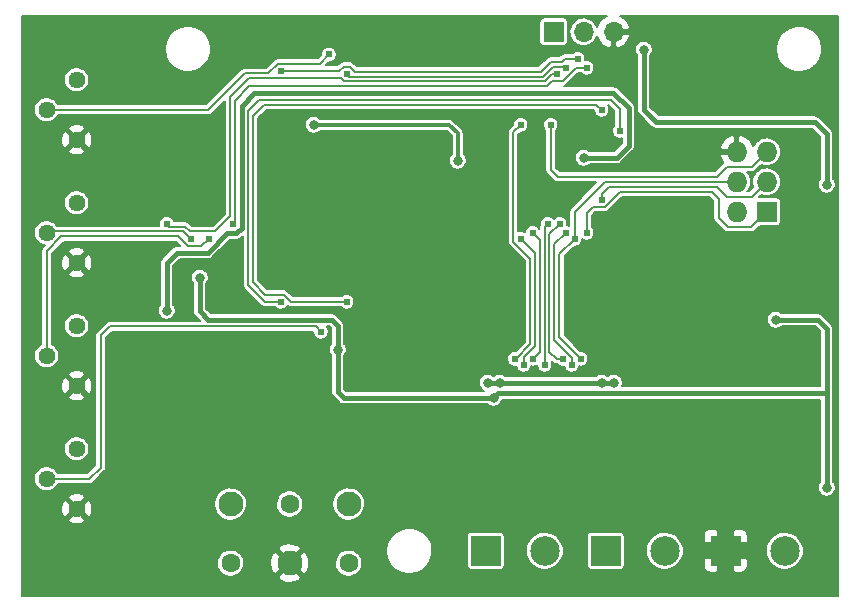
<source format=gbl>
G04 #@! TF.FileFunction,Copper,L2,Bot,Signal*
%FSLAX46Y46*%
G04 Gerber Fmt 4.6, Leading zero omitted, Abs format (unit mm)*
G04 Created by KiCad (PCBNEW 4.0.7-e2-6376~61~ubuntu18.04.1) date Sun Nov  3 15:20:16 2019*
%MOMM*%
%LPD*%
G01*
G04 APERTURE LIST*
%ADD10C,0.100000*%
%ADD11C,2.100000*%
%ADD12C,1.600000*%
%ADD13C,1.440000*%
%ADD14R,2.500000X2.500000*%
%ADD15C,2.500000*%
%ADD16R,1.727200X1.727200*%
%ADD17O,1.727200X1.727200*%
%ADD18R,1.320800X1.320800*%
%ADD19R,1.447800X1.320800*%
%ADD20R,1.700000X1.700000*%
%ADD21O,1.700000X1.700000*%
%ADD22C,0.812800*%
%ADD23C,0.609600*%
%ADD24C,0.406400*%
%ADD25C,0.304800*%
%ADD26C,0.203200*%
G04 APERTURE END LIST*
D10*
D11*
X28114000Y-41770000D03*
X18114000Y-41770000D03*
X23114000Y-46770000D03*
D12*
X18114000Y-46770000D03*
X28114000Y-46770000D03*
X23114000Y-41770000D03*
D13*
X5080000Y-37084000D03*
X2540000Y-39624000D03*
X5080000Y-42164000D03*
X5080000Y-26670000D03*
X2540000Y-29210000D03*
X5080000Y-31750000D03*
X5080000Y-16256000D03*
X2540000Y-18796000D03*
X5080000Y-21336000D03*
X5080000Y-5842000D03*
X2540000Y-8382000D03*
X5080000Y-10922000D03*
D14*
X39704000Y-45720000D03*
D15*
X44704000Y-45720000D03*
D14*
X49864000Y-45720000D03*
D15*
X54864000Y-45720000D03*
D14*
X60024000Y-45720000D03*
D15*
X65024000Y-45720000D03*
D16*
X63500000Y-17018000D03*
D17*
X60960000Y-17018000D03*
X63500000Y-14478000D03*
X60960000Y-14478000D03*
X63500000Y-11938000D03*
X60960000Y-11938000D03*
D18*
X58674000Y-30988000D03*
X62484000Y-30988000D03*
X61214000Y-30988000D03*
X59944000Y-30988000D03*
D19*
X57404000Y-30988000D03*
D18*
X62484000Y-29718000D03*
X62484000Y-28448000D03*
X62484000Y-27178000D03*
X62484000Y-25908000D03*
X61214000Y-29718000D03*
X59944000Y-29718000D03*
X58674000Y-29718000D03*
D19*
X57404000Y-29718000D03*
D18*
X61214000Y-28448000D03*
X59944000Y-28448000D03*
X58674000Y-28448000D03*
D19*
X57404000Y-28448000D03*
D18*
X61214000Y-27178000D03*
X59944000Y-27178000D03*
X58674000Y-27178000D03*
D19*
X57404000Y-27178000D03*
D18*
X61214000Y-25908000D03*
X59944000Y-25908000D03*
X58674000Y-25908000D03*
D19*
X57404000Y-25908000D03*
D20*
X45466000Y-1778000D03*
D21*
X48006000Y-1778000D03*
X50546000Y-1778000D03*
D22*
X22860000Y-27686000D03*
X20574000Y-4318000D03*
X11430000Y-17780000D03*
X9906000Y-20066000D03*
X20320000Y-25146000D03*
X48006000Y-11176000D03*
X42926000Y-12446000D03*
X42926000Y-11176000D03*
X48260000Y-34290000D03*
X48260000Y-35560000D03*
X46990000Y-34290000D03*
X46990000Y-35560000D03*
X45720000Y-34290000D03*
X45720000Y-35560000D03*
X44450000Y-34290000D03*
X44450000Y-35560000D03*
X43180000Y-34290000D03*
X43180000Y-35560000D03*
X41910000Y-34290000D03*
X41910000Y-35560000D03*
X48260000Y-36830000D03*
X46990000Y-36830000D03*
X45720000Y-36830000D03*
X44450000Y-36830000D03*
X41910000Y-36830000D03*
X43180000Y-36830000D03*
X39878000Y-31496000D03*
X50546000Y-31496000D03*
X49530000Y-31496000D03*
X40894000Y-31496000D03*
X27178000Y-28702000D03*
X15494000Y-22606000D03*
X37338000Y-12700000D03*
X25146000Y-9652000D03*
X40386000Y-32766000D03*
X68580000Y-14732000D03*
X53086000Y-3302000D03*
X64262000Y-26162000D03*
X68580000Y-40386000D03*
X12700000Y-25400000D03*
X48006000Y-12446000D03*
D23*
X48260000Y-18796000D03*
X49530000Y-16002000D03*
X47244000Y-19304000D03*
X47752000Y-29464000D03*
X45212000Y-9652000D03*
X16256000Y-19304000D03*
X14732000Y-19304000D03*
X25762808Y-27178000D03*
X26445529Y-3699738D03*
X48260000Y-4826000D03*
X18288000Y-18034000D03*
X45720000Y-5334000D03*
X12700000Y-18034000D03*
X42672000Y-9652000D03*
X42164000Y-29464000D03*
X42672000Y-19304000D03*
X42926000Y-29972000D03*
X43688000Y-18796000D03*
X43688000Y-29464000D03*
X44958000Y-18034000D03*
X44704000Y-29972000D03*
X45974000Y-18034000D03*
X46228000Y-29464000D03*
X46482000Y-18796000D03*
X46990000Y-29972000D03*
X51054000Y-10160000D03*
X22352000Y-24638000D03*
X27940000Y-24638000D03*
X49530000Y-8382000D03*
X47498000Y-4064000D03*
X22352000Y-5080000D03*
X46482000Y-4826000D03*
X27940000Y-5334000D03*
D24*
X49530000Y-31496000D02*
X50546000Y-31496000D01*
X39878000Y-31496000D02*
X40894000Y-31496000D01*
X40894000Y-31496000D02*
X49530000Y-31496000D01*
X15494000Y-22606000D02*
X15494000Y-25461244D01*
X15494000Y-25461244D02*
X16194756Y-26162000D01*
X16194756Y-26162000D02*
X26670000Y-26162000D01*
X26670000Y-26162000D02*
X27178000Y-26670000D01*
X27178000Y-26670000D02*
X27178000Y-28702000D01*
X27686000Y-32766000D02*
X40386000Y-32766000D01*
X27178000Y-28702000D02*
X27178000Y-32258000D01*
X27178000Y-32258000D02*
X27686000Y-32766000D01*
D25*
X25146000Y-9652000D02*
X36628490Y-9652000D01*
X36628490Y-9652000D02*
X37338000Y-10361510D01*
X37338000Y-10361510D02*
X37338000Y-12700000D01*
D24*
X68580000Y-32766000D02*
X68580000Y-32258000D01*
X68580000Y-32258000D02*
X68580000Y-26911771D01*
X40386000Y-32766000D02*
X40790566Y-32361434D01*
X40790566Y-32361434D02*
X68476566Y-32361434D01*
X68476566Y-32361434D02*
X68580000Y-32258000D01*
X68580000Y-40386000D02*
X68580000Y-32766000D01*
X53086000Y-3302000D02*
X53086000Y-8376775D01*
X53086000Y-8376775D02*
X54126441Y-9417216D01*
X68580000Y-10416723D02*
X68580000Y-14732000D01*
X54126441Y-9417216D02*
X67580493Y-9417216D01*
X67580493Y-9417216D02*
X68580000Y-10416723D01*
X68580000Y-26911771D02*
X67830229Y-26162000D01*
X67830229Y-26162000D02*
X64262000Y-26162000D01*
X12700000Y-25400000D02*
X12700000Y-21352456D01*
X16166825Y-20475762D02*
X17818436Y-18824151D01*
X12700000Y-21352456D02*
X13576694Y-20475762D01*
X51820514Y-11425486D02*
X50800000Y-12446000D01*
X13576694Y-20475762D02*
X16166825Y-20475762D01*
X17818436Y-18824151D02*
X18590630Y-18824151D01*
X18590630Y-18824151D02*
X19050307Y-18364474D01*
X19050307Y-18364474D02*
X19050307Y-8035627D01*
X51820514Y-8233140D02*
X51820514Y-11425486D01*
X19050307Y-8035627D02*
X20138947Y-6946987D01*
X20138947Y-6946987D02*
X50534361Y-6946987D01*
X50534361Y-6946987D02*
X51820514Y-8233140D01*
X50800000Y-12446000D02*
X48006000Y-12446000D01*
D26*
X63500000Y-17018000D02*
X62201491Y-18316509D01*
X62201491Y-18316509D02*
X60198000Y-18316509D01*
X60198000Y-18316509D02*
X60198000Y-18288000D01*
X60198000Y-18288000D02*
X59436000Y-17526000D01*
X59436000Y-17526000D02*
X59436000Y-15909259D01*
X51089399Y-15311296D02*
X49787571Y-16613124D01*
X59436000Y-15909259D02*
X58838037Y-15311296D01*
X58838037Y-15311296D02*
X51089399Y-15311296D01*
X49787571Y-16613124D02*
X48811815Y-16613124D01*
X48811815Y-16613124D02*
X48260000Y-17164939D01*
X48260000Y-17164939D02*
X48260000Y-18796000D01*
X63500000Y-14478000D02*
X62230000Y-15748000D01*
X62230000Y-15748000D02*
X60155722Y-15748000D01*
X60155722Y-15748000D02*
X59295438Y-14887716D01*
X49530000Y-15494000D02*
X49530000Y-16002000D01*
X59295438Y-14887716D02*
X50136284Y-14887716D01*
X50136284Y-14887716D02*
X49530000Y-15494000D01*
X47244000Y-17018000D02*
X49784000Y-14478000D01*
X49784000Y-14478000D02*
X60960000Y-14478000D01*
X47244000Y-19304000D02*
X47244000Y-17018000D01*
X47752000Y-29464000D02*
X45945109Y-27657109D01*
X45945109Y-27657109D02*
X45945109Y-20602891D01*
X45945109Y-20602891D02*
X47244000Y-19304000D01*
X45212000Y-13462000D02*
X45212000Y-9652000D01*
X63500000Y-11938000D02*
X62230000Y-13208000D01*
X62230000Y-13208000D02*
X60137395Y-13208000D01*
X60137395Y-13208000D02*
X59278905Y-14066490D01*
X59278905Y-14066490D02*
X45816490Y-14066490D01*
X45816490Y-14066490D02*
X45212000Y-13462000D01*
X2540000Y-29210000D02*
X2540000Y-20353099D01*
X2540000Y-20353099D02*
X3782694Y-19110405D01*
X3782694Y-19110405D02*
X13674165Y-19110405D01*
X13674165Y-19110405D02*
X14480298Y-19916538D01*
X14480298Y-19916538D02*
X15643462Y-19916538D01*
X15643462Y-19916538D02*
X16256000Y-19304000D01*
X2540000Y-18796000D02*
X2656255Y-18679745D01*
X2656255Y-18679745D02*
X14107745Y-18679745D01*
X14107745Y-18679745D02*
X14732000Y-19304000D01*
X2540000Y-39624000D02*
X6163744Y-39624000D01*
X6163744Y-39624000D02*
X7112000Y-38675744D01*
X25314102Y-26729294D02*
X25762808Y-27178000D01*
X7112000Y-38675744D02*
X7112000Y-27491294D01*
X7112000Y-27491294D02*
X7874000Y-26729294D01*
X7874000Y-26729294D02*
X25314102Y-26729294D01*
X26445529Y-3699738D02*
X25677296Y-4467971D01*
X25677296Y-4467971D02*
X22095577Y-4467971D01*
X22095577Y-4467971D02*
X21279290Y-5284258D01*
X21279290Y-5284258D02*
X19345158Y-5284258D01*
X16247416Y-8382000D02*
X2540000Y-8382000D01*
X19345158Y-5284258D02*
X16247416Y-8382000D01*
X48260000Y-4826000D02*
X47350017Y-4826000D01*
X47350017Y-4826000D02*
X46229588Y-5946429D01*
X46229588Y-5946429D02*
X45316429Y-5946429D01*
X45316429Y-5946429D02*
X44874946Y-6387912D01*
X44874946Y-6387912D02*
X19694969Y-6387912D01*
X19694969Y-6387912D02*
X18482299Y-7600582D01*
X18482299Y-7600582D02*
X18482299Y-17839701D01*
X18482299Y-17839701D02*
X18288000Y-18034000D01*
X12700000Y-18034000D02*
X12937474Y-18271474D01*
X12937474Y-18271474D02*
X14277281Y-18271474D01*
X16778868Y-18678665D02*
X18069021Y-17388512D01*
X14277281Y-18271474D02*
X14684472Y-18678665D01*
X14684472Y-18678665D02*
X16778868Y-18678665D01*
X44705433Y-5980609D02*
X45352042Y-5334000D01*
X45352042Y-5334000D02*
X45720000Y-5334000D01*
X18069021Y-17388512D02*
X18069021Y-7278930D01*
X18069021Y-7278930D02*
X19655400Y-5692551D01*
X19655400Y-5692551D02*
X27435149Y-5692551D01*
X27435149Y-5692551D02*
X27723207Y-5980609D01*
X27723207Y-5980609D02*
X44705433Y-5980609D01*
X42164000Y-29464000D02*
X42242351Y-29464000D01*
X42242351Y-29464000D02*
X43461068Y-28245283D01*
X42028962Y-10295038D02*
X42672000Y-9652000D01*
X43461068Y-28245283D02*
X43461068Y-20977646D01*
X43461068Y-20977646D02*
X42028962Y-19545540D01*
X42028962Y-19545540D02*
X42028962Y-10295038D01*
X42926000Y-29972000D02*
X42926000Y-29355794D01*
X42926000Y-29355794D02*
X43869030Y-28412764D01*
X43869030Y-28412764D02*
X43869030Y-20501030D01*
X43869030Y-20501030D02*
X42672000Y-19304000D01*
X43688000Y-29464000D02*
X44289506Y-28862494D01*
X44289506Y-28862494D02*
X44289506Y-19397506D01*
X44289506Y-19397506D02*
X43688000Y-18796000D01*
X44704000Y-29972000D02*
X44704000Y-18288000D01*
X44704000Y-18288000D02*
X44958000Y-18034000D01*
X46228000Y-29464000D02*
X45720171Y-29464000D01*
X45720171Y-29464000D02*
X45111544Y-28855373D01*
X45111544Y-28855373D02*
X45111544Y-18896456D01*
X45111544Y-18896456D02*
X45974000Y-18034000D01*
X46990000Y-29972000D02*
X46990000Y-29362114D01*
X46990000Y-29362114D02*
X45525069Y-27897183D01*
X45525069Y-27897183D02*
X45525069Y-19752931D01*
X45525069Y-19752931D02*
X46482000Y-18796000D01*
X51054000Y-10160000D02*
X51053191Y-10159191D01*
X50291111Y-7514484D02*
X20546876Y-7514484D01*
X19609647Y-8451713D02*
X19609647Y-23194084D01*
X51053191Y-10159191D02*
X51053191Y-8276564D01*
X20546876Y-7514484D02*
X19609647Y-8451713D01*
X51053191Y-8276564D02*
X50291111Y-7514484D01*
X19609647Y-23194084D02*
X21053563Y-24638000D01*
X21053563Y-24638000D02*
X22352000Y-24638000D01*
X49530000Y-8382000D02*
X49097153Y-7949153D01*
X49097153Y-7949153D02*
X20970297Y-7949153D01*
X20970297Y-7949153D02*
X20017664Y-8901786D01*
X20017664Y-22992804D02*
X21051359Y-24026499D01*
X20017664Y-8901786D02*
X20017664Y-22992804D01*
X21051359Y-24026499D02*
X22609013Y-24026499D01*
X22609013Y-24026499D02*
X23220514Y-24638000D01*
X23220514Y-24638000D02*
X27940000Y-24638000D01*
X22352000Y-5080000D02*
X27330637Y-5080000D01*
X27687698Y-4722939D02*
X28192129Y-4722939D01*
X27330637Y-5080000D02*
X27687698Y-4722939D01*
X28192129Y-4722939D02*
X28633580Y-5164390D01*
X28633580Y-5164390D02*
X44361631Y-5164390D01*
X44361631Y-5164390D02*
X45211816Y-4314205D01*
X45211816Y-4314205D02*
X46150148Y-4314205D01*
X46150148Y-4314205D02*
X46405403Y-4058950D01*
X46405403Y-4058950D02*
X47492950Y-4058950D01*
X47492950Y-4058950D02*
X47498000Y-4064000D01*
X46482000Y-4826000D02*
X46378401Y-4722401D01*
X46378401Y-4722401D02*
X45385918Y-4722401D01*
X45385918Y-4722401D02*
X44536622Y-5571697D01*
X44536622Y-5571697D02*
X28177697Y-5571697D01*
X28177697Y-5571697D02*
X27940000Y-5334000D01*
G36*
X49816048Y-514031D02*
X49583486Y-680724D01*
X49387913Y-889585D01*
X49236844Y-1132587D01*
X49142193Y-1384158D01*
X49120633Y-1312749D01*
X49010170Y-1104998D01*
X48861458Y-922660D01*
X48680163Y-772679D01*
X48473189Y-660769D01*
X48248420Y-591191D01*
X48014417Y-566596D01*
X47780093Y-587921D01*
X47554374Y-654354D01*
X47345858Y-763364D01*
X47162486Y-910799D01*
X47011243Y-1091043D01*
X46897890Y-1297231D01*
X46826745Y-1521509D01*
X46800518Y-1755334D01*
X46800400Y-1772167D01*
X46800400Y-1783833D01*
X46823360Y-2018002D01*
X46891367Y-2243251D01*
X47001830Y-2451002D01*
X47150542Y-2633340D01*
X47331837Y-2783321D01*
X47538811Y-2895231D01*
X47763580Y-2964809D01*
X47997583Y-2989404D01*
X48231907Y-2968079D01*
X48457626Y-2901646D01*
X48666142Y-2792636D01*
X48849514Y-2645201D01*
X49000757Y-2464957D01*
X49114110Y-2258769D01*
X49141917Y-2171109D01*
X49236844Y-2423413D01*
X49387913Y-2666415D01*
X49583486Y-2875276D01*
X49816048Y-3041969D01*
X50076662Y-3160089D01*
X50168393Y-3187910D01*
X50393600Y-3076286D01*
X50393600Y-1930400D01*
X50698400Y-1930400D01*
X50698400Y-3076286D01*
X50923607Y-3187910D01*
X51015338Y-3160089D01*
X51275952Y-3041969D01*
X51508514Y-2875276D01*
X51704087Y-2666415D01*
X51855156Y-2423413D01*
X51955915Y-2155608D01*
X51845228Y-1930400D01*
X50698400Y-1930400D01*
X50393600Y-1930400D01*
X50373600Y-1930400D01*
X50373600Y-1625600D01*
X50393600Y-1625600D01*
X50393600Y-1605600D01*
X50698400Y-1605600D01*
X50698400Y-1625600D01*
X51845228Y-1625600D01*
X51955915Y-1400392D01*
X51855156Y-1132587D01*
X51704087Y-889585D01*
X51508514Y-680724D01*
X51275952Y-514031D01*
X51091874Y-430600D01*
X69569400Y-430600D01*
X69569400Y-49569400D01*
X430600Y-49569400D01*
X430600Y-47943759D01*
X22155767Y-47943759D01*
X22261188Y-48203074D01*
X22557153Y-48341913D01*
X22874517Y-48420345D01*
X23201085Y-48435355D01*
X23524306Y-48386366D01*
X23831759Y-48275261D01*
X23966812Y-48203074D01*
X24072233Y-47943759D01*
X23114000Y-46985526D01*
X22155767Y-47943759D01*
X430600Y-47943759D01*
X430600Y-46867166D01*
X16956881Y-46867166D01*
X16997792Y-47090068D01*
X17081218Y-47300778D01*
X17203982Y-47491271D01*
X17361409Y-47654291D01*
X17547502Y-47783629D01*
X17755172Y-47874358D01*
X17976510Y-47923023D01*
X18203085Y-47927769D01*
X18426267Y-47888416D01*
X18637555Y-47806463D01*
X18828901Y-47685031D01*
X18993016Y-47528746D01*
X19123650Y-47343561D01*
X19215826Y-47136529D01*
X19266035Y-46915536D01*
X19266851Y-46857085D01*
X21448645Y-46857085D01*
X21497634Y-47180306D01*
X21608739Y-47487759D01*
X21680926Y-47622812D01*
X21940241Y-47728233D01*
X22898474Y-46770000D01*
X23329526Y-46770000D01*
X24287759Y-47728233D01*
X24547074Y-47622812D01*
X24685913Y-47326847D01*
X24764345Y-47009483D01*
X24770886Y-46867166D01*
X26956881Y-46867166D01*
X26997792Y-47090068D01*
X27081218Y-47300778D01*
X27203982Y-47491271D01*
X27361409Y-47654291D01*
X27547502Y-47783629D01*
X27755172Y-47874358D01*
X27976510Y-47923023D01*
X28203085Y-47927769D01*
X28426267Y-47888416D01*
X28637555Y-47806463D01*
X28828901Y-47685031D01*
X28993016Y-47528746D01*
X29123650Y-47343561D01*
X29215826Y-47136529D01*
X29266035Y-46915536D01*
X29269649Y-46656688D01*
X29225631Y-46434379D01*
X29139271Y-46224854D01*
X29013859Y-46036093D01*
X28893044Y-45914432D01*
X31291830Y-45914432D01*
X31361061Y-46291644D01*
X31502242Y-46648226D01*
X31709994Y-46970594D01*
X31976404Y-47246470D01*
X32291326Y-47465346D01*
X32642762Y-47618885D01*
X33017329Y-47701239D01*
X33400758Y-47709270D01*
X33778444Y-47642674D01*
X34136002Y-47503986D01*
X34459813Y-47298490D01*
X34737542Y-47034012D01*
X34958611Y-46720626D01*
X35114600Y-46370270D01*
X35199567Y-45996288D01*
X35205684Y-45558244D01*
X35131192Y-45182035D01*
X34985047Y-44827459D01*
X34772814Y-44508023D01*
X34735056Y-44470000D01*
X38096680Y-44470000D01*
X38096680Y-46970000D01*
X38101196Y-47026628D01*
X38130940Y-47122675D01*
X38186264Y-47206633D01*
X38262788Y-47271854D01*
X38354453Y-47313173D01*
X38454000Y-47327320D01*
X40954000Y-47327320D01*
X41010628Y-47322804D01*
X41106675Y-47293060D01*
X41190633Y-47237736D01*
X41255854Y-47161212D01*
X41297173Y-47069547D01*
X41311320Y-46970000D01*
X41311320Y-45855003D01*
X43096289Y-45855003D01*
X43153130Y-46164705D01*
X43269043Y-46457468D01*
X43439613Y-46722141D01*
X43658343Y-46948642D01*
X43916902Y-47128345D01*
X44205442Y-47254405D01*
X44512971Y-47322020D01*
X44827776Y-47328614D01*
X45137867Y-47273937D01*
X45431432Y-47160070D01*
X45697289Y-46991352D01*
X45925312Y-46774209D01*
X46106816Y-46516910D01*
X46234887Y-46229258D01*
X46304647Y-45922209D01*
X46309669Y-45562563D01*
X46248510Y-45253685D01*
X46128520Y-44962569D01*
X45954271Y-44700304D01*
X45732400Y-44476878D01*
X45722203Y-44470000D01*
X48256680Y-44470000D01*
X48256680Y-46970000D01*
X48261196Y-47026628D01*
X48290940Y-47122675D01*
X48346264Y-47206633D01*
X48422788Y-47271854D01*
X48514453Y-47313173D01*
X48614000Y-47327320D01*
X51114000Y-47327320D01*
X51170628Y-47322804D01*
X51266675Y-47293060D01*
X51350633Y-47237736D01*
X51415854Y-47161212D01*
X51457173Y-47069547D01*
X51471320Y-46970000D01*
X51471320Y-45855003D01*
X53256289Y-45855003D01*
X53313130Y-46164705D01*
X53429043Y-46457468D01*
X53599613Y-46722141D01*
X53818343Y-46948642D01*
X54076902Y-47128345D01*
X54365442Y-47254405D01*
X54672971Y-47322020D01*
X54987776Y-47328614D01*
X55297867Y-47273937D01*
X55591432Y-47160070D01*
X55857289Y-46991352D01*
X56085312Y-46774209D01*
X56266816Y-46516910D01*
X56275502Y-46497400D01*
X58164400Y-46497400D01*
X58164400Y-47030041D01*
X58187827Y-47147814D01*
X58233780Y-47258754D01*
X58300493Y-47358598D01*
X58385403Y-47443507D01*
X58485246Y-47510221D01*
X58596187Y-47556173D01*
X58713960Y-47579600D01*
X59246600Y-47579600D01*
X59399000Y-47427200D01*
X59399000Y-46345000D01*
X60649000Y-46345000D01*
X60649000Y-47427200D01*
X60801400Y-47579600D01*
X61334040Y-47579600D01*
X61451813Y-47556173D01*
X61562754Y-47510221D01*
X61662597Y-47443507D01*
X61747507Y-47358598D01*
X61814220Y-47258754D01*
X61860173Y-47147814D01*
X61883600Y-47030041D01*
X61883600Y-46497400D01*
X61731200Y-46345000D01*
X60649000Y-46345000D01*
X59399000Y-46345000D01*
X58316800Y-46345000D01*
X58164400Y-46497400D01*
X56275502Y-46497400D01*
X56394887Y-46229258D01*
X56464647Y-45922209D01*
X56465585Y-45855003D01*
X63416289Y-45855003D01*
X63473130Y-46164705D01*
X63589043Y-46457468D01*
X63759613Y-46722141D01*
X63978343Y-46948642D01*
X64236902Y-47128345D01*
X64525442Y-47254405D01*
X64832971Y-47322020D01*
X65147776Y-47328614D01*
X65457867Y-47273937D01*
X65751432Y-47160070D01*
X66017289Y-46991352D01*
X66245312Y-46774209D01*
X66426816Y-46516910D01*
X66554887Y-46229258D01*
X66624647Y-45922209D01*
X66629669Y-45562563D01*
X66568510Y-45253685D01*
X66448520Y-44962569D01*
X66274271Y-44700304D01*
X66052400Y-44476878D01*
X65791357Y-44300802D01*
X65501086Y-44178784D01*
X65192643Y-44115469D01*
X64877776Y-44113271D01*
X64568479Y-44172273D01*
X64276533Y-44290227D01*
X64013057Y-44462640D01*
X63788088Y-44682946D01*
X63610194Y-44942754D01*
X63486152Y-45232166D01*
X63420686Y-45540159D01*
X63416289Y-45855003D01*
X56465585Y-45855003D01*
X56469669Y-45562563D01*
X56408510Y-45253685D01*
X56288520Y-44962569D01*
X56114271Y-44700304D01*
X55892400Y-44476878D01*
X55793189Y-44409959D01*
X58164400Y-44409959D01*
X58164400Y-44942600D01*
X58316800Y-45095000D01*
X59399000Y-45095000D01*
X59399000Y-44012800D01*
X60649000Y-44012800D01*
X60649000Y-45095000D01*
X61731200Y-45095000D01*
X61883600Y-44942600D01*
X61883600Y-44409959D01*
X61860173Y-44292186D01*
X61814220Y-44181246D01*
X61747507Y-44081402D01*
X61662597Y-43996493D01*
X61562754Y-43929779D01*
X61451813Y-43883827D01*
X61334040Y-43860400D01*
X60801400Y-43860400D01*
X60649000Y-44012800D01*
X59399000Y-44012800D01*
X59246600Y-43860400D01*
X58713960Y-43860400D01*
X58596187Y-43883827D01*
X58485246Y-43929779D01*
X58385403Y-43996493D01*
X58300493Y-44081402D01*
X58233780Y-44181246D01*
X58187827Y-44292186D01*
X58164400Y-44409959D01*
X55793189Y-44409959D01*
X55631357Y-44300802D01*
X55341086Y-44178784D01*
X55032643Y-44115469D01*
X54717776Y-44113271D01*
X54408479Y-44172273D01*
X54116533Y-44290227D01*
X53853057Y-44462640D01*
X53628088Y-44682946D01*
X53450194Y-44942754D01*
X53326152Y-45232166D01*
X53260686Y-45540159D01*
X53256289Y-45855003D01*
X51471320Y-45855003D01*
X51471320Y-44470000D01*
X51466804Y-44413372D01*
X51437060Y-44317325D01*
X51381736Y-44233367D01*
X51305212Y-44168146D01*
X51213547Y-44126827D01*
X51114000Y-44112680D01*
X48614000Y-44112680D01*
X48557372Y-44117196D01*
X48461325Y-44146940D01*
X48377367Y-44202264D01*
X48312146Y-44278788D01*
X48270827Y-44370453D01*
X48256680Y-44470000D01*
X45722203Y-44470000D01*
X45471357Y-44300802D01*
X45181086Y-44178784D01*
X44872643Y-44115469D01*
X44557776Y-44113271D01*
X44248479Y-44172273D01*
X43956533Y-44290227D01*
X43693057Y-44462640D01*
X43468088Y-44682946D01*
X43290194Y-44942754D01*
X43166152Y-45232166D01*
X43100686Y-45540159D01*
X43096289Y-45855003D01*
X41311320Y-45855003D01*
X41311320Y-44470000D01*
X41306804Y-44413372D01*
X41277060Y-44317325D01*
X41221736Y-44233367D01*
X41145212Y-44168146D01*
X41053547Y-44126827D01*
X40954000Y-44112680D01*
X38454000Y-44112680D01*
X38397372Y-44117196D01*
X38301325Y-44146940D01*
X38217367Y-44202264D01*
X38152146Y-44278788D01*
X38110827Y-44370453D01*
X38096680Y-44470000D01*
X34735056Y-44470000D01*
X34502578Y-44235894D01*
X34184631Y-44021436D01*
X33831085Y-43872819D01*
X33455405Y-43795703D01*
X33071901Y-43793025D01*
X32695182Y-43864889D01*
X32339595Y-44008555D01*
X32018685Y-44218553D01*
X31744675Y-44486882D01*
X31528003Y-44803324D01*
X31376921Y-45155824D01*
X31297184Y-45530957D01*
X31291830Y-45914432D01*
X28893044Y-45914432D01*
X28854171Y-45875287D01*
X28666291Y-45748560D01*
X28457374Y-45660739D01*
X28235378Y-45615170D01*
X28008758Y-45613588D01*
X27786148Y-45656053D01*
X27576025Y-45740948D01*
X27386393Y-45865040D01*
X27224476Y-46023601D01*
X27096441Y-46210592D01*
X27007164Y-46418891D01*
X26960046Y-46640563D01*
X26956881Y-46867166D01*
X24770886Y-46867166D01*
X24779355Y-46682915D01*
X24730366Y-46359694D01*
X24619261Y-46052241D01*
X24547074Y-45917188D01*
X24287759Y-45811767D01*
X23329526Y-46770000D01*
X22898474Y-46770000D01*
X21940241Y-45811767D01*
X21680926Y-45917188D01*
X21542087Y-46213153D01*
X21463655Y-46530517D01*
X21448645Y-46857085D01*
X19266851Y-46857085D01*
X19269649Y-46656688D01*
X19225631Y-46434379D01*
X19139271Y-46224854D01*
X19013859Y-46036093D01*
X18854171Y-45875287D01*
X18666291Y-45748560D01*
X18457374Y-45660739D01*
X18235378Y-45615170D01*
X18008758Y-45613588D01*
X17786148Y-45656053D01*
X17576025Y-45740948D01*
X17386393Y-45865040D01*
X17224476Y-46023601D01*
X17096441Y-46210592D01*
X17007164Y-46418891D01*
X16960046Y-46640563D01*
X16956881Y-46867166D01*
X430600Y-46867166D01*
X430600Y-45596241D01*
X22155767Y-45596241D01*
X23114000Y-46554474D01*
X24072233Y-45596241D01*
X23966812Y-45336926D01*
X23670847Y-45198087D01*
X23353483Y-45119655D01*
X23026915Y-45104645D01*
X22703694Y-45153634D01*
X22396241Y-45264739D01*
X22261188Y-45336926D01*
X22155767Y-45596241D01*
X430600Y-45596241D01*
X430600Y-43101752D01*
X4357775Y-43101752D01*
X4423120Y-43327396D01*
X4662709Y-43433193D01*
X4918335Y-43490215D01*
X5180173Y-43496271D01*
X5438162Y-43451129D01*
X5682386Y-43356523D01*
X5736880Y-43327396D01*
X5802225Y-43101752D01*
X5080000Y-42379526D01*
X4357775Y-43101752D01*
X430600Y-43101752D01*
X430600Y-42264173D01*
X3747729Y-42264173D01*
X3792871Y-42522162D01*
X3887477Y-42766386D01*
X3916604Y-42820880D01*
X4142248Y-42886225D01*
X4864474Y-42164000D01*
X5295526Y-42164000D01*
X6017752Y-42886225D01*
X6243396Y-42820880D01*
X6349193Y-42581291D01*
X6406215Y-42325665D01*
X6412271Y-42063827D01*
X6381539Y-41888187D01*
X16706552Y-41888187D01*
X16756313Y-42159310D01*
X16857787Y-42415606D01*
X17007111Y-42647310D01*
X17198595Y-42845597D01*
X17424947Y-43002916D01*
X17677544Y-43113273D01*
X17946766Y-43172465D01*
X18222358Y-43178238D01*
X18493823Y-43130372D01*
X18750820Y-43030689D01*
X18983561Y-42882987D01*
X19183181Y-42692892D01*
X19342076Y-42467644D01*
X19454193Y-42215823D01*
X19515264Y-41947021D01*
X19516378Y-41867166D01*
X21956881Y-41867166D01*
X21997792Y-42090068D01*
X22081218Y-42300778D01*
X22203982Y-42491271D01*
X22361409Y-42654291D01*
X22547502Y-42783629D01*
X22755172Y-42874358D01*
X22976510Y-42923023D01*
X23203085Y-42927769D01*
X23426267Y-42888416D01*
X23637555Y-42806463D01*
X23828901Y-42685031D01*
X23993016Y-42528746D01*
X24123650Y-42343561D01*
X24215826Y-42136529D01*
X24266035Y-41915536D01*
X24266416Y-41888187D01*
X26706552Y-41888187D01*
X26756313Y-42159310D01*
X26857787Y-42415606D01*
X27007111Y-42647310D01*
X27198595Y-42845597D01*
X27424947Y-43002916D01*
X27677544Y-43113273D01*
X27946766Y-43172465D01*
X28222358Y-43178238D01*
X28493823Y-43130372D01*
X28750820Y-43030689D01*
X28983561Y-42882987D01*
X29183181Y-42692892D01*
X29342076Y-42467644D01*
X29454193Y-42215823D01*
X29515264Y-41947021D01*
X29519660Y-41632174D01*
X29466119Y-41361771D01*
X29361076Y-41106918D01*
X29208532Y-40877321D01*
X29014298Y-40681726D01*
X28785772Y-40527583D01*
X28531658Y-40420764D01*
X28261636Y-40365336D01*
X27985990Y-40363412D01*
X27715221Y-40415064D01*
X27459640Y-40518325D01*
X27228984Y-40669262D01*
X27032038Y-40862126D01*
X26876304Y-41089571D01*
X26767713Y-41342932D01*
X26710401Y-41612561D01*
X26706552Y-41888187D01*
X24266416Y-41888187D01*
X24269649Y-41656688D01*
X24225631Y-41434379D01*
X24139271Y-41224854D01*
X24013859Y-41036093D01*
X23854171Y-40875287D01*
X23666291Y-40748560D01*
X23457374Y-40660739D01*
X23235378Y-40615170D01*
X23008758Y-40613588D01*
X22786148Y-40656053D01*
X22576025Y-40740948D01*
X22386393Y-40865040D01*
X22224476Y-41023601D01*
X22096441Y-41210592D01*
X22007164Y-41418891D01*
X21960046Y-41640563D01*
X21956881Y-41867166D01*
X19516378Y-41867166D01*
X19519660Y-41632174D01*
X19466119Y-41361771D01*
X19361076Y-41106918D01*
X19208532Y-40877321D01*
X19014298Y-40681726D01*
X18785772Y-40527583D01*
X18531658Y-40420764D01*
X18261636Y-40365336D01*
X17985990Y-40363412D01*
X17715221Y-40415064D01*
X17459640Y-40518325D01*
X17228984Y-40669262D01*
X17032038Y-40862126D01*
X16876304Y-41089571D01*
X16767713Y-41342932D01*
X16710401Y-41612561D01*
X16706552Y-41888187D01*
X6381539Y-41888187D01*
X6367129Y-41805838D01*
X6272523Y-41561614D01*
X6243396Y-41507120D01*
X6017752Y-41441775D01*
X5295526Y-42164000D01*
X4864474Y-42164000D01*
X4142248Y-41441775D01*
X3916604Y-41507120D01*
X3810807Y-41746709D01*
X3753785Y-42002335D01*
X3747729Y-42264173D01*
X430600Y-42264173D01*
X430600Y-41226248D01*
X4357775Y-41226248D01*
X5080000Y-41948474D01*
X5802225Y-41226248D01*
X5736880Y-41000604D01*
X5497291Y-40894807D01*
X5241665Y-40837785D01*
X4979827Y-40831729D01*
X4721838Y-40876871D01*
X4477614Y-40971477D01*
X4423120Y-41000604D01*
X4357775Y-41226248D01*
X430600Y-41226248D01*
X430600Y-39714439D01*
X1462987Y-39714439D01*
X1501065Y-39921910D01*
X1578715Y-40118033D01*
X1692981Y-40295339D01*
X1839509Y-40447074D01*
X2012719Y-40567458D01*
X2206013Y-40651906D01*
X2412029Y-40697201D01*
X2622918Y-40701619D01*
X2830650Y-40664990D01*
X3027310Y-40588710D01*
X3205409Y-40475685D01*
X3358163Y-40330220D01*
X3479754Y-40157854D01*
X3513883Y-40081200D01*
X6163744Y-40081200D01*
X6205787Y-40077078D01*
X6247847Y-40073398D01*
X6250154Y-40072728D01*
X6252548Y-40072493D01*
X6292944Y-40060296D01*
X6333534Y-40048504D01*
X6335673Y-40047395D01*
X6337969Y-40046702D01*
X6375240Y-40026885D01*
X6412753Y-40007440D01*
X6414629Y-40005942D01*
X6416755Y-40004812D01*
X6449528Y-39978083D01*
X6482487Y-39951772D01*
X6485829Y-39948477D01*
X6485903Y-39948416D01*
X6485960Y-39948347D01*
X6487033Y-39947289D01*
X7435289Y-38999034D01*
X7462111Y-38966380D01*
X7489242Y-38934047D01*
X7490400Y-38931941D01*
X7491926Y-38930083D01*
X7511870Y-38892888D01*
X7532229Y-38855854D01*
X7532957Y-38853559D01*
X7534091Y-38851444D01*
X7546429Y-38811088D01*
X7559209Y-38770801D01*
X7559477Y-38768413D01*
X7560180Y-38766113D01*
X7564449Y-38724081D01*
X7569155Y-38682128D01*
X7569188Y-38677427D01*
X7569197Y-38677340D01*
X7569189Y-38677259D01*
X7569200Y-38675744D01*
X7569200Y-27680672D01*
X8063378Y-27186494D01*
X25102197Y-27186494D01*
X25101540Y-27233528D01*
X25124920Y-27360912D01*
X25172596Y-27481328D01*
X25242753Y-27590191D01*
X25332719Y-27683353D01*
X25439067Y-27757267D01*
X25557746Y-27809116D01*
X25684236Y-27836927D01*
X25813718Y-27839639D01*
X25941262Y-27817150D01*
X26062008Y-27770315D01*
X26171358Y-27700920D01*
X26265146Y-27611607D01*
X26339800Y-27505777D01*
X26392477Y-27387463D01*
X26421170Y-27261171D01*
X26423236Y-27113244D01*
X26398080Y-26986200D01*
X26348728Y-26866461D01*
X26277057Y-26758589D01*
X26239531Y-26720800D01*
X26438538Y-26720800D01*
X26619200Y-26901463D01*
X26619200Y-28182651D01*
X26591450Y-28209826D01*
X26507023Y-28333127D01*
X26448154Y-28470479D01*
X26417085Y-28616650D01*
X26414998Y-28766071D01*
X26441974Y-28913052D01*
X26496985Y-29051994D01*
X26577936Y-29177605D01*
X26619200Y-29220335D01*
X26619200Y-32258000D01*
X26624241Y-32309414D01*
X26628736Y-32360791D01*
X26629555Y-32363610D01*
X26629842Y-32366538D01*
X26644767Y-32415970D01*
X26659162Y-32465520D01*
X26660515Y-32468130D01*
X26661364Y-32470942D01*
X26685586Y-32516497D01*
X26709351Y-32562344D01*
X26711185Y-32564641D01*
X26712564Y-32567235D01*
X26745175Y-32607220D01*
X26777390Y-32647576D01*
X26781421Y-32651663D01*
X26781492Y-32651750D01*
X26781573Y-32651817D01*
X26782869Y-32653131D01*
X27290868Y-33161131D01*
X27330790Y-33193923D01*
X27370296Y-33227073D01*
X27372868Y-33228487D01*
X27375141Y-33230354D01*
X27420608Y-33254733D01*
X27465865Y-33279613D01*
X27468672Y-33280503D01*
X27471256Y-33281889D01*
X27520538Y-33296956D01*
X27569819Y-33312589D01*
X27572742Y-33312917D01*
X27575549Y-33313775D01*
X27626823Y-33318983D01*
X27678198Y-33324746D01*
X27683949Y-33324786D01*
X27684049Y-33324796D01*
X27684143Y-33324787D01*
X27686000Y-33324800D01*
X39866277Y-33324800D01*
X39889743Y-33349100D01*
X40012452Y-33434385D01*
X40149390Y-33494212D01*
X40295340Y-33526301D01*
X40444743Y-33529430D01*
X40591908Y-33503481D01*
X40731231Y-33449441D01*
X40857404Y-33369370D01*
X40965621Y-33266316D01*
X41051761Y-33144205D01*
X41112542Y-33007688D01*
X41132411Y-32920234D01*
X68021200Y-32920234D01*
X68021200Y-39866651D01*
X67993450Y-39893826D01*
X67909023Y-40017127D01*
X67850154Y-40154479D01*
X67819085Y-40300650D01*
X67816998Y-40450071D01*
X67843974Y-40597052D01*
X67898985Y-40735994D01*
X67979936Y-40861605D01*
X68083743Y-40969100D01*
X68206452Y-41054385D01*
X68343390Y-41114212D01*
X68489340Y-41146301D01*
X68638743Y-41149430D01*
X68785908Y-41123481D01*
X68925231Y-41069441D01*
X69051404Y-40989370D01*
X69159621Y-40886316D01*
X69245761Y-40764205D01*
X69306542Y-40627688D01*
X69339649Y-40481966D01*
X69342033Y-40311282D01*
X69313007Y-40164692D01*
X69256061Y-40026532D01*
X69173365Y-39902063D01*
X69138800Y-39867256D01*
X69138800Y-26911771D01*
X69133759Y-26860362D01*
X69129264Y-26808979D01*
X69128445Y-26806160D01*
X69128158Y-26803233D01*
X69113241Y-26753827D01*
X69098838Y-26704250D01*
X69097484Y-26701638D01*
X69096636Y-26698829D01*
X69072434Y-26653313D01*
X69048649Y-26607426D01*
X69046814Y-26605127D01*
X69045436Y-26602536D01*
X69012843Y-26562573D01*
X68980610Y-26522195D01*
X68976579Y-26518108D01*
X68976508Y-26518021D01*
X68976427Y-26517954D01*
X68975131Y-26516640D01*
X68225360Y-25766869D01*
X68185486Y-25734116D01*
X68145933Y-25700927D01*
X68143358Y-25699511D01*
X68141087Y-25697646D01*
X68095607Y-25673260D01*
X68050364Y-25648387D01*
X68047562Y-25647498D01*
X68044973Y-25646110D01*
X67995645Y-25631029D01*
X67946410Y-25615411D01*
X67943487Y-25615083D01*
X67940680Y-25614225D01*
X67889366Y-25609012D01*
X67838031Y-25603254D01*
X67832290Y-25603214D01*
X67832179Y-25603203D01*
X67832076Y-25603213D01*
X67830229Y-25603200D01*
X64781022Y-25603200D01*
X64750067Y-25572028D01*
X64626179Y-25488465D01*
X64488420Y-25430556D01*
X64342036Y-25400508D01*
X64192604Y-25399464D01*
X64045815Y-25427466D01*
X63907260Y-25483445D01*
X63782218Y-25565271D01*
X63675450Y-25669826D01*
X63591023Y-25793127D01*
X63532154Y-25930479D01*
X63501085Y-26076650D01*
X63498998Y-26226071D01*
X63525974Y-26373052D01*
X63580985Y-26511994D01*
X63661936Y-26637605D01*
X63765743Y-26745100D01*
X63888452Y-26830385D01*
X64025390Y-26890212D01*
X64171340Y-26922301D01*
X64320743Y-26925430D01*
X64467908Y-26899481D01*
X64607231Y-26845441D01*
X64733404Y-26765370D01*
X64780207Y-26720800D01*
X67598767Y-26720800D01*
X68021200Y-27143233D01*
X68021200Y-31802634D01*
X51243626Y-31802634D01*
X51272542Y-31737688D01*
X51305649Y-31591966D01*
X51308033Y-31421282D01*
X51279007Y-31274692D01*
X51222061Y-31136532D01*
X51139365Y-31012063D01*
X51034067Y-30906028D01*
X50910179Y-30822465D01*
X50772420Y-30764556D01*
X50626036Y-30734508D01*
X50476604Y-30733464D01*
X50329815Y-30761466D01*
X50191260Y-30817445D01*
X50066218Y-30899271D01*
X50038405Y-30926508D01*
X50018067Y-30906028D01*
X49894179Y-30822465D01*
X49756420Y-30764556D01*
X49610036Y-30734508D01*
X49460604Y-30733464D01*
X49313815Y-30761466D01*
X49175260Y-30817445D01*
X49050218Y-30899271D01*
X49011486Y-30937200D01*
X41413022Y-30937200D01*
X41382067Y-30906028D01*
X41258179Y-30822465D01*
X41120420Y-30764556D01*
X40974036Y-30734508D01*
X40824604Y-30733464D01*
X40677815Y-30761466D01*
X40539260Y-30817445D01*
X40414218Y-30899271D01*
X40386405Y-30926508D01*
X40366067Y-30906028D01*
X40242179Y-30822465D01*
X40104420Y-30764556D01*
X39958036Y-30734508D01*
X39808604Y-30733464D01*
X39661815Y-30761466D01*
X39523260Y-30817445D01*
X39398218Y-30899271D01*
X39291450Y-31003826D01*
X39207023Y-31127127D01*
X39148154Y-31264479D01*
X39117085Y-31410650D01*
X39114998Y-31560071D01*
X39141974Y-31707052D01*
X39196985Y-31845994D01*
X39277936Y-31971605D01*
X39381743Y-32079100D01*
X39504452Y-32164385D01*
X39602451Y-32207200D01*
X27917463Y-32207200D01*
X27736800Y-32026538D01*
X27736800Y-29519528D01*
X41502732Y-29519528D01*
X41526112Y-29646912D01*
X41573788Y-29767328D01*
X41643945Y-29876191D01*
X41733911Y-29969353D01*
X41840259Y-30043267D01*
X41958938Y-30095116D01*
X42085428Y-30122927D01*
X42214910Y-30125639D01*
X42280613Y-30114054D01*
X42288112Y-30154912D01*
X42335788Y-30275328D01*
X42405945Y-30384191D01*
X42495911Y-30477353D01*
X42602259Y-30551267D01*
X42720938Y-30603116D01*
X42847428Y-30630927D01*
X42976910Y-30633639D01*
X43104454Y-30611150D01*
X43225200Y-30564315D01*
X43334550Y-30494920D01*
X43428338Y-30405607D01*
X43502992Y-30299777D01*
X43555669Y-30181463D01*
X43570893Y-30114454D01*
X43609428Y-30122927D01*
X43738910Y-30125639D01*
X43866454Y-30103150D01*
X43987200Y-30056315D01*
X44042823Y-30021016D01*
X44042732Y-30027528D01*
X44066112Y-30154912D01*
X44113788Y-30275328D01*
X44183945Y-30384191D01*
X44273911Y-30477353D01*
X44380259Y-30551267D01*
X44498938Y-30603116D01*
X44625428Y-30630927D01*
X44754910Y-30633639D01*
X44882454Y-30611150D01*
X45003200Y-30564315D01*
X45112550Y-30494920D01*
X45206338Y-30405607D01*
X45280992Y-30299777D01*
X45333669Y-30181463D01*
X45362362Y-30055171D01*
X45364428Y-29907244D01*
X45339272Y-29780200D01*
X45303850Y-29694258D01*
X45396882Y-29787290D01*
X45429545Y-29814120D01*
X45461868Y-29841242D01*
X45463973Y-29842399D01*
X45465833Y-29843927D01*
X45503027Y-29863869D01*
X45540061Y-29884229D01*
X45542358Y-29884958D01*
X45544472Y-29886091D01*
X45584854Y-29898438D01*
X45625114Y-29911209D01*
X45627497Y-29911476D01*
X45629802Y-29912181D01*
X45671928Y-29916460D01*
X45713787Y-29921155D01*
X45718477Y-29921188D01*
X45718575Y-29921198D01*
X45718666Y-29921189D01*
X45720171Y-29921200D01*
X45751410Y-29921200D01*
X45797911Y-29969353D01*
X45904259Y-30043267D01*
X46022938Y-30095116D01*
X46149428Y-30122927D01*
X46278910Y-30125639D01*
X46344613Y-30114054D01*
X46352112Y-30154912D01*
X46399788Y-30275328D01*
X46469945Y-30384191D01*
X46559911Y-30477353D01*
X46666259Y-30551267D01*
X46784938Y-30603116D01*
X46911428Y-30630927D01*
X47040910Y-30633639D01*
X47168454Y-30611150D01*
X47289200Y-30564315D01*
X47398550Y-30494920D01*
X47492338Y-30405607D01*
X47566992Y-30299777D01*
X47619669Y-30181463D01*
X47634893Y-30114454D01*
X47673428Y-30122927D01*
X47802910Y-30125639D01*
X47930454Y-30103150D01*
X48051200Y-30056315D01*
X48160550Y-29986920D01*
X48254338Y-29897607D01*
X48328992Y-29791777D01*
X48381669Y-29673463D01*
X48410362Y-29547171D01*
X48412428Y-29399244D01*
X48387272Y-29272200D01*
X48337920Y-29152461D01*
X48266249Y-29044589D01*
X48174991Y-28952691D01*
X48067622Y-28880270D01*
X47948230Y-28830082D01*
X47821365Y-28804040D01*
X47738036Y-28803458D01*
X46402309Y-27467731D01*
X46402309Y-20792269D01*
X47230292Y-19964286D01*
X47294910Y-19965639D01*
X47422454Y-19943150D01*
X47543200Y-19896315D01*
X47652550Y-19826920D01*
X47746338Y-19737607D01*
X47820992Y-19631777D01*
X47873669Y-19513463D01*
X47902362Y-19387171D01*
X47902853Y-19352049D01*
X47936259Y-19375267D01*
X48054938Y-19427116D01*
X48181428Y-19454927D01*
X48310910Y-19457639D01*
X48438454Y-19435150D01*
X48559200Y-19388315D01*
X48668550Y-19318920D01*
X48762338Y-19229607D01*
X48836992Y-19123777D01*
X48889669Y-19005463D01*
X48918362Y-18879171D01*
X48920428Y-18731244D01*
X48895272Y-18604200D01*
X48845920Y-18484461D01*
X48774249Y-18376589D01*
X48717200Y-18319140D01*
X48717200Y-17354317D01*
X49001193Y-17070324D01*
X49787571Y-17070324D01*
X49829614Y-17066202D01*
X49871674Y-17062522D01*
X49873981Y-17061852D01*
X49876375Y-17061617D01*
X49916771Y-17049420D01*
X49957361Y-17037628D01*
X49959500Y-17036519D01*
X49961796Y-17035826D01*
X49999067Y-17016009D01*
X50036580Y-16996564D01*
X50038456Y-16995066D01*
X50040582Y-16993936D01*
X50073355Y-16967207D01*
X50106314Y-16940896D01*
X50109656Y-16937601D01*
X50109730Y-16937540D01*
X50109787Y-16937471D01*
X50110860Y-16936413D01*
X51278777Y-15768496D01*
X58648659Y-15768496D01*
X58978800Y-16098637D01*
X58978800Y-17526000D01*
X58982922Y-17568043D01*
X58986602Y-17610103D01*
X58987272Y-17612410D01*
X58987507Y-17614804D01*
X58999704Y-17655200D01*
X59011496Y-17695790D01*
X59012605Y-17697929D01*
X59013298Y-17700225D01*
X59033115Y-17737496D01*
X59052560Y-17775009D01*
X59054058Y-17776885D01*
X59055188Y-17779011D01*
X59081917Y-17811784D01*
X59108228Y-17844743D01*
X59111523Y-17848085D01*
X59111584Y-17848159D01*
X59111653Y-17848216D01*
X59112711Y-17849289D01*
X59799168Y-18535746D01*
X59815431Y-18566855D01*
X59816435Y-18568104D01*
X59817188Y-18569520D01*
X59844408Y-18602895D01*
X59871343Y-18636395D01*
X59872570Y-18637424D01*
X59873584Y-18638668D01*
X59906750Y-18666105D01*
X59939697Y-18693751D01*
X59941102Y-18694524D01*
X59942337Y-18695545D01*
X59980173Y-18716003D01*
X60017890Y-18736738D01*
X60019418Y-18737223D01*
X60020828Y-18737985D01*
X60061950Y-18750714D01*
X60102943Y-18763718D01*
X60104534Y-18763896D01*
X60106067Y-18764371D01*
X60148920Y-18768875D01*
X60191616Y-18773664D01*
X60194691Y-18773686D01*
X60194808Y-18773698D01*
X60194925Y-18773687D01*
X60198000Y-18773709D01*
X62201491Y-18773709D01*
X62243534Y-18769587D01*
X62285594Y-18765907D01*
X62287901Y-18765237D01*
X62290295Y-18765002D01*
X62330691Y-18752805D01*
X62371281Y-18741013D01*
X62373420Y-18739904D01*
X62375716Y-18739211D01*
X62412987Y-18719394D01*
X62450500Y-18699949D01*
X62452376Y-18698451D01*
X62454502Y-18697321D01*
X62487275Y-18670592D01*
X62520234Y-18644281D01*
X62523576Y-18640986D01*
X62523650Y-18640925D01*
X62523707Y-18640856D01*
X62524780Y-18639798D01*
X62925658Y-18238920D01*
X64363600Y-18238920D01*
X64420228Y-18234404D01*
X64516275Y-18204660D01*
X64600233Y-18149336D01*
X64665454Y-18072812D01*
X64706773Y-17981147D01*
X64720920Y-17881600D01*
X64720920Y-16154400D01*
X64716404Y-16097772D01*
X64686660Y-16001725D01*
X64631336Y-15917767D01*
X64554812Y-15852546D01*
X64463147Y-15811227D01*
X64363600Y-15797080D01*
X62827498Y-15797080D01*
X63023039Y-15601539D01*
X63240615Y-15670558D01*
X63477078Y-15697081D01*
X63494101Y-15697200D01*
X63505899Y-15697200D01*
X63742710Y-15673981D01*
X63970500Y-15605207D01*
X64180594Y-15493498D01*
X64364989Y-15343109D01*
X64516662Y-15159768D01*
X64629835Y-14950459D01*
X64700197Y-14723154D01*
X64725069Y-14486512D01*
X64703504Y-14249545D01*
X64636322Y-14021280D01*
X64526082Y-13810411D01*
X64376984Y-13624970D01*
X64194707Y-13472022D01*
X63986193Y-13357390D01*
X63759385Y-13285442D01*
X63522922Y-13258919D01*
X63505899Y-13258800D01*
X63494101Y-13258800D01*
X63257290Y-13282019D01*
X63029500Y-13350793D01*
X62819406Y-13462502D01*
X62635011Y-13612891D01*
X62483338Y-13796232D01*
X62370165Y-14005541D01*
X62299803Y-14232846D01*
X62274931Y-14469488D01*
X62296496Y-14706455D01*
X62363678Y-14934720D01*
X62375015Y-14956407D01*
X62040622Y-15290800D01*
X61868263Y-15290800D01*
X61976662Y-15159768D01*
X62089835Y-14950459D01*
X62160197Y-14723154D01*
X62185069Y-14486512D01*
X62163504Y-14249545D01*
X62096322Y-14021280D01*
X61986082Y-13810411D01*
X61869330Y-13665200D01*
X62230000Y-13665200D01*
X62272043Y-13661078D01*
X62314103Y-13657398D01*
X62316410Y-13656728D01*
X62318804Y-13656493D01*
X62359200Y-13644296D01*
X62399790Y-13632504D01*
X62401929Y-13631395D01*
X62404225Y-13630702D01*
X62441496Y-13610885D01*
X62479009Y-13591440D01*
X62480885Y-13589942D01*
X62483011Y-13588812D01*
X62515784Y-13562083D01*
X62548743Y-13535772D01*
X62552085Y-13532477D01*
X62552159Y-13532416D01*
X62552216Y-13532347D01*
X62553289Y-13531289D01*
X63023039Y-13061539D01*
X63240615Y-13130558D01*
X63477078Y-13157081D01*
X63494101Y-13157200D01*
X63505899Y-13157200D01*
X63742710Y-13133981D01*
X63970500Y-13065207D01*
X64180594Y-12953498D01*
X64364989Y-12803109D01*
X64516662Y-12619768D01*
X64629835Y-12410459D01*
X64700197Y-12183154D01*
X64725069Y-11946512D01*
X64703504Y-11709545D01*
X64636322Y-11481280D01*
X64526082Y-11270411D01*
X64376984Y-11084970D01*
X64194707Y-10932022D01*
X63986193Y-10817390D01*
X63759385Y-10745442D01*
X63522922Y-10718919D01*
X63505899Y-10718800D01*
X63494101Y-10718800D01*
X63257290Y-10742019D01*
X63029500Y-10810793D01*
X62819406Y-10922502D01*
X62635011Y-11072891D01*
X62483338Y-11256232D01*
X62370165Y-11465541D01*
X62362655Y-11489803D01*
X62354507Y-11462938D01*
X62235032Y-11200011D01*
X62066558Y-10965445D01*
X61855560Y-10768254D01*
X61610146Y-10616015D01*
X61339747Y-10514579D01*
X61112400Y-10625098D01*
X61112400Y-11785600D01*
X61132400Y-11785600D01*
X61132400Y-12090400D01*
X61112400Y-12090400D01*
X61112400Y-12110400D01*
X60807600Y-12110400D01*
X60807600Y-12090400D01*
X59648022Y-12090400D01*
X59536585Y-12317746D01*
X59565493Y-12413062D01*
X59684968Y-12675989D01*
X59826920Y-12873629D01*
X59818652Y-12880229D01*
X59815312Y-12883522D01*
X59815236Y-12883584D01*
X59815178Y-12883654D01*
X59814106Y-12884711D01*
X59089527Y-13609290D01*
X46005868Y-13609290D01*
X45669200Y-13272622D01*
X45669200Y-10128591D01*
X45714338Y-10085607D01*
X45788992Y-9979777D01*
X45841669Y-9861463D01*
X45870362Y-9735171D01*
X45872428Y-9587244D01*
X45847272Y-9460200D01*
X45797920Y-9340461D01*
X45726249Y-9232589D01*
X45634991Y-9140691D01*
X45527622Y-9068270D01*
X45408230Y-9018082D01*
X45281365Y-8992040D01*
X45151857Y-8991136D01*
X45024640Y-9015404D01*
X44904559Y-9063920D01*
X44796189Y-9134835D01*
X44703657Y-9225449D01*
X44630487Y-9332311D01*
X44579467Y-9451349D01*
X44552541Y-9578030D01*
X44550732Y-9707528D01*
X44574112Y-9834912D01*
X44621788Y-9955328D01*
X44691945Y-10064191D01*
X44754800Y-10129279D01*
X44754800Y-13462000D01*
X44758922Y-13504043D01*
X44762602Y-13546103D01*
X44763272Y-13548410D01*
X44763507Y-13550804D01*
X44775704Y-13591200D01*
X44787496Y-13631790D01*
X44788605Y-13633929D01*
X44789298Y-13636225D01*
X44809115Y-13673496D01*
X44828560Y-13711009D01*
X44830058Y-13712885D01*
X44831188Y-13715011D01*
X44857917Y-13747784D01*
X44884228Y-13780743D01*
X44887523Y-13784085D01*
X44887584Y-13784159D01*
X44887653Y-13784216D01*
X44888711Y-13785289D01*
X45493201Y-14389779D01*
X45525829Y-14416581D01*
X45558187Y-14443732D01*
X45560293Y-14444890D01*
X45562151Y-14446416D01*
X45599346Y-14466360D01*
X45636380Y-14486719D01*
X45638675Y-14487447D01*
X45640790Y-14488581D01*
X45681187Y-14500932D01*
X45721433Y-14513699D01*
X45723816Y-14513966D01*
X45726121Y-14514671D01*
X45768247Y-14518950D01*
X45810106Y-14523645D01*
X45814796Y-14523678D01*
X45814894Y-14523688D01*
X45814985Y-14523679D01*
X45816490Y-14523690D01*
X49091731Y-14523690D01*
X46920711Y-16694711D01*
X46893909Y-16727339D01*
X46866758Y-16759697D01*
X46865600Y-16761803D01*
X46864074Y-16763661D01*
X46844130Y-16800856D01*
X46823771Y-16837890D01*
X46823043Y-16840185D01*
X46821909Y-16842300D01*
X46809558Y-16882697D01*
X46796791Y-16922943D01*
X46796524Y-16925326D01*
X46795819Y-16927631D01*
X46791540Y-16969757D01*
X46786845Y-17011616D01*
X46786812Y-17016306D01*
X46786802Y-17016404D01*
X46786811Y-17016495D01*
X46786800Y-17018000D01*
X46786800Y-18207721D01*
X46678230Y-18162082D01*
X46624657Y-18151085D01*
X46632362Y-18117171D01*
X46634428Y-17969244D01*
X46609272Y-17842200D01*
X46559920Y-17722461D01*
X46488249Y-17614589D01*
X46396991Y-17522691D01*
X46289622Y-17450270D01*
X46170230Y-17400082D01*
X46043365Y-17374040D01*
X45913857Y-17373136D01*
X45786640Y-17397404D01*
X45666559Y-17445920D01*
X45558189Y-17516835D01*
X45465657Y-17607449D01*
X45465454Y-17607746D01*
X45380991Y-17522691D01*
X45273622Y-17450270D01*
X45154230Y-17400082D01*
X45027365Y-17374040D01*
X44897857Y-17373136D01*
X44770640Y-17397404D01*
X44650559Y-17445920D01*
X44542189Y-17516835D01*
X44449657Y-17607449D01*
X44376487Y-17714311D01*
X44325467Y-17833349D01*
X44298541Y-17960030D01*
X44296807Y-18084178D01*
X44283771Y-18107890D01*
X44283043Y-18110185D01*
X44281909Y-18112300D01*
X44269558Y-18152697D01*
X44256791Y-18192943D01*
X44256524Y-18195326D01*
X44255819Y-18197631D01*
X44251540Y-18239757D01*
X44246845Y-18281616D01*
X44246812Y-18286306D01*
X44246802Y-18286404D01*
X44246811Y-18286495D01*
X44246800Y-18288000D01*
X44246800Y-18443643D01*
X44202249Y-18376589D01*
X44110991Y-18284691D01*
X44003622Y-18212270D01*
X43884230Y-18162082D01*
X43757365Y-18136040D01*
X43627857Y-18135136D01*
X43500640Y-18159404D01*
X43380559Y-18207920D01*
X43272189Y-18278835D01*
X43179657Y-18369449D01*
X43106487Y-18476311D01*
X43055467Y-18595349D01*
X43028541Y-18722030D01*
X43028183Y-18747629D01*
X42987622Y-18720270D01*
X42868230Y-18670082D01*
X42741365Y-18644040D01*
X42611857Y-18643136D01*
X42486162Y-18667114D01*
X42486162Y-10484416D01*
X42658292Y-10312286D01*
X42722910Y-10313639D01*
X42850454Y-10291150D01*
X42971200Y-10244315D01*
X43080550Y-10174920D01*
X43174338Y-10085607D01*
X43248992Y-9979777D01*
X43301669Y-9861463D01*
X43330362Y-9735171D01*
X43332428Y-9587244D01*
X43307272Y-9460200D01*
X43257920Y-9340461D01*
X43186249Y-9232589D01*
X43094991Y-9140691D01*
X42987622Y-9068270D01*
X42868230Y-9018082D01*
X42741365Y-8992040D01*
X42611857Y-8991136D01*
X42484640Y-9015404D01*
X42364559Y-9063920D01*
X42256189Y-9134835D01*
X42163657Y-9225449D01*
X42090487Y-9332311D01*
X42039467Y-9451349D01*
X42012541Y-9578030D01*
X42011311Y-9666111D01*
X41705673Y-9971749D01*
X41678871Y-10004377D01*
X41651720Y-10036735D01*
X41650562Y-10038841D01*
X41649036Y-10040699D01*
X41629092Y-10077894D01*
X41608733Y-10114928D01*
X41608005Y-10117223D01*
X41606871Y-10119338D01*
X41594520Y-10159735D01*
X41581753Y-10199981D01*
X41581486Y-10202364D01*
X41580781Y-10204669D01*
X41576502Y-10246795D01*
X41571807Y-10288654D01*
X41571774Y-10293344D01*
X41571764Y-10293442D01*
X41571773Y-10293533D01*
X41571762Y-10295038D01*
X41571762Y-19545540D01*
X41575884Y-19587583D01*
X41579564Y-19629643D01*
X41580234Y-19631950D01*
X41580469Y-19634344D01*
X41592666Y-19674740D01*
X41604458Y-19715330D01*
X41605567Y-19717469D01*
X41606260Y-19719765D01*
X41626077Y-19757036D01*
X41645522Y-19794549D01*
X41647020Y-19796425D01*
X41648150Y-19798551D01*
X41674879Y-19831324D01*
X41701190Y-19864283D01*
X41704485Y-19867625D01*
X41704546Y-19867699D01*
X41704615Y-19867756D01*
X41705673Y-19868829D01*
X43003868Y-21167024D01*
X43003868Y-28055905D01*
X42251923Y-28807850D01*
X42233365Y-28804040D01*
X42103857Y-28803136D01*
X41976640Y-28827404D01*
X41856559Y-28875920D01*
X41748189Y-28946835D01*
X41655657Y-29037449D01*
X41582487Y-29144311D01*
X41531467Y-29263349D01*
X41504541Y-29390030D01*
X41502732Y-29519528D01*
X27736800Y-29519528D01*
X27736800Y-29222144D01*
X27757621Y-29202316D01*
X27843761Y-29080205D01*
X27904542Y-28943688D01*
X27937649Y-28797966D01*
X27940033Y-28627282D01*
X27911007Y-28480692D01*
X27854061Y-28342532D01*
X27771365Y-28218063D01*
X27736800Y-28183256D01*
X27736800Y-26670000D01*
X27731759Y-26618591D01*
X27727264Y-26567208D01*
X27726445Y-26564389D01*
X27726158Y-26561462D01*
X27711241Y-26512056D01*
X27696838Y-26462479D01*
X27695484Y-26459867D01*
X27694636Y-26457058D01*
X27670434Y-26411542D01*
X27646649Y-26365655D01*
X27644813Y-26363356D01*
X27643436Y-26360765D01*
X27610863Y-26320826D01*
X27578610Y-26280423D01*
X27574574Y-26276331D01*
X27574508Y-26276250D01*
X27574432Y-26276187D01*
X27573131Y-26274868D01*
X27065131Y-25766869D01*
X27025257Y-25734116D01*
X26985704Y-25700927D01*
X26983129Y-25699511D01*
X26980858Y-25697646D01*
X26935378Y-25673260D01*
X26890135Y-25648387D01*
X26887333Y-25647498D01*
X26884744Y-25646110D01*
X26835416Y-25631029D01*
X26786181Y-25615411D01*
X26783258Y-25615083D01*
X26780451Y-25614225D01*
X26729137Y-25609012D01*
X26677802Y-25603254D01*
X26672061Y-25603214D01*
X26671950Y-25603203D01*
X26671847Y-25603213D01*
X26670000Y-25603200D01*
X16426219Y-25603200D01*
X16052800Y-25229782D01*
X16052800Y-23126144D01*
X16073621Y-23106316D01*
X16159761Y-22984205D01*
X16220542Y-22847688D01*
X16253649Y-22701966D01*
X16256033Y-22531282D01*
X16227007Y-22384692D01*
X16170061Y-22246532D01*
X16087365Y-22122063D01*
X15982067Y-22016028D01*
X15858179Y-21932465D01*
X15720420Y-21874556D01*
X15574036Y-21844508D01*
X15424604Y-21843464D01*
X15277815Y-21871466D01*
X15139260Y-21927445D01*
X15014218Y-22009271D01*
X14907450Y-22113826D01*
X14823023Y-22237127D01*
X14764154Y-22374479D01*
X14733085Y-22520650D01*
X14730998Y-22670071D01*
X14757974Y-22817052D01*
X14812985Y-22955994D01*
X14893936Y-23081605D01*
X14935200Y-23124335D01*
X14935200Y-25461244D01*
X14940241Y-25512658D01*
X14944736Y-25564035D01*
X14945555Y-25566854D01*
X14945842Y-25569782D01*
X14960767Y-25619214D01*
X14975162Y-25668764D01*
X14976515Y-25671374D01*
X14977364Y-25674186D01*
X15001586Y-25719741D01*
X15025351Y-25765588D01*
X15027185Y-25767885D01*
X15028564Y-25770479D01*
X15061175Y-25810464D01*
X15093390Y-25850820D01*
X15097421Y-25854907D01*
X15097492Y-25854994D01*
X15097573Y-25855061D01*
X15098869Y-25856375D01*
X15514587Y-26272094D01*
X7874000Y-26272094D01*
X7831953Y-26276217D01*
X7789898Y-26279896D01*
X7787591Y-26280566D01*
X7785196Y-26280801D01*
X7744787Y-26293001D01*
X7704210Y-26304790D01*
X7702071Y-26305899D01*
X7699775Y-26306592D01*
X7662504Y-26326409D01*
X7624991Y-26345854D01*
X7623115Y-26347352D01*
X7620989Y-26348482D01*
X7588216Y-26375211D01*
X7555257Y-26401522D01*
X7551915Y-26404817D01*
X7551841Y-26404878D01*
X7551784Y-26404947D01*
X7550711Y-26406005D01*
X6788711Y-27168005D01*
X6761909Y-27200633D01*
X6734758Y-27232991D01*
X6733600Y-27235097D01*
X6732074Y-27236955D01*
X6712130Y-27274150D01*
X6691771Y-27311184D01*
X6691043Y-27313479D01*
X6689909Y-27315594D01*
X6677558Y-27355991D01*
X6664791Y-27396237D01*
X6664524Y-27398620D01*
X6663819Y-27400925D01*
X6659540Y-27443051D01*
X6654845Y-27484910D01*
X6654812Y-27489600D01*
X6654802Y-27489698D01*
X6654811Y-27489789D01*
X6654800Y-27491294D01*
X6654800Y-38486365D01*
X5974366Y-39166800D01*
X3514987Y-39166800D01*
X3494293Y-39116593D01*
X3377563Y-38940900D01*
X3228930Y-38791226D01*
X3054057Y-38673272D01*
X2859602Y-38591531D01*
X2652975Y-38549117D01*
X2442044Y-38547644D01*
X2234844Y-38587170D01*
X2039268Y-38666188D01*
X1862764Y-38781688D01*
X1712056Y-38929273D01*
X1592884Y-39103319D01*
X1509788Y-39297197D01*
X1465932Y-39503524D01*
X1462987Y-39714439D01*
X430600Y-39714439D01*
X430600Y-37174439D01*
X4002987Y-37174439D01*
X4041065Y-37381910D01*
X4118715Y-37578033D01*
X4232981Y-37755339D01*
X4379509Y-37907074D01*
X4552719Y-38027458D01*
X4746013Y-38111906D01*
X4952029Y-38157201D01*
X5162918Y-38161619D01*
X5370650Y-38124990D01*
X5567310Y-38048710D01*
X5745409Y-37935685D01*
X5898163Y-37790220D01*
X6019754Y-37617854D01*
X6105549Y-37425155D01*
X6152282Y-37219461D01*
X6155646Y-36978532D01*
X6114675Y-36771613D01*
X6034293Y-36576593D01*
X5917563Y-36400900D01*
X5768930Y-36251226D01*
X5594057Y-36133272D01*
X5399602Y-36051531D01*
X5192975Y-36009117D01*
X4982044Y-36007644D01*
X4774844Y-36047170D01*
X4579268Y-36126188D01*
X4402764Y-36241688D01*
X4252056Y-36389273D01*
X4132884Y-36563319D01*
X4049788Y-36757197D01*
X4005932Y-36963524D01*
X4002987Y-37174439D01*
X430600Y-37174439D01*
X430600Y-32687752D01*
X4357775Y-32687752D01*
X4423120Y-32913396D01*
X4662709Y-33019193D01*
X4918335Y-33076215D01*
X5180173Y-33082271D01*
X5438162Y-33037129D01*
X5682386Y-32942523D01*
X5736880Y-32913396D01*
X5802225Y-32687752D01*
X5080000Y-31965526D01*
X4357775Y-32687752D01*
X430600Y-32687752D01*
X430600Y-31850173D01*
X3747729Y-31850173D01*
X3792871Y-32108162D01*
X3887477Y-32352386D01*
X3916604Y-32406880D01*
X4142248Y-32472225D01*
X4864474Y-31750000D01*
X5295526Y-31750000D01*
X6017752Y-32472225D01*
X6243396Y-32406880D01*
X6349193Y-32167291D01*
X6406215Y-31911665D01*
X6412271Y-31649827D01*
X6367129Y-31391838D01*
X6272523Y-31147614D01*
X6243396Y-31093120D01*
X6017752Y-31027775D01*
X5295526Y-31750000D01*
X4864474Y-31750000D01*
X4142248Y-31027775D01*
X3916604Y-31093120D01*
X3810807Y-31332709D01*
X3753785Y-31588335D01*
X3747729Y-31850173D01*
X430600Y-31850173D01*
X430600Y-30812248D01*
X4357775Y-30812248D01*
X5080000Y-31534474D01*
X5802225Y-30812248D01*
X5736880Y-30586604D01*
X5497291Y-30480807D01*
X5241665Y-30423785D01*
X4979827Y-30417729D01*
X4721838Y-30462871D01*
X4477614Y-30557477D01*
X4423120Y-30586604D01*
X4357775Y-30812248D01*
X430600Y-30812248D01*
X430600Y-16346439D01*
X4002987Y-16346439D01*
X4041065Y-16553910D01*
X4118715Y-16750033D01*
X4232981Y-16927339D01*
X4379509Y-17079074D01*
X4552719Y-17199458D01*
X4746013Y-17283906D01*
X4952029Y-17329201D01*
X5162918Y-17333619D01*
X5370650Y-17296990D01*
X5567310Y-17220710D01*
X5745409Y-17107685D01*
X5898163Y-16962220D01*
X6019754Y-16789854D01*
X6105549Y-16597155D01*
X6152282Y-16391461D01*
X6155646Y-16150532D01*
X6114675Y-15943613D01*
X6034293Y-15748593D01*
X5917563Y-15572900D01*
X5768930Y-15423226D01*
X5594057Y-15305272D01*
X5399602Y-15223531D01*
X5192975Y-15181117D01*
X4982044Y-15179644D01*
X4774844Y-15219170D01*
X4579268Y-15298188D01*
X4402764Y-15413688D01*
X4252056Y-15561273D01*
X4132884Y-15735319D01*
X4049788Y-15929197D01*
X4005932Y-16135524D01*
X4002987Y-16346439D01*
X430600Y-16346439D01*
X430600Y-11859752D01*
X4357775Y-11859752D01*
X4423120Y-12085396D01*
X4662709Y-12191193D01*
X4918335Y-12248215D01*
X5180173Y-12254271D01*
X5438162Y-12209129D01*
X5682386Y-12114523D01*
X5736880Y-12085396D01*
X5802225Y-11859752D01*
X5080000Y-11137526D01*
X4357775Y-11859752D01*
X430600Y-11859752D01*
X430600Y-11022173D01*
X3747729Y-11022173D01*
X3792871Y-11280162D01*
X3887477Y-11524386D01*
X3916604Y-11578880D01*
X4142248Y-11644225D01*
X4864474Y-10922000D01*
X5295526Y-10922000D01*
X6017752Y-11644225D01*
X6243396Y-11578880D01*
X6349193Y-11339291D01*
X6406215Y-11083665D01*
X6412271Y-10821827D01*
X6367129Y-10563838D01*
X6272523Y-10319614D01*
X6243396Y-10265120D01*
X6017752Y-10199775D01*
X5295526Y-10922000D01*
X4864474Y-10922000D01*
X4142248Y-10199775D01*
X3916604Y-10265120D01*
X3810807Y-10504709D01*
X3753785Y-10760335D01*
X3747729Y-11022173D01*
X430600Y-11022173D01*
X430600Y-9984248D01*
X4357775Y-9984248D01*
X5080000Y-10706474D01*
X5802225Y-9984248D01*
X5736880Y-9758604D01*
X5497291Y-9652807D01*
X5241665Y-9595785D01*
X4979827Y-9589729D01*
X4721838Y-9634871D01*
X4477614Y-9729477D01*
X4423120Y-9758604D01*
X4357775Y-9984248D01*
X430600Y-9984248D01*
X430600Y-8472439D01*
X1462987Y-8472439D01*
X1501065Y-8679910D01*
X1578715Y-8876033D01*
X1692981Y-9053339D01*
X1839509Y-9205074D01*
X2012719Y-9325458D01*
X2206013Y-9409906D01*
X2412029Y-9455201D01*
X2622918Y-9459619D01*
X2830650Y-9422990D01*
X3027310Y-9346710D01*
X3205409Y-9233685D01*
X3358163Y-9088220D01*
X3479754Y-8915854D01*
X3513883Y-8839200D01*
X16247416Y-8839200D01*
X16289459Y-8835078D01*
X16331519Y-8831398D01*
X16333826Y-8830728D01*
X16336220Y-8830493D01*
X16376616Y-8818296D01*
X16417206Y-8806504D01*
X16419345Y-8805395D01*
X16421641Y-8804702D01*
X16458912Y-8784885D01*
X16496425Y-8765440D01*
X16498301Y-8763942D01*
X16500427Y-8762812D01*
X16533200Y-8736083D01*
X16566159Y-8709772D01*
X16569501Y-8706477D01*
X16569575Y-8706416D01*
X16569632Y-8706347D01*
X16570705Y-8705289D01*
X17611821Y-7664173D01*
X17611821Y-17199134D01*
X16589490Y-18221465D01*
X14873850Y-18221465D01*
X14600570Y-17948185D01*
X14567942Y-17921383D01*
X14535584Y-17894232D01*
X14533478Y-17893074D01*
X14531620Y-17891548D01*
X14494425Y-17871604D01*
X14457391Y-17851245D01*
X14455096Y-17850517D01*
X14452981Y-17849383D01*
X14412584Y-17837032D01*
X14372338Y-17824265D01*
X14369955Y-17823998D01*
X14367650Y-17823293D01*
X14325524Y-17819014D01*
X14283665Y-17814319D01*
X14278975Y-17814286D01*
X14278877Y-17814276D01*
X14278786Y-17814285D01*
X14277281Y-17814274D01*
X13323762Y-17814274D01*
X13285920Y-17722461D01*
X13214249Y-17614589D01*
X13122991Y-17522691D01*
X13015622Y-17450270D01*
X12896230Y-17400082D01*
X12769365Y-17374040D01*
X12639857Y-17373136D01*
X12512640Y-17397404D01*
X12392559Y-17445920D01*
X12284189Y-17516835D01*
X12191657Y-17607449D01*
X12118487Y-17714311D01*
X12067467Y-17833349D01*
X12040541Y-17960030D01*
X12038732Y-18089528D01*
X12062112Y-18216912D01*
X12064342Y-18222545D01*
X3450411Y-18222545D01*
X3377563Y-18112900D01*
X3228930Y-17963226D01*
X3054057Y-17845272D01*
X2859602Y-17763531D01*
X2652975Y-17721117D01*
X2442044Y-17719644D01*
X2234844Y-17759170D01*
X2039268Y-17838188D01*
X1862764Y-17953688D01*
X1712056Y-18101273D01*
X1592884Y-18275319D01*
X1509788Y-18469197D01*
X1465932Y-18675524D01*
X1462987Y-18886439D01*
X1501065Y-19093910D01*
X1578715Y-19290033D01*
X1692981Y-19467339D01*
X1839509Y-19619074D01*
X2012719Y-19739458D01*
X2206013Y-19823906D01*
X2383576Y-19862945D01*
X2216711Y-20029810D01*
X2189909Y-20062438D01*
X2162758Y-20094796D01*
X2161600Y-20096902D01*
X2160074Y-20098760D01*
X2140130Y-20135955D01*
X2119771Y-20172989D01*
X2119043Y-20175284D01*
X2117909Y-20177399D01*
X2105558Y-20217796D01*
X2092791Y-20258042D01*
X2092524Y-20260425D01*
X2091819Y-20262730D01*
X2087540Y-20304856D01*
X2082845Y-20346715D01*
X2082812Y-20351405D01*
X2082802Y-20351503D01*
X2082811Y-20351594D01*
X2082800Y-20353099D01*
X2082800Y-28234600D01*
X2039268Y-28252188D01*
X1862764Y-28367688D01*
X1712056Y-28515273D01*
X1592884Y-28689319D01*
X1509788Y-28883197D01*
X1465932Y-29089524D01*
X1462987Y-29300439D01*
X1501065Y-29507910D01*
X1578715Y-29704033D01*
X1692981Y-29881339D01*
X1839509Y-30033074D01*
X2012719Y-30153458D01*
X2206013Y-30237906D01*
X2412029Y-30283201D01*
X2622918Y-30287619D01*
X2830650Y-30250990D01*
X3027310Y-30174710D01*
X3205409Y-30061685D01*
X3358163Y-29916220D01*
X3479754Y-29743854D01*
X3565549Y-29551155D01*
X3612282Y-29345461D01*
X3615646Y-29104532D01*
X3574675Y-28897613D01*
X3494293Y-28702593D01*
X3377563Y-28526900D01*
X3228930Y-28377226D01*
X3054057Y-28259272D01*
X2997200Y-28235372D01*
X2997200Y-26760439D01*
X4002987Y-26760439D01*
X4041065Y-26967910D01*
X4118715Y-27164033D01*
X4232981Y-27341339D01*
X4379509Y-27493074D01*
X4552719Y-27613458D01*
X4746013Y-27697906D01*
X4952029Y-27743201D01*
X5162918Y-27747619D01*
X5370650Y-27710990D01*
X5567310Y-27634710D01*
X5745409Y-27521685D01*
X5898163Y-27376220D01*
X6019754Y-27203854D01*
X6105549Y-27011155D01*
X6152282Y-26805461D01*
X6155646Y-26564532D01*
X6114675Y-26357613D01*
X6034293Y-26162593D01*
X5917563Y-25986900D01*
X5768930Y-25837226D01*
X5594057Y-25719272D01*
X5399602Y-25637531D01*
X5192975Y-25595117D01*
X4982044Y-25593644D01*
X4774844Y-25633170D01*
X4579268Y-25712188D01*
X4402764Y-25827688D01*
X4252056Y-25975273D01*
X4132884Y-26149319D01*
X4049788Y-26343197D01*
X4005932Y-26549524D01*
X4002987Y-26760439D01*
X2997200Y-26760439D01*
X2997200Y-22273752D01*
X4357775Y-22273752D01*
X4423120Y-22499396D01*
X4662709Y-22605193D01*
X4918335Y-22662215D01*
X5180173Y-22668271D01*
X5438162Y-22623129D01*
X5682386Y-22528523D01*
X5736880Y-22499396D01*
X5802225Y-22273752D01*
X5080000Y-21551526D01*
X4357775Y-22273752D01*
X2997200Y-22273752D01*
X2997200Y-21436173D01*
X3747729Y-21436173D01*
X3792871Y-21694162D01*
X3887477Y-21938386D01*
X3916604Y-21992880D01*
X4142248Y-22058225D01*
X4864474Y-21336000D01*
X5295526Y-21336000D01*
X6017752Y-22058225D01*
X6243396Y-21992880D01*
X6349193Y-21753291D01*
X6406215Y-21497665D01*
X6412271Y-21235827D01*
X6367129Y-20977838D01*
X6272523Y-20733614D01*
X6243396Y-20679120D01*
X6017752Y-20613775D01*
X5295526Y-21336000D01*
X4864474Y-21336000D01*
X4142248Y-20613775D01*
X3916604Y-20679120D01*
X3810807Y-20918709D01*
X3753785Y-21174335D01*
X3747729Y-21436173D01*
X2997200Y-21436173D01*
X2997200Y-20542477D01*
X3141429Y-20398248D01*
X4357775Y-20398248D01*
X5080000Y-21120474D01*
X5802225Y-20398248D01*
X5736880Y-20172604D01*
X5497291Y-20066807D01*
X5241665Y-20009785D01*
X4979827Y-20003729D01*
X4721838Y-20048871D01*
X4477614Y-20143477D01*
X4423120Y-20172604D01*
X4357775Y-20398248D01*
X3141429Y-20398248D01*
X3972072Y-19567605D01*
X13484787Y-19567605D01*
X13834144Y-19916962D01*
X13576694Y-19916962D01*
X13525371Y-19921994D01*
X13473903Y-19926497D01*
X13471079Y-19927317D01*
X13468156Y-19927604D01*
X13418812Y-19942502D01*
X13369174Y-19956923D01*
X13366559Y-19958278D01*
X13363752Y-19959126D01*
X13318232Y-19983329D01*
X13272350Y-20007113D01*
X13270053Y-20008947D01*
X13267459Y-20010326D01*
X13227474Y-20042937D01*
X13187118Y-20075152D01*
X13183027Y-20079186D01*
X13182944Y-20079254D01*
X13182880Y-20079331D01*
X13181563Y-20080630D01*
X12304869Y-20957325D01*
X12272116Y-20997199D01*
X12238927Y-21036752D01*
X12237511Y-21039327D01*
X12235646Y-21041598D01*
X12211260Y-21087078D01*
X12186387Y-21132321D01*
X12185498Y-21135123D01*
X12184110Y-21137712D01*
X12169029Y-21187040D01*
X12153411Y-21236275D01*
X12153083Y-21239198D01*
X12152225Y-21242005D01*
X12147012Y-21293319D01*
X12141254Y-21344654D01*
X12141214Y-21350395D01*
X12141203Y-21350506D01*
X12141213Y-21350609D01*
X12141200Y-21352456D01*
X12141200Y-24880651D01*
X12113450Y-24907826D01*
X12029023Y-25031127D01*
X11970154Y-25168479D01*
X11939085Y-25314650D01*
X11936998Y-25464071D01*
X11963974Y-25611052D01*
X12018985Y-25749994D01*
X12099936Y-25875605D01*
X12203743Y-25983100D01*
X12326452Y-26068385D01*
X12463390Y-26128212D01*
X12609340Y-26160301D01*
X12758743Y-26163430D01*
X12905908Y-26137481D01*
X13045231Y-26083441D01*
X13171404Y-26003370D01*
X13279621Y-25900316D01*
X13365761Y-25778205D01*
X13426542Y-25641688D01*
X13459649Y-25495966D01*
X13462033Y-25325282D01*
X13433007Y-25178692D01*
X13376061Y-25040532D01*
X13293365Y-24916063D01*
X13258800Y-24881256D01*
X13258800Y-21583918D01*
X13808157Y-21034562D01*
X16166825Y-21034562D01*
X16218239Y-21029521D01*
X16269616Y-21025026D01*
X16272435Y-21024207D01*
X16275363Y-21023920D01*
X16324795Y-21008995D01*
X16374345Y-20994600D01*
X16376955Y-20993247D01*
X16379767Y-20992398D01*
X16425322Y-20968176D01*
X16471169Y-20944411D01*
X16473466Y-20942577D01*
X16476060Y-20941198D01*
X16516045Y-20908587D01*
X16556401Y-20876372D01*
X16560488Y-20872341D01*
X16560575Y-20872270D01*
X16560642Y-20872189D01*
X16561956Y-20870893D01*
X18049898Y-19382951D01*
X18590630Y-19382951D01*
X18642044Y-19377910D01*
X18693421Y-19373415D01*
X18696240Y-19372596D01*
X18699168Y-19372309D01*
X18748600Y-19357384D01*
X18798150Y-19342989D01*
X18800760Y-19341636D01*
X18803572Y-19340787D01*
X18849127Y-19316565D01*
X18894974Y-19292800D01*
X18897271Y-19290966D01*
X18899865Y-19289587D01*
X18939850Y-19256976D01*
X18980206Y-19224761D01*
X18984293Y-19220730D01*
X18984380Y-19220659D01*
X18984447Y-19220578D01*
X18985761Y-19219282D01*
X19152447Y-19052596D01*
X19152447Y-23194084D01*
X19156569Y-23236127D01*
X19160249Y-23278187D01*
X19160919Y-23280494D01*
X19161154Y-23282888D01*
X19173351Y-23323284D01*
X19185143Y-23363874D01*
X19186252Y-23366013D01*
X19186945Y-23368309D01*
X19206762Y-23405580D01*
X19226207Y-23443093D01*
X19227705Y-23444969D01*
X19228835Y-23447095D01*
X19255564Y-23479868D01*
X19281875Y-23512827D01*
X19285170Y-23516169D01*
X19285231Y-23516243D01*
X19285300Y-23516300D01*
X19286358Y-23517373D01*
X20730274Y-24961290D01*
X20762937Y-24988120D01*
X20795260Y-25015242D01*
X20797365Y-25016399D01*
X20799225Y-25017927D01*
X20836419Y-25037869D01*
X20873453Y-25058229D01*
X20875750Y-25058958D01*
X20877864Y-25060091D01*
X20918246Y-25072438D01*
X20958506Y-25085209D01*
X20960889Y-25085476D01*
X20963194Y-25086181D01*
X21005320Y-25090460D01*
X21047179Y-25095155D01*
X21051869Y-25095188D01*
X21051967Y-25095198D01*
X21052058Y-25095189D01*
X21053563Y-25095200D01*
X21875410Y-25095200D01*
X21921911Y-25143353D01*
X22028259Y-25217267D01*
X22146938Y-25269116D01*
X22273428Y-25296927D01*
X22402910Y-25299639D01*
X22530454Y-25277150D01*
X22651200Y-25230315D01*
X22760550Y-25160920D01*
X22854338Y-25071607D01*
X22919342Y-24979457D01*
X22929853Y-24988091D01*
X22962211Y-25015242D01*
X22964317Y-25016400D01*
X22966175Y-25017926D01*
X23003370Y-25037870D01*
X23040404Y-25058229D01*
X23042699Y-25058957D01*
X23044814Y-25060091D01*
X23085211Y-25072442D01*
X23125457Y-25085209D01*
X23127840Y-25085476D01*
X23130145Y-25086181D01*
X23172271Y-25090460D01*
X23214130Y-25095155D01*
X23218820Y-25095188D01*
X23218918Y-25095198D01*
X23219009Y-25095189D01*
X23220514Y-25095200D01*
X27463410Y-25095200D01*
X27509911Y-25143353D01*
X27616259Y-25217267D01*
X27734938Y-25269116D01*
X27861428Y-25296927D01*
X27990910Y-25299639D01*
X28118454Y-25277150D01*
X28239200Y-25230315D01*
X28348550Y-25160920D01*
X28442338Y-25071607D01*
X28516992Y-24965777D01*
X28569669Y-24847463D01*
X28598362Y-24721171D01*
X28600428Y-24573244D01*
X28575272Y-24446200D01*
X28525920Y-24326461D01*
X28454249Y-24218589D01*
X28362991Y-24126691D01*
X28255622Y-24054270D01*
X28136230Y-24004082D01*
X28009365Y-23978040D01*
X27879857Y-23977136D01*
X27752640Y-24001404D01*
X27632559Y-24049920D01*
X27524189Y-24120835D01*
X27462955Y-24180800D01*
X23409892Y-24180800D01*
X22932302Y-23703210D01*
X22899674Y-23676408D01*
X22867316Y-23649257D01*
X22865210Y-23648099D01*
X22863352Y-23646573D01*
X22826157Y-23626629D01*
X22789123Y-23606270D01*
X22786828Y-23605542D01*
X22784713Y-23604408D01*
X22744316Y-23592057D01*
X22704070Y-23579290D01*
X22701687Y-23579023D01*
X22699382Y-23578318D01*
X22657256Y-23574039D01*
X22615397Y-23569344D01*
X22610707Y-23569311D01*
X22610609Y-23569301D01*
X22610518Y-23569310D01*
X22609013Y-23569299D01*
X21240738Y-23569299D01*
X20474864Y-22803426D01*
X20474864Y-9716071D01*
X24382998Y-9716071D01*
X24409974Y-9863052D01*
X24464985Y-10001994D01*
X24545936Y-10127605D01*
X24649743Y-10235100D01*
X24772452Y-10320385D01*
X24909390Y-10380212D01*
X25055340Y-10412301D01*
X25204743Y-10415430D01*
X25351908Y-10389481D01*
X25491231Y-10335441D01*
X25617404Y-10255370D01*
X25717552Y-10160000D01*
X36418070Y-10160000D01*
X36830000Y-10571930D01*
X36830000Y-12130904D01*
X36751450Y-12207826D01*
X36667023Y-12331127D01*
X36608154Y-12468479D01*
X36577085Y-12614650D01*
X36574998Y-12764071D01*
X36601974Y-12911052D01*
X36656985Y-13049994D01*
X36737936Y-13175605D01*
X36841743Y-13283100D01*
X36964452Y-13368385D01*
X37101390Y-13428212D01*
X37247340Y-13460301D01*
X37396743Y-13463430D01*
X37543908Y-13437481D01*
X37683231Y-13383441D01*
X37809404Y-13303370D01*
X37917621Y-13200316D01*
X38003761Y-13078205D01*
X38064542Y-12941688D01*
X38097649Y-12795966D01*
X38100033Y-12625282D01*
X38071007Y-12478692D01*
X38014061Y-12340532D01*
X37931365Y-12216063D01*
X37846000Y-12130101D01*
X37846000Y-10361510D01*
X37841420Y-10314802D01*
X37837331Y-10268063D01*
X37836586Y-10265498D01*
X37836325Y-10262839D01*
X37822770Y-10217942D01*
X37809671Y-10172855D01*
X37808440Y-10170481D01*
X37807669Y-10167926D01*
X37785660Y-10126533D01*
X37764045Y-10084833D01*
X37762377Y-10082744D01*
X37761124Y-10080387D01*
X37731473Y-10044032D01*
X37702191Y-10007351D01*
X37698526Y-10003635D01*
X37698462Y-10003556D01*
X37698389Y-10003496D01*
X37697210Y-10002300D01*
X36987700Y-9292790D01*
X36951462Y-9263024D01*
X36915493Y-9232842D01*
X36913151Y-9231554D01*
X36911088Y-9229860D01*
X36869741Y-9207690D01*
X36828612Y-9185079D01*
X36826067Y-9184272D01*
X36823712Y-9183009D01*
X36778820Y-9169284D01*
X36734109Y-9155101D01*
X36731456Y-9154803D01*
X36728900Y-9154022D01*
X36682177Y-9149276D01*
X36635583Y-9144050D01*
X36630363Y-9144013D01*
X36630263Y-9144003D01*
X36630169Y-9144012D01*
X36628490Y-9144000D01*
X25715469Y-9144000D01*
X25634067Y-9062028D01*
X25510179Y-8978465D01*
X25372420Y-8920556D01*
X25226036Y-8890508D01*
X25076604Y-8889464D01*
X24929815Y-8917466D01*
X24791260Y-8973445D01*
X24666218Y-9055271D01*
X24559450Y-9159826D01*
X24475023Y-9283127D01*
X24416154Y-9420479D01*
X24385085Y-9566650D01*
X24382998Y-9716071D01*
X20474864Y-9716071D01*
X20474864Y-9091164D01*
X21159676Y-8406353D01*
X48869167Y-8406353D01*
X48868732Y-8437528D01*
X48892112Y-8564912D01*
X48939788Y-8685328D01*
X49009945Y-8794191D01*
X49099911Y-8887353D01*
X49206259Y-8961267D01*
X49324938Y-9013116D01*
X49451428Y-9040927D01*
X49580910Y-9043639D01*
X49708454Y-9021150D01*
X49829200Y-8974315D01*
X49938550Y-8904920D01*
X50032338Y-8815607D01*
X50106992Y-8709777D01*
X50159669Y-8591463D01*
X50188362Y-8465171D01*
X50190428Y-8317244D01*
X50165272Y-8190200D01*
X50115920Y-8070461D01*
X50050292Y-7971684D01*
X50101733Y-7971684D01*
X50595991Y-8465942D01*
X50595991Y-9684158D01*
X50545657Y-9733449D01*
X50472487Y-9840311D01*
X50421467Y-9959349D01*
X50394541Y-10086030D01*
X50392732Y-10215528D01*
X50416112Y-10342912D01*
X50463788Y-10463328D01*
X50533945Y-10572191D01*
X50623911Y-10665353D01*
X50730259Y-10739267D01*
X50848938Y-10791116D01*
X50975428Y-10818927D01*
X51104910Y-10821639D01*
X51232454Y-10799150D01*
X51261714Y-10787801D01*
X51261714Y-11194024D01*
X50568538Y-11887200D01*
X48525022Y-11887200D01*
X48494067Y-11856028D01*
X48370179Y-11772465D01*
X48232420Y-11714556D01*
X48086036Y-11684508D01*
X47936604Y-11683464D01*
X47789815Y-11711466D01*
X47651260Y-11767445D01*
X47526218Y-11849271D01*
X47419450Y-11953826D01*
X47335023Y-12077127D01*
X47276154Y-12214479D01*
X47245085Y-12360650D01*
X47242998Y-12510071D01*
X47269974Y-12657052D01*
X47324985Y-12795994D01*
X47405936Y-12921605D01*
X47509743Y-13029100D01*
X47632452Y-13114385D01*
X47769390Y-13174212D01*
X47915340Y-13206301D01*
X48064743Y-13209430D01*
X48211908Y-13183481D01*
X48351231Y-13129441D01*
X48477404Y-13049370D01*
X48524207Y-13004800D01*
X50800000Y-13004800D01*
X50851414Y-12999759D01*
X50902791Y-12995264D01*
X50905610Y-12994445D01*
X50908538Y-12994158D01*
X50957970Y-12979233D01*
X51007520Y-12964838D01*
X51010130Y-12963485D01*
X51012942Y-12962636D01*
X51058497Y-12938414D01*
X51104344Y-12914649D01*
X51106641Y-12912815D01*
X51109235Y-12911436D01*
X51149220Y-12878825D01*
X51189576Y-12846610D01*
X51193663Y-12842579D01*
X51193750Y-12842508D01*
X51193817Y-12842427D01*
X51195131Y-12841131D01*
X52215645Y-11820617D01*
X52248398Y-11780743D01*
X52281587Y-11741190D01*
X52283003Y-11738615D01*
X52284868Y-11736344D01*
X52309254Y-11690864D01*
X52334127Y-11645621D01*
X52335016Y-11642819D01*
X52336404Y-11640230D01*
X52351485Y-11590902D01*
X52361841Y-11558254D01*
X59536585Y-11558254D01*
X59648022Y-11785600D01*
X60807600Y-11785600D01*
X60807600Y-10625098D01*
X60580253Y-10514579D01*
X60309854Y-10616015D01*
X60064440Y-10768254D01*
X59853442Y-10965445D01*
X59684968Y-11200011D01*
X59565493Y-11462938D01*
X59536585Y-11558254D01*
X52361841Y-11558254D01*
X52367103Y-11541667D01*
X52367431Y-11538744D01*
X52368289Y-11535937D01*
X52373502Y-11484623D01*
X52379260Y-11433288D01*
X52379300Y-11427547D01*
X52379311Y-11427436D01*
X52379301Y-11427333D01*
X52379314Y-11425486D01*
X52379314Y-8233140D01*
X52374273Y-8181726D01*
X52369778Y-8130349D01*
X52368959Y-8127530D01*
X52368672Y-8124602D01*
X52353747Y-8075170D01*
X52339352Y-8025620D01*
X52337999Y-8023010D01*
X52337150Y-8020198D01*
X52312928Y-7974643D01*
X52289163Y-7928796D01*
X52287329Y-7926499D01*
X52285950Y-7923905D01*
X52253339Y-7883920D01*
X52221124Y-7843564D01*
X52217093Y-7839477D01*
X52217022Y-7839390D01*
X52216941Y-7839323D01*
X52215645Y-7838009D01*
X50929492Y-6551856D01*
X50889618Y-6519103D01*
X50850065Y-6485914D01*
X50847490Y-6484498D01*
X50845219Y-6482633D01*
X50799739Y-6458247D01*
X50754496Y-6433374D01*
X50751694Y-6432485D01*
X50749105Y-6431097D01*
X50699777Y-6416016D01*
X50650542Y-6400398D01*
X50647619Y-6400070D01*
X50644812Y-6399212D01*
X50593498Y-6393999D01*
X50542163Y-6388241D01*
X50536422Y-6388201D01*
X50536311Y-6388190D01*
X50536208Y-6388200D01*
X50534361Y-6388187D01*
X46340699Y-6388187D01*
X46358788Y-6382725D01*
X46399378Y-6370933D01*
X46401517Y-6369824D01*
X46403813Y-6369131D01*
X46441084Y-6349314D01*
X46478597Y-6329869D01*
X46480473Y-6328371D01*
X46482599Y-6327241D01*
X46515393Y-6300495D01*
X46548331Y-6274201D01*
X46551673Y-6270906D01*
X46551747Y-6270845D01*
X46551804Y-6270776D01*
X46552877Y-6269718D01*
X47539395Y-5283200D01*
X47783410Y-5283200D01*
X47829911Y-5331353D01*
X47936259Y-5405267D01*
X48054938Y-5457116D01*
X48181428Y-5484927D01*
X48310910Y-5487639D01*
X48438454Y-5465150D01*
X48559200Y-5418315D01*
X48668550Y-5348920D01*
X48762338Y-5259607D01*
X48836992Y-5153777D01*
X48889669Y-5035463D01*
X48918362Y-4909171D01*
X48920428Y-4761244D01*
X48895272Y-4634200D01*
X48845920Y-4514461D01*
X48774249Y-4406589D01*
X48682991Y-4314691D01*
X48575622Y-4242270D01*
X48456230Y-4192082D01*
X48329365Y-4166040D01*
X48199857Y-4165136D01*
X48150125Y-4174623D01*
X48156362Y-4147171D01*
X48158428Y-3999244D01*
X48133272Y-3872200D01*
X48083920Y-3752461D01*
X48012249Y-3644589D01*
X47920991Y-3552691D01*
X47813622Y-3480270D01*
X47694230Y-3430082D01*
X47567365Y-3404040D01*
X47437857Y-3403136D01*
X47310640Y-3427404D01*
X47190559Y-3475920D01*
X47082189Y-3546835D01*
X47026112Y-3601750D01*
X46405403Y-3601750D01*
X46363360Y-3605872D01*
X46321300Y-3609552D01*
X46318993Y-3610222D01*
X46316599Y-3610457D01*
X46276203Y-3622654D01*
X46235613Y-3634446D01*
X46233474Y-3635555D01*
X46231178Y-3636248D01*
X46193907Y-3656065D01*
X46156394Y-3675510D01*
X46154518Y-3677008D01*
X46152392Y-3678138D01*
X46119619Y-3704867D01*
X46086660Y-3731178D01*
X46083318Y-3734473D01*
X46083244Y-3734534D01*
X46083187Y-3734603D01*
X46082114Y-3735661D01*
X45960770Y-3857005D01*
X45211816Y-3857005D01*
X45169773Y-3861127D01*
X45127713Y-3864807D01*
X45125406Y-3865477D01*
X45123012Y-3865712D01*
X45082616Y-3877909D01*
X45042026Y-3889701D01*
X45039887Y-3890810D01*
X45037591Y-3891503D01*
X45000320Y-3911320D01*
X44962807Y-3930765D01*
X44960931Y-3932263D01*
X44958805Y-3933393D01*
X44926001Y-3960147D01*
X44893073Y-3986434D01*
X44889733Y-3989727D01*
X44889657Y-3989789D01*
X44889599Y-3989859D01*
X44888527Y-3990916D01*
X44172253Y-4707190D01*
X28822958Y-4707190D01*
X28515418Y-4399650D01*
X28482790Y-4372848D01*
X28450432Y-4345697D01*
X28448326Y-4344539D01*
X28446468Y-4343013D01*
X28409273Y-4323069D01*
X28372239Y-4302710D01*
X28369944Y-4301982D01*
X28367829Y-4300848D01*
X28327432Y-4288497D01*
X28287186Y-4275730D01*
X28284803Y-4275463D01*
X28282498Y-4274758D01*
X28240372Y-4270479D01*
X28198513Y-4265784D01*
X28193823Y-4265751D01*
X28193725Y-4265741D01*
X28193634Y-4265750D01*
X28192129Y-4265739D01*
X27687698Y-4265739D01*
X27645701Y-4269857D01*
X27603596Y-4273540D01*
X27601284Y-4274212D01*
X27598894Y-4274446D01*
X27558514Y-4286638D01*
X27517909Y-4298435D01*
X27515771Y-4299543D01*
X27513473Y-4300237D01*
X27476184Y-4320063D01*
X27438689Y-4339499D01*
X27436813Y-4340997D01*
X27434687Y-4342127D01*
X27401928Y-4368845D01*
X27368955Y-4395167D01*
X27365609Y-4398466D01*
X27365539Y-4398523D01*
X27365486Y-4398588D01*
X27364409Y-4399649D01*
X27141259Y-4622800D01*
X26169045Y-4622800D01*
X26431822Y-4360024D01*
X26496439Y-4361377D01*
X26623983Y-4338888D01*
X26744729Y-4292053D01*
X26854079Y-4222658D01*
X26947867Y-4133345D01*
X27022521Y-4027515D01*
X27075198Y-3909201D01*
X27103891Y-3782909D01*
X27105957Y-3634982D01*
X27080801Y-3507938D01*
X27031449Y-3388199D01*
X27016747Y-3366071D01*
X52322998Y-3366071D01*
X52349974Y-3513052D01*
X52404985Y-3651994D01*
X52485936Y-3777605D01*
X52527200Y-3820335D01*
X52527200Y-8376775D01*
X52532241Y-8428189D01*
X52536736Y-8479566D01*
X52537555Y-8482385D01*
X52537842Y-8485313D01*
X52552767Y-8534745D01*
X52567162Y-8584295D01*
X52568515Y-8586905D01*
X52569364Y-8589717D01*
X52593586Y-8635272D01*
X52617351Y-8681119D01*
X52619185Y-8683416D01*
X52620564Y-8686010D01*
X52653175Y-8725995D01*
X52685390Y-8766351D01*
X52689421Y-8770438D01*
X52689492Y-8770525D01*
X52689573Y-8770592D01*
X52690869Y-8771906D01*
X53731310Y-9812347D01*
X53771184Y-9845100D01*
X53810737Y-9878289D01*
X53813312Y-9879705D01*
X53815583Y-9881570D01*
X53861063Y-9905956D01*
X53906306Y-9930829D01*
X53909108Y-9931718D01*
X53911697Y-9933106D01*
X53961025Y-9948187D01*
X54010260Y-9963805D01*
X54013183Y-9964133D01*
X54015990Y-9964991D01*
X54067304Y-9970204D01*
X54118639Y-9975962D01*
X54124380Y-9976002D01*
X54124491Y-9976013D01*
X54124594Y-9976003D01*
X54126441Y-9976016D01*
X67349031Y-9976016D01*
X68021200Y-10648186D01*
X68021200Y-14212651D01*
X67993450Y-14239826D01*
X67909023Y-14363127D01*
X67850154Y-14500479D01*
X67819085Y-14646650D01*
X67816998Y-14796071D01*
X67843974Y-14943052D01*
X67898985Y-15081994D01*
X67979936Y-15207605D01*
X68083743Y-15315100D01*
X68206452Y-15400385D01*
X68343390Y-15460212D01*
X68489340Y-15492301D01*
X68638743Y-15495430D01*
X68785908Y-15469481D01*
X68925231Y-15415441D01*
X69051404Y-15335370D01*
X69159621Y-15232316D01*
X69245761Y-15110205D01*
X69306542Y-14973688D01*
X69339649Y-14827966D01*
X69342033Y-14657282D01*
X69313007Y-14510692D01*
X69256061Y-14372532D01*
X69173365Y-14248063D01*
X69138800Y-14213256D01*
X69138800Y-10416723D01*
X69133759Y-10365314D01*
X69129264Y-10313931D01*
X69128445Y-10311112D01*
X69128158Y-10308185D01*
X69113241Y-10258779D01*
X69098838Y-10209202D01*
X69097484Y-10206590D01*
X69096636Y-10203781D01*
X69072434Y-10158265D01*
X69048649Y-10112378D01*
X69046814Y-10110079D01*
X69045436Y-10107488D01*
X69012843Y-10067525D01*
X68980610Y-10027147D01*
X68976576Y-10023056D01*
X68976508Y-10022973D01*
X68976431Y-10022909D01*
X68975131Y-10021591D01*
X67975624Y-9022085D01*
X67935750Y-8989332D01*
X67896197Y-8956143D01*
X67893622Y-8954727D01*
X67891351Y-8952862D01*
X67845871Y-8928476D01*
X67800628Y-8903603D01*
X67797826Y-8902714D01*
X67795237Y-8901326D01*
X67745909Y-8886245D01*
X67696674Y-8870627D01*
X67693751Y-8870299D01*
X67690944Y-8869441D01*
X67639630Y-8864228D01*
X67588295Y-8858470D01*
X67582554Y-8858430D01*
X67582443Y-8858419D01*
X67582340Y-8858429D01*
X67580493Y-8858416D01*
X54357903Y-8858416D01*
X53644800Y-8145313D01*
X53644800Y-3822144D01*
X53665621Y-3802316D01*
X53751761Y-3680205D01*
X53812542Y-3543688D01*
X53841908Y-3414432D01*
X64291830Y-3414432D01*
X64361061Y-3791644D01*
X64502242Y-4148226D01*
X64709994Y-4470594D01*
X64976404Y-4746470D01*
X65291326Y-4965346D01*
X65642762Y-5118885D01*
X66017329Y-5201239D01*
X66400758Y-5209270D01*
X66778444Y-5142674D01*
X67136002Y-5003986D01*
X67459813Y-4798490D01*
X67737542Y-4534012D01*
X67958611Y-4220626D01*
X68114600Y-3870270D01*
X68199567Y-3496288D01*
X68205684Y-3058244D01*
X68131192Y-2682035D01*
X67985047Y-2327459D01*
X67772814Y-2008023D01*
X67502578Y-1735894D01*
X67184631Y-1521436D01*
X66831085Y-1372819D01*
X66455405Y-1295703D01*
X66071901Y-1293025D01*
X65695182Y-1364889D01*
X65339595Y-1508555D01*
X65018685Y-1718553D01*
X64744675Y-1986882D01*
X64528003Y-2303324D01*
X64376921Y-2655824D01*
X64297184Y-3030957D01*
X64291830Y-3414432D01*
X53841908Y-3414432D01*
X53845649Y-3397966D01*
X53848033Y-3227282D01*
X53819007Y-3080692D01*
X53762061Y-2942532D01*
X53679365Y-2818063D01*
X53574067Y-2712028D01*
X53450179Y-2628465D01*
X53312420Y-2570556D01*
X53166036Y-2540508D01*
X53016604Y-2539464D01*
X52869815Y-2567466D01*
X52731260Y-2623445D01*
X52606218Y-2705271D01*
X52499450Y-2809826D01*
X52415023Y-2933127D01*
X52356154Y-3070479D01*
X52325085Y-3216650D01*
X52322998Y-3366071D01*
X27016747Y-3366071D01*
X26959778Y-3280327D01*
X26868520Y-3188429D01*
X26761151Y-3116008D01*
X26641759Y-3065820D01*
X26514894Y-3039778D01*
X26385386Y-3038874D01*
X26258169Y-3063142D01*
X26138088Y-3111658D01*
X26029718Y-3182573D01*
X25937186Y-3273187D01*
X25864016Y-3380049D01*
X25812996Y-3499087D01*
X25786070Y-3625768D01*
X25784840Y-3713849D01*
X25487918Y-4010771D01*
X22095577Y-4010771D01*
X22053534Y-4014893D01*
X22011474Y-4018573D01*
X22009167Y-4019243D01*
X22006773Y-4019478D01*
X21966377Y-4031675D01*
X21925787Y-4043467D01*
X21923648Y-4044576D01*
X21921352Y-4045269D01*
X21884081Y-4065086D01*
X21846568Y-4084531D01*
X21844692Y-4086029D01*
X21842566Y-4087159D01*
X21809762Y-4113913D01*
X21776834Y-4140200D01*
X21773494Y-4143493D01*
X21773418Y-4143555D01*
X21773360Y-4143625D01*
X21772288Y-4144682D01*
X21089912Y-4827058D01*
X19345158Y-4827058D01*
X19303111Y-4831181D01*
X19261056Y-4834860D01*
X19258749Y-4835530D01*
X19256354Y-4835765D01*
X19215945Y-4847965D01*
X19175368Y-4859754D01*
X19173229Y-4860863D01*
X19170933Y-4861556D01*
X19133662Y-4881373D01*
X19096149Y-4900818D01*
X19094273Y-4902316D01*
X19092147Y-4903446D01*
X19059374Y-4930175D01*
X19026415Y-4956486D01*
X19023073Y-4959781D01*
X19022999Y-4959842D01*
X19022942Y-4959911D01*
X19021869Y-4960969D01*
X16058038Y-7924800D01*
X3514987Y-7924800D01*
X3494293Y-7874593D01*
X3377563Y-7698900D01*
X3228930Y-7549226D01*
X3054057Y-7431272D01*
X2859602Y-7349531D01*
X2652975Y-7307117D01*
X2442044Y-7305644D01*
X2234844Y-7345170D01*
X2039268Y-7424188D01*
X1862764Y-7539688D01*
X1712056Y-7687273D01*
X1592884Y-7861319D01*
X1509788Y-8055197D01*
X1465932Y-8261524D01*
X1462987Y-8472439D01*
X430600Y-8472439D01*
X430600Y-5932439D01*
X4002987Y-5932439D01*
X4041065Y-6139910D01*
X4118715Y-6336033D01*
X4232981Y-6513339D01*
X4379509Y-6665074D01*
X4552719Y-6785458D01*
X4746013Y-6869906D01*
X4952029Y-6915201D01*
X5162918Y-6919619D01*
X5370650Y-6882990D01*
X5567310Y-6806710D01*
X5745409Y-6693685D01*
X5898163Y-6548220D01*
X6019754Y-6375854D01*
X6105549Y-6183155D01*
X6152282Y-5977461D01*
X6155646Y-5736532D01*
X6114675Y-5529613D01*
X6034293Y-5334593D01*
X5917563Y-5158900D01*
X5768930Y-5009226D01*
X5594057Y-4891272D01*
X5399602Y-4809531D01*
X5192975Y-4767117D01*
X4982044Y-4765644D01*
X4774844Y-4805170D01*
X4579268Y-4884188D01*
X4402764Y-4999688D01*
X4252056Y-5147273D01*
X4132884Y-5321319D01*
X4049788Y-5515197D01*
X4005932Y-5721524D01*
X4002987Y-5932439D01*
X430600Y-5932439D01*
X430600Y-3414432D01*
X12541830Y-3414432D01*
X12611061Y-3791644D01*
X12752242Y-4148226D01*
X12959994Y-4470594D01*
X13226404Y-4746470D01*
X13541326Y-4965346D01*
X13892762Y-5118885D01*
X14267329Y-5201239D01*
X14650758Y-5209270D01*
X15028444Y-5142674D01*
X15386002Y-5003986D01*
X15709813Y-4798490D01*
X15987542Y-4534012D01*
X16208611Y-4220626D01*
X16364600Y-3870270D01*
X16449567Y-3496288D01*
X16455684Y-3058244D01*
X16381192Y-2682035D01*
X16235047Y-2327459D01*
X16022814Y-2008023D01*
X15752578Y-1735894D01*
X15434631Y-1521436D01*
X15081085Y-1372819D01*
X14705405Y-1295703D01*
X14321901Y-1293025D01*
X13945182Y-1364889D01*
X13589595Y-1508555D01*
X13268685Y-1718553D01*
X12994675Y-1986882D01*
X12778003Y-2303324D01*
X12626921Y-2655824D01*
X12547184Y-3030957D01*
X12541830Y-3414432D01*
X430600Y-3414432D01*
X430600Y-928000D01*
X44258680Y-928000D01*
X44258680Y-2628000D01*
X44263196Y-2684628D01*
X44292940Y-2780675D01*
X44348264Y-2864633D01*
X44424788Y-2929854D01*
X44516453Y-2971173D01*
X44616000Y-2985320D01*
X46316000Y-2985320D01*
X46372628Y-2980804D01*
X46468675Y-2951060D01*
X46552633Y-2895736D01*
X46617854Y-2819212D01*
X46659173Y-2727547D01*
X46673320Y-2628000D01*
X46673320Y-928000D01*
X46668804Y-871372D01*
X46639060Y-775325D01*
X46583736Y-691367D01*
X46507212Y-626146D01*
X46415547Y-584827D01*
X46316000Y-570680D01*
X44616000Y-570680D01*
X44559372Y-575196D01*
X44463325Y-604940D01*
X44379367Y-660264D01*
X44314146Y-736788D01*
X44272827Y-828453D01*
X44258680Y-928000D01*
X430600Y-928000D01*
X430600Y-430600D01*
X50000126Y-430600D01*
X49816048Y-514031D01*
X49816048Y-514031D01*
G37*
X49816048Y-514031D02*
X49583486Y-680724D01*
X49387913Y-889585D01*
X49236844Y-1132587D01*
X49142193Y-1384158D01*
X49120633Y-1312749D01*
X49010170Y-1104998D01*
X48861458Y-922660D01*
X48680163Y-772679D01*
X48473189Y-660769D01*
X48248420Y-591191D01*
X48014417Y-566596D01*
X47780093Y-587921D01*
X47554374Y-654354D01*
X47345858Y-763364D01*
X47162486Y-910799D01*
X47011243Y-1091043D01*
X46897890Y-1297231D01*
X46826745Y-1521509D01*
X46800518Y-1755334D01*
X46800400Y-1772167D01*
X46800400Y-1783833D01*
X46823360Y-2018002D01*
X46891367Y-2243251D01*
X47001830Y-2451002D01*
X47150542Y-2633340D01*
X47331837Y-2783321D01*
X47538811Y-2895231D01*
X47763580Y-2964809D01*
X47997583Y-2989404D01*
X48231907Y-2968079D01*
X48457626Y-2901646D01*
X48666142Y-2792636D01*
X48849514Y-2645201D01*
X49000757Y-2464957D01*
X49114110Y-2258769D01*
X49141917Y-2171109D01*
X49236844Y-2423413D01*
X49387913Y-2666415D01*
X49583486Y-2875276D01*
X49816048Y-3041969D01*
X50076662Y-3160089D01*
X50168393Y-3187910D01*
X50393600Y-3076286D01*
X50393600Y-1930400D01*
X50698400Y-1930400D01*
X50698400Y-3076286D01*
X50923607Y-3187910D01*
X51015338Y-3160089D01*
X51275952Y-3041969D01*
X51508514Y-2875276D01*
X51704087Y-2666415D01*
X51855156Y-2423413D01*
X51955915Y-2155608D01*
X51845228Y-1930400D01*
X50698400Y-1930400D01*
X50393600Y-1930400D01*
X50373600Y-1930400D01*
X50373600Y-1625600D01*
X50393600Y-1625600D01*
X50393600Y-1605600D01*
X50698400Y-1605600D01*
X50698400Y-1625600D01*
X51845228Y-1625600D01*
X51955915Y-1400392D01*
X51855156Y-1132587D01*
X51704087Y-889585D01*
X51508514Y-680724D01*
X51275952Y-514031D01*
X51091874Y-430600D01*
X69569400Y-430600D01*
X69569400Y-49569400D01*
X430600Y-49569400D01*
X430600Y-47943759D01*
X22155767Y-47943759D01*
X22261188Y-48203074D01*
X22557153Y-48341913D01*
X22874517Y-48420345D01*
X23201085Y-48435355D01*
X23524306Y-48386366D01*
X23831759Y-48275261D01*
X23966812Y-48203074D01*
X24072233Y-47943759D01*
X23114000Y-46985526D01*
X22155767Y-47943759D01*
X430600Y-47943759D01*
X430600Y-46867166D01*
X16956881Y-46867166D01*
X16997792Y-47090068D01*
X17081218Y-47300778D01*
X17203982Y-47491271D01*
X17361409Y-47654291D01*
X17547502Y-47783629D01*
X17755172Y-47874358D01*
X17976510Y-47923023D01*
X18203085Y-47927769D01*
X18426267Y-47888416D01*
X18637555Y-47806463D01*
X18828901Y-47685031D01*
X18993016Y-47528746D01*
X19123650Y-47343561D01*
X19215826Y-47136529D01*
X19266035Y-46915536D01*
X19266851Y-46857085D01*
X21448645Y-46857085D01*
X21497634Y-47180306D01*
X21608739Y-47487759D01*
X21680926Y-47622812D01*
X21940241Y-47728233D01*
X22898474Y-46770000D01*
X23329526Y-46770000D01*
X24287759Y-47728233D01*
X24547074Y-47622812D01*
X24685913Y-47326847D01*
X24764345Y-47009483D01*
X24770886Y-46867166D01*
X26956881Y-46867166D01*
X26997792Y-47090068D01*
X27081218Y-47300778D01*
X27203982Y-47491271D01*
X27361409Y-47654291D01*
X27547502Y-47783629D01*
X27755172Y-47874358D01*
X27976510Y-47923023D01*
X28203085Y-47927769D01*
X28426267Y-47888416D01*
X28637555Y-47806463D01*
X28828901Y-47685031D01*
X28993016Y-47528746D01*
X29123650Y-47343561D01*
X29215826Y-47136529D01*
X29266035Y-46915536D01*
X29269649Y-46656688D01*
X29225631Y-46434379D01*
X29139271Y-46224854D01*
X29013859Y-46036093D01*
X28893044Y-45914432D01*
X31291830Y-45914432D01*
X31361061Y-46291644D01*
X31502242Y-46648226D01*
X31709994Y-46970594D01*
X31976404Y-47246470D01*
X32291326Y-47465346D01*
X32642762Y-47618885D01*
X33017329Y-47701239D01*
X33400758Y-47709270D01*
X33778444Y-47642674D01*
X34136002Y-47503986D01*
X34459813Y-47298490D01*
X34737542Y-47034012D01*
X34958611Y-46720626D01*
X35114600Y-46370270D01*
X35199567Y-45996288D01*
X35205684Y-45558244D01*
X35131192Y-45182035D01*
X34985047Y-44827459D01*
X34772814Y-44508023D01*
X34735056Y-44470000D01*
X38096680Y-44470000D01*
X38096680Y-46970000D01*
X38101196Y-47026628D01*
X38130940Y-47122675D01*
X38186264Y-47206633D01*
X38262788Y-47271854D01*
X38354453Y-47313173D01*
X38454000Y-47327320D01*
X40954000Y-47327320D01*
X41010628Y-47322804D01*
X41106675Y-47293060D01*
X41190633Y-47237736D01*
X41255854Y-47161212D01*
X41297173Y-47069547D01*
X41311320Y-46970000D01*
X41311320Y-45855003D01*
X43096289Y-45855003D01*
X43153130Y-46164705D01*
X43269043Y-46457468D01*
X43439613Y-46722141D01*
X43658343Y-46948642D01*
X43916902Y-47128345D01*
X44205442Y-47254405D01*
X44512971Y-47322020D01*
X44827776Y-47328614D01*
X45137867Y-47273937D01*
X45431432Y-47160070D01*
X45697289Y-46991352D01*
X45925312Y-46774209D01*
X46106816Y-46516910D01*
X46234887Y-46229258D01*
X46304647Y-45922209D01*
X46309669Y-45562563D01*
X46248510Y-45253685D01*
X46128520Y-44962569D01*
X45954271Y-44700304D01*
X45732400Y-44476878D01*
X45722203Y-44470000D01*
X48256680Y-44470000D01*
X48256680Y-46970000D01*
X48261196Y-47026628D01*
X48290940Y-47122675D01*
X48346264Y-47206633D01*
X48422788Y-47271854D01*
X48514453Y-47313173D01*
X48614000Y-47327320D01*
X51114000Y-47327320D01*
X51170628Y-47322804D01*
X51266675Y-47293060D01*
X51350633Y-47237736D01*
X51415854Y-47161212D01*
X51457173Y-47069547D01*
X51471320Y-46970000D01*
X51471320Y-45855003D01*
X53256289Y-45855003D01*
X53313130Y-46164705D01*
X53429043Y-46457468D01*
X53599613Y-46722141D01*
X53818343Y-46948642D01*
X54076902Y-47128345D01*
X54365442Y-47254405D01*
X54672971Y-47322020D01*
X54987776Y-47328614D01*
X55297867Y-47273937D01*
X55591432Y-47160070D01*
X55857289Y-46991352D01*
X56085312Y-46774209D01*
X56266816Y-46516910D01*
X56275502Y-46497400D01*
X58164400Y-46497400D01*
X58164400Y-47030041D01*
X58187827Y-47147814D01*
X58233780Y-47258754D01*
X58300493Y-47358598D01*
X58385403Y-47443507D01*
X58485246Y-47510221D01*
X58596187Y-47556173D01*
X58713960Y-47579600D01*
X59246600Y-47579600D01*
X59399000Y-47427200D01*
X59399000Y-46345000D01*
X60649000Y-46345000D01*
X60649000Y-47427200D01*
X60801400Y-47579600D01*
X61334040Y-47579600D01*
X61451813Y-47556173D01*
X61562754Y-47510221D01*
X61662597Y-47443507D01*
X61747507Y-47358598D01*
X61814220Y-47258754D01*
X61860173Y-47147814D01*
X61883600Y-47030041D01*
X61883600Y-46497400D01*
X61731200Y-46345000D01*
X60649000Y-46345000D01*
X59399000Y-46345000D01*
X58316800Y-46345000D01*
X58164400Y-46497400D01*
X56275502Y-46497400D01*
X56394887Y-46229258D01*
X56464647Y-45922209D01*
X56465585Y-45855003D01*
X63416289Y-45855003D01*
X63473130Y-46164705D01*
X63589043Y-46457468D01*
X63759613Y-46722141D01*
X63978343Y-46948642D01*
X64236902Y-47128345D01*
X64525442Y-47254405D01*
X64832971Y-47322020D01*
X65147776Y-47328614D01*
X65457867Y-47273937D01*
X65751432Y-47160070D01*
X66017289Y-46991352D01*
X66245312Y-46774209D01*
X66426816Y-46516910D01*
X66554887Y-46229258D01*
X66624647Y-45922209D01*
X66629669Y-45562563D01*
X66568510Y-45253685D01*
X66448520Y-44962569D01*
X66274271Y-44700304D01*
X66052400Y-44476878D01*
X65791357Y-44300802D01*
X65501086Y-44178784D01*
X65192643Y-44115469D01*
X64877776Y-44113271D01*
X64568479Y-44172273D01*
X64276533Y-44290227D01*
X64013057Y-44462640D01*
X63788088Y-44682946D01*
X63610194Y-44942754D01*
X63486152Y-45232166D01*
X63420686Y-45540159D01*
X63416289Y-45855003D01*
X56465585Y-45855003D01*
X56469669Y-45562563D01*
X56408510Y-45253685D01*
X56288520Y-44962569D01*
X56114271Y-44700304D01*
X55892400Y-44476878D01*
X55793189Y-44409959D01*
X58164400Y-44409959D01*
X58164400Y-44942600D01*
X58316800Y-45095000D01*
X59399000Y-45095000D01*
X59399000Y-44012800D01*
X60649000Y-44012800D01*
X60649000Y-45095000D01*
X61731200Y-45095000D01*
X61883600Y-44942600D01*
X61883600Y-44409959D01*
X61860173Y-44292186D01*
X61814220Y-44181246D01*
X61747507Y-44081402D01*
X61662597Y-43996493D01*
X61562754Y-43929779D01*
X61451813Y-43883827D01*
X61334040Y-43860400D01*
X60801400Y-43860400D01*
X60649000Y-44012800D01*
X59399000Y-44012800D01*
X59246600Y-43860400D01*
X58713960Y-43860400D01*
X58596187Y-43883827D01*
X58485246Y-43929779D01*
X58385403Y-43996493D01*
X58300493Y-44081402D01*
X58233780Y-44181246D01*
X58187827Y-44292186D01*
X58164400Y-44409959D01*
X55793189Y-44409959D01*
X55631357Y-44300802D01*
X55341086Y-44178784D01*
X55032643Y-44115469D01*
X54717776Y-44113271D01*
X54408479Y-44172273D01*
X54116533Y-44290227D01*
X53853057Y-44462640D01*
X53628088Y-44682946D01*
X53450194Y-44942754D01*
X53326152Y-45232166D01*
X53260686Y-45540159D01*
X53256289Y-45855003D01*
X51471320Y-45855003D01*
X51471320Y-44470000D01*
X51466804Y-44413372D01*
X51437060Y-44317325D01*
X51381736Y-44233367D01*
X51305212Y-44168146D01*
X51213547Y-44126827D01*
X51114000Y-44112680D01*
X48614000Y-44112680D01*
X48557372Y-44117196D01*
X48461325Y-44146940D01*
X48377367Y-44202264D01*
X48312146Y-44278788D01*
X48270827Y-44370453D01*
X48256680Y-44470000D01*
X45722203Y-44470000D01*
X45471357Y-44300802D01*
X45181086Y-44178784D01*
X44872643Y-44115469D01*
X44557776Y-44113271D01*
X44248479Y-44172273D01*
X43956533Y-44290227D01*
X43693057Y-44462640D01*
X43468088Y-44682946D01*
X43290194Y-44942754D01*
X43166152Y-45232166D01*
X43100686Y-45540159D01*
X43096289Y-45855003D01*
X41311320Y-45855003D01*
X41311320Y-44470000D01*
X41306804Y-44413372D01*
X41277060Y-44317325D01*
X41221736Y-44233367D01*
X41145212Y-44168146D01*
X41053547Y-44126827D01*
X40954000Y-44112680D01*
X38454000Y-44112680D01*
X38397372Y-44117196D01*
X38301325Y-44146940D01*
X38217367Y-44202264D01*
X38152146Y-44278788D01*
X38110827Y-44370453D01*
X38096680Y-44470000D01*
X34735056Y-44470000D01*
X34502578Y-44235894D01*
X34184631Y-44021436D01*
X33831085Y-43872819D01*
X33455405Y-43795703D01*
X33071901Y-43793025D01*
X32695182Y-43864889D01*
X32339595Y-44008555D01*
X32018685Y-44218553D01*
X31744675Y-44486882D01*
X31528003Y-44803324D01*
X31376921Y-45155824D01*
X31297184Y-45530957D01*
X31291830Y-45914432D01*
X28893044Y-45914432D01*
X28854171Y-45875287D01*
X28666291Y-45748560D01*
X28457374Y-45660739D01*
X28235378Y-45615170D01*
X28008758Y-45613588D01*
X27786148Y-45656053D01*
X27576025Y-45740948D01*
X27386393Y-45865040D01*
X27224476Y-46023601D01*
X27096441Y-46210592D01*
X27007164Y-46418891D01*
X26960046Y-46640563D01*
X26956881Y-46867166D01*
X24770886Y-46867166D01*
X24779355Y-46682915D01*
X24730366Y-46359694D01*
X24619261Y-46052241D01*
X24547074Y-45917188D01*
X24287759Y-45811767D01*
X23329526Y-46770000D01*
X22898474Y-46770000D01*
X21940241Y-45811767D01*
X21680926Y-45917188D01*
X21542087Y-46213153D01*
X21463655Y-46530517D01*
X21448645Y-46857085D01*
X19266851Y-46857085D01*
X19269649Y-46656688D01*
X19225631Y-46434379D01*
X19139271Y-46224854D01*
X19013859Y-46036093D01*
X18854171Y-45875287D01*
X18666291Y-45748560D01*
X18457374Y-45660739D01*
X18235378Y-45615170D01*
X18008758Y-45613588D01*
X17786148Y-45656053D01*
X17576025Y-45740948D01*
X17386393Y-45865040D01*
X17224476Y-46023601D01*
X17096441Y-46210592D01*
X17007164Y-46418891D01*
X16960046Y-46640563D01*
X16956881Y-46867166D01*
X430600Y-46867166D01*
X430600Y-45596241D01*
X22155767Y-45596241D01*
X23114000Y-46554474D01*
X24072233Y-45596241D01*
X23966812Y-45336926D01*
X23670847Y-45198087D01*
X23353483Y-45119655D01*
X23026915Y-45104645D01*
X22703694Y-45153634D01*
X22396241Y-45264739D01*
X22261188Y-45336926D01*
X22155767Y-45596241D01*
X430600Y-45596241D01*
X430600Y-43101752D01*
X4357775Y-43101752D01*
X4423120Y-43327396D01*
X4662709Y-43433193D01*
X4918335Y-43490215D01*
X5180173Y-43496271D01*
X5438162Y-43451129D01*
X5682386Y-43356523D01*
X5736880Y-43327396D01*
X5802225Y-43101752D01*
X5080000Y-42379526D01*
X4357775Y-43101752D01*
X430600Y-43101752D01*
X430600Y-42264173D01*
X3747729Y-42264173D01*
X3792871Y-42522162D01*
X3887477Y-42766386D01*
X3916604Y-42820880D01*
X4142248Y-42886225D01*
X4864474Y-42164000D01*
X5295526Y-42164000D01*
X6017752Y-42886225D01*
X6243396Y-42820880D01*
X6349193Y-42581291D01*
X6406215Y-42325665D01*
X6412271Y-42063827D01*
X6381539Y-41888187D01*
X16706552Y-41888187D01*
X16756313Y-42159310D01*
X16857787Y-42415606D01*
X17007111Y-42647310D01*
X17198595Y-42845597D01*
X17424947Y-43002916D01*
X17677544Y-43113273D01*
X17946766Y-43172465D01*
X18222358Y-43178238D01*
X18493823Y-43130372D01*
X18750820Y-43030689D01*
X18983561Y-42882987D01*
X19183181Y-42692892D01*
X19342076Y-42467644D01*
X19454193Y-42215823D01*
X19515264Y-41947021D01*
X19516378Y-41867166D01*
X21956881Y-41867166D01*
X21997792Y-42090068D01*
X22081218Y-42300778D01*
X22203982Y-42491271D01*
X22361409Y-42654291D01*
X22547502Y-42783629D01*
X22755172Y-42874358D01*
X22976510Y-42923023D01*
X23203085Y-42927769D01*
X23426267Y-42888416D01*
X23637555Y-42806463D01*
X23828901Y-42685031D01*
X23993016Y-42528746D01*
X24123650Y-42343561D01*
X24215826Y-42136529D01*
X24266035Y-41915536D01*
X24266416Y-41888187D01*
X26706552Y-41888187D01*
X26756313Y-42159310D01*
X26857787Y-42415606D01*
X27007111Y-42647310D01*
X27198595Y-42845597D01*
X27424947Y-43002916D01*
X27677544Y-43113273D01*
X27946766Y-43172465D01*
X28222358Y-43178238D01*
X28493823Y-43130372D01*
X28750820Y-43030689D01*
X28983561Y-42882987D01*
X29183181Y-42692892D01*
X29342076Y-42467644D01*
X29454193Y-42215823D01*
X29515264Y-41947021D01*
X29519660Y-41632174D01*
X29466119Y-41361771D01*
X29361076Y-41106918D01*
X29208532Y-40877321D01*
X29014298Y-40681726D01*
X28785772Y-40527583D01*
X28531658Y-40420764D01*
X28261636Y-40365336D01*
X27985990Y-40363412D01*
X27715221Y-40415064D01*
X27459640Y-40518325D01*
X27228984Y-40669262D01*
X27032038Y-40862126D01*
X26876304Y-41089571D01*
X26767713Y-41342932D01*
X26710401Y-41612561D01*
X26706552Y-41888187D01*
X24266416Y-41888187D01*
X24269649Y-41656688D01*
X24225631Y-41434379D01*
X24139271Y-41224854D01*
X24013859Y-41036093D01*
X23854171Y-40875287D01*
X23666291Y-40748560D01*
X23457374Y-40660739D01*
X23235378Y-40615170D01*
X23008758Y-40613588D01*
X22786148Y-40656053D01*
X22576025Y-40740948D01*
X22386393Y-40865040D01*
X22224476Y-41023601D01*
X22096441Y-41210592D01*
X22007164Y-41418891D01*
X21960046Y-41640563D01*
X21956881Y-41867166D01*
X19516378Y-41867166D01*
X19519660Y-41632174D01*
X19466119Y-41361771D01*
X19361076Y-41106918D01*
X19208532Y-40877321D01*
X19014298Y-40681726D01*
X18785772Y-40527583D01*
X18531658Y-40420764D01*
X18261636Y-40365336D01*
X17985990Y-40363412D01*
X17715221Y-40415064D01*
X17459640Y-40518325D01*
X17228984Y-40669262D01*
X17032038Y-40862126D01*
X16876304Y-41089571D01*
X16767713Y-41342932D01*
X16710401Y-41612561D01*
X16706552Y-41888187D01*
X6381539Y-41888187D01*
X6367129Y-41805838D01*
X6272523Y-41561614D01*
X6243396Y-41507120D01*
X6017752Y-41441775D01*
X5295526Y-42164000D01*
X4864474Y-42164000D01*
X4142248Y-41441775D01*
X3916604Y-41507120D01*
X3810807Y-41746709D01*
X3753785Y-42002335D01*
X3747729Y-42264173D01*
X430600Y-42264173D01*
X430600Y-41226248D01*
X4357775Y-41226248D01*
X5080000Y-41948474D01*
X5802225Y-41226248D01*
X5736880Y-41000604D01*
X5497291Y-40894807D01*
X5241665Y-40837785D01*
X4979827Y-40831729D01*
X4721838Y-40876871D01*
X4477614Y-40971477D01*
X4423120Y-41000604D01*
X4357775Y-41226248D01*
X430600Y-41226248D01*
X430600Y-39714439D01*
X1462987Y-39714439D01*
X1501065Y-39921910D01*
X1578715Y-40118033D01*
X1692981Y-40295339D01*
X1839509Y-40447074D01*
X2012719Y-40567458D01*
X2206013Y-40651906D01*
X2412029Y-40697201D01*
X2622918Y-40701619D01*
X2830650Y-40664990D01*
X3027310Y-40588710D01*
X3205409Y-40475685D01*
X3358163Y-40330220D01*
X3479754Y-40157854D01*
X3513883Y-40081200D01*
X6163744Y-40081200D01*
X6205787Y-40077078D01*
X6247847Y-40073398D01*
X6250154Y-40072728D01*
X6252548Y-40072493D01*
X6292944Y-40060296D01*
X6333534Y-40048504D01*
X6335673Y-40047395D01*
X6337969Y-40046702D01*
X6375240Y-40026885D01*
X6412753Y-40007440D01*
X6414629Y-40005942D01*
X6416755Y-40004812D01*
X6449528Y-39978083D01*
X6482487Y-39951772D01*
X6485829Y-39948477D01*
X6485903Y-39948416D01*
X6485960Y-39948347D01*
X6487033Y-39947289D01*
X7435289Y-38999034D01*
X7462111Y-38966380D01*
X7489242Y-38934047D01*
X7490400Y-38931941D01*
X7491926Y-38930083D01*
X7511870Y-38892888D01*
X7532229Y-38855854D01*
X7532957Y-38853559D01*
X7534091Y-38851444D01*
X7546429Y-38811088D01*
X7559209Y-38770801D01*
X7559477Y-38768413D01*
X7560180Y-38766113D01*
X7564449Y-38724081D01*
X7569155Y-38682128D01*
X7569188Y-38677427D01*
X7569197Y-38677340D01*
X7569189Y-38677259D01*
X7569200Y-38675744D01*
X7569200Y-27680672D01*
X8063378Y-27186494D01*
X25102197Y-27186494D01*
X25101540Y-27233528D01*
X25124920Y-27360912D01*
X25172596Y-27481328D01*
X25242753Y-27590191D01*
X25332719Y-27683353D01*
X25439067Y-27757267D01*
X25557746Y-27809116D01*
X25684236Y-27836927D01*
X25813718Y-27839639D01*
X25941262Y-27817150D01*
X26062008Y-27770315D01*
X26171358Y-27700920D01*
X26265146Y-27611607D01*
X26339800Y-27505777D01*
X26392477Y-27387463D01*
X26421170Y-27261171D01*
X26423236Y-27113244D01*
X26398080Y-26986200D01*
X26348728Y-26866461D01*
X26277057Y-26758589D01*
X26239531Y-26720800D01*
X26438538Y-26720800D01*
X26619200Y-26901463D01*
X26619200Y-28182651D01*
X26591450Y-28209826D01*
X26507023Y-28333127D01*
X26448154Y-28470479D01*
X26417085Y-28616650D01*
X26414998Y-28766071D01*
X26441974Y-28913052D01*
X26496985Y-29051994D01*
X26577936Y-29177605D01*
X26619200Y-29220335D01*
X26619200Y-32258000D01*
X26624241Y-32309414D01*
X26628736Y-32360791D01*
X26629555Y-32363610D01*
X26629842Y-32366538D01*
X26644767Y-32415970D01*
X26659162Y-32465520D01*
X26660515Y-32468130D01*
X26661364Y-32470942D01*
X26685586Y-32516497D01*
X26709351Y-32562344D01*
X26711185Y-32564641D01*
X26712564Y-32567235D01*
X26745175Y-32607220D01*
X26777390Y-32647576D01*
X26781421Y-32651663D01*
X26781492Y-32651750D01*
X26781573Y-32651817D01*
X26782869Y-32653131D01*
X27290868Y-33161131D01*
X27330790Y-33193923D01*
X27370296Y-33227073D01*
X27372868Y-33228487D01*
X27375141Y-33230354D01*
X27420608Y-33254733D01*
X27465865Y-33279613D01*
X27468672Y-33280503D01*
X27471256Y-33281889D01*
X27520538Y-33296956D01*
X27569819Y-33312589D01*
X27572742Y-33312917D01*
X27575549Y-33313775D01*
X27626823Y-33318983D01*
X27678198Y-33324746D01*
X27683949Y-33324786D01*
X27684049Y-33324796D01*
X27684143Y-33324787D01*
X27686000Y-33324800D01*
X39866277Y-33324800D01*
X39889743Y-33349100D01*
X40012452Y-33434385D01*
X40149390Y-33494212D01*
X40295340Y-33526301D01*
X40444743Y-33529430D01*
X40591908Y-33503481D01*
X40731231Y-33449441D01*
X40857404Y-33369370D01*
X40965621Y-33266316D01*
X41051761Y-33144205D01*
X41112542Y-33007688D01*
X41132411Y-32920234D01*
X68021200Y-32920234D01*
X68021200Y-39866651D01*
X67993450Y-39893826D01*
X67909023Y-40017127D01*
X67850154Y-40154479D01*
X67819085Y-40300650D01*
X67816998Y-40450071D01*
X67843974Y-40597052D01*
X67898985Y-40735994D01*
X67979936Y-40861605D01*
X68083743Y-40969100D01*
X68206452Y-41054385D01*
X68343390Y-41114212D01*
X68489340Y-41146301D01*
X68638743Y-41149430D01*
X68785908Y-41123481D01*
X68925231Y-41069441D01*
X69051404Y-40989370D01*
X69159621Y-40886316D01*
X69245761Y-40764205D01*
X69306542Y-40627688D01*
X69339649Y-40481966D01*
X69342033Y-40311282D01*
X69313007Y-40164692D01*
X69256061Y-40026532D01*
X69173365Y-39902063D01*
X69138800Y-39867256D01*
X69138800Y-26911771D01*
X69133759Y-26860362D01*
X69129264Y-26808979D01*
X69128445Y-26806160D01*
X69128158Y-26803233D01*
X69113241Y-26753827D01*
X69098838Y-26704250D01*
X69097484Y-26701638D01*
X69096636Y-26698829D01*
X69072434Y-26653313D01*
X69048649Y-26607426D01*
X69046814Y-26605127D01*
X69045436Y-26602536D01*
X69012843Y-26562573D01*
X68980610Y-26522195D01*
X68976579Y-26518108D01*
X68976508Y-26518021D01*
X68976427Y-26517954D01*
X68975131Y-26516640D01*
X68225360Y-25766869D01*
X68185486Y-25734116D01*
X68145933Y-25700927D01*
X68143358Y-25699511D01*
X68141087Y-25697646D01*
X68095607Y-25673260D01*
X68050364Y-25648387D01*
X68047562Y-25647498D01*
X68044973Y-25646110D01*
X67995645Y-25631029D01*
X67946410Y-25615411D01*
X67943487Y-25615083D01*
X67940680Y-25614225D01*
X67889366Y-25609012D01*
X67838031Y-25603254D01*
X67832290Y-25603214D01*
X67832179Y-25603203D01*
X67832076Y-25603213D01*
X67830229Y-25603200D01*
X64781022Y-25603200D01*
X64750067Y-25572028D01*
X64626179Y-25488465D01*
X64488420Y-25430556D01*
X64342036Y-25400508D01*
X64192604Y-25399464D01*
X64045815Y-25427466D01*
X63907260Y-25483445D01*
X63782218Y-25565271D01*
X63675450Y-25669826D01*
X63591023Y-25793127D01*
X63532154Y-25930479D01*
X63501085Y-26076650D01*
X63498998Y-26226071D01*
X63525974Y-26373052D01*
X63580985Y-26511994D01*
X63661936Y-26637605D01*
X63765743Y-26745100D01*
X63888452Y-26830385D01*
X64025390Y-26890212D01*
X64171340Y-26922301D01*
X64320743Y-26925430D01*
X64467908Y-26899481D01*
X64607231Y-26845441D01*
X64733404Y-26765370D01*
X64780207Y-26720800D01*
X67598767Y-26720800D01*
X68021200Y-27143233D01*
X68021200Y-31802634D01*
X51243626Y-31802634D01*
X51272542Y-31737688D01*
X51305649Y-31591966D01*
X51308033Y-31421282D01*
X51279007Y-31274692D01*
X51222061Y-31136532D01*
X51139365Y-31012063D01*
X51034067Y-30906028D01*
X50910179Y-30822465D01*
X50772420Y-30764556D01*
X50626036Y-30734508D01*
X50476604Y-30733464D01*
X50329815Y-30761466D01*
X50191260Y-30817445D01*
X50066218Y-30899271D01*
X50038405Y-30926508D01*
X50018067Y-30906028D01*
X49894179Y-30822465D01*
X49756420Y-30764556D01*
X49610036Y-30734508D01*
X49460604Y-30733464D01*
X49313815Y-30761466D01*
X49175260Y-30817445D01*
X49050218Y-30899271D01*
X49011486Y-30937200D01*
X41413022Y-30937200D01*
X41382067Y-30906028D01*
X41258179Y-30822465D01*
X41120420Y-30764556D01*
X40974036Y-30734508D01*
X40824604Y-30733464D01*
X40677815Y-30761466D01*
X40539260Y-30817445D01*
X40414218Y-30899271D01*
X40386405Y-30926508D01*
X40366067Y-30906028D01*
X40242179Y-30822465D01*
X40104420Y-30764556D01*
X39958036Y-30734508D01*
X39808604Y-30733464D01*
X39661815Y-30761466D01*
X39523260Y-30817445D01*
X39398218Y-30899271D01*
X39291450Y-31003826D01*
X39207023Y-31127127D01*
X39148154Y-31264479D01*
X39117085Y-31410650D01*
X39114998Y-31560071D01*
X39141974Y-31707052D01*
X39196985Y-31845994D01*
X39277936Y-31971605D01*
X39381743Y-32079100D01*
X39504452Y-32164385D01*
X39602451Y-32207200D01*
X27917463Y-32207200D01*
X27736800Y-32026538D01*
X27736800Y-29519528D01*
X41502732Y-29519528D01*
X41526112Y-29646912D01*
X41573788Y-29767328D01*
X41643945Y-29876191D01*
X41733911Y-29969353D01*
X41840259Y-30043267D01*
X41958938Y-30095116D01*
X42085428Y-30122927D01*
X42214910Y-30125639D01*
X42280613Y-30114054D01*
X42288112Y-30154912D01*
X42335788Y-30275328D01*
X42405945Y-30384191D01*
X42495911Y-30477353D01*
X42602259Y-30551267D01*
X42720938Y-30603116D01*
X42847428Y-30630927D01*
X42976910Y-30633639D01*
X43104454Y-30611150D01*
X43225200Y-30564315D01*
X43334550Y-30494920D01*
X43428338Y-30405607D01*
X43502992Y-30299777D01*
X43555669Y-30181463D01*
X43570893Y-30114454D01*
X43609428Y-30122927D01*
X43738910Y-30125639D01*
X43866454Y-30103150D01*
X43987200Y-30056315D01*
X44042823Y-30021016D01*
X44042732Y-30027528D01*
X44066112Y-30154912D01*
X44113788Y-30275328D01*
X44183945Y-30384191D01*
X44273911Y-30477353D01*
X44380259Y-30551267D01*
X44498938Y-30603116D01*
X44625428Y-30630927D01*
X44754910Y-30633639D01*
X44882454Y-30611150D01*
X45003200Y-30564315D01*
X45112550Y-30494920D01*
X45206338Y-30405607D01*
X45280992Y-30299777D01*
X45333669Y-30181463D01*
X45362362Y-30055171D01*
X45364428Y-29907244D01*
X45339272Y-29780200D01*
X45303850Y-29694258D01*
X45396882Y-29787290D01*
X45429545Y-29814120D01*
X45461868Y-29841242D01*
X45463973Y-29842399D01*
X45465833Y-29843927D01*
X45503027Y-29863869D01*
X45540061Y-29884229D01*
X45542358Y-29884958D01*
X45544472Y-29886091D01*
X45584854Y-29898438D01*
X45625114Y-29911209D01*
X45627497Y-29911476D01*
X45629802Y-29912181D01*
X45671928Y-29916460D01*
X45713787Y-29921155D01*
X45718477Y-29921188D01*
X45718575Y-29921198D01*
X45718666Y-29921189D01*
X45720171Y-29921200D01*
X45751410Y-29921200D01*
X45797911Y-29969353D01*
X45904259Y-30043267D01*
X46022938Y-30095116D01*
X46149428Y-30122927D01*
X46278910Y-30125639D01*
X46344613Y-30114054D01*
X46352112Y-30154912D01*
X46399788Y-30275328D01*
X46469945Y-30384191D01*
X46559911Y-30477353D01*
X46666259Y-30551267D01*
X46784938Y-30603116D01*
X46911428Y-30630927D01*
X47040910Y-30633639D01*
X47168454Y-30611150D01*
X47289200Y-30564315D01*
X47398550Y-30494920D01*
X47492338Y-30405607D01*
X47566992Y-30299777D01*
X47619669Y-30181463D01*
X47634893Y-30114454D01*
X47673428Y-30122927D01*
X47802910Y-30125639D01*
X47930454Y-30103150D01*
X48051200Y-30056315D01*
X48160550Y-29986920D01*
X48254338Y-29897607D01*
X48328992Y-29791777D01*
X48381669Y-29673463D01*
X48410362Y-29547171D01*
X48412428Y-29399244D01*
X48387272Y-29272200D01*
X48337920Y-29152461D01*
X48266249Y-29044589D01*
X48174991Y-28952691D01*
X48067622Y-28880270D01*
X47948230Y-28830082D01*
X47821365Y-28804040D01*
X47738036Y-28803458D01*
X46402309Y-27467731D01*
X46402309Y-20792269D01*
X47230292Y-19964286D01*
X47294910Y-19965639D01*
X47422454Y-19943150D01*
X47543200Y-19896315D01*
X47652550Y-19826920D01*
X47746338Y-19737607D01*
X47820992Y-19631777D01*
X47873669Y-19513463D01*
X47902362Y-19387171D01*
X47902853Y-19352049D01*
X47936259Y-19375267D01*
X48054938Y-19427116D01*
X48181428Y-19454927D01*
X48310910Y-19457639D01*
X48438454Y-19435150D01*
X48559200Y-19388315D01*
X48668550Y-19318920D01*
X48762338Y-19229607D01*
X48836992Y-19123777D01*
X48889669Y-19005463D01*
X48918362Y-18879171D01*
X48920428Y-18731244D01*
X48895272Y-18604200D01*
X48845920Y-18484461D01*
X48774249Y-18376589D01*
X48717200Y-18319140D01*
X48717200Y-17354317D01*
X49001193Y-17070324D01*
X49787571Y-17070324D01*
X49829614Y-17066202D01*
X49871674Y-17062522D01*
X49873981Y-17061852D01*
X49876375Y-17061617D01*
X49916771Y-17049420D01*
X49957361Y-17037628D01*
X49959500Y-17036519D01*
X49961796Y-17035826D01*
X49999067Y-17016009D01*
X50036580Y-16996564D01*
X50038456Y-16995066D01*
X50040582Y-16993936D01*
X50073355Y-16967207D01*
X50106314Y-16940896D01*
X50109656Y-16937601D01*
X50109730Y-16937540D01*
X50109787Y-16937471D01*
X50110860Y-16936413D01*
X51278777Y-15768496D01*
X58648659Y-15768496D01*
X58978800Y-16098637D01*
X58978800Y-17526000D01*
X58982922Y-17568043D01*
X58986602Y-17610103D01*
X58987272Y-17612410D01*
X58987507Y-17614804D01*
X58999704Y-17655200D01*
X59011496Y-17695790D01*
X59012605Y-17697929D01*
X59013298Y-17700225D01*
X59033115Y-17737496D01*
X59052560Y-17775009D01*
X59054058Y-17776885D01*
X59055188Y-17779011D01*
X59081917Y-17811784D01*
X59108228Y-17844743D01*
X59111523Y-17848085D01*
X59111584Y-17848159D01*
X59111653Y-17848216D01*
X59112711Y-17849289D01*
X59799168Y-18535746D01*
X59815431Y-18566855D01*
X59816435Y-18568104D01*
X59817188Y-18569520D01*
X59844408Y-18602895D01*
X59871343Y-18636395D01*
X59872570Y-18637424D01*
X59873584Y-18638668D01*
X59906750Y-18666105D01*
X59939697Y-18693751D01*
X59941102Y-18694524D01*
X59942337Y-18695545D01*
X59980173Y-18716003D01*
X60017890Y-18736738D01*
X60019418Y-18737223D01*
X60020828Y-18737985D01*
X60061950Y-18750714D01*
X60102943Y-18763718D01*
X60104534Y-18763896D01*
X60106067Y-18764371D01*
X60148920Y-18768875D01*
X60191616Y-18773664D01*
X60194691Y-18773686D01*
X60194808Y-18773698D01*
X60194925Y-18773687D01*
X60198000Y-18773709D01*
X62201491Y-18773709D01*
X62243534Y-18769587D01*
X62285594Y-18765907D01*
X62287901Y-18765237D01*
X62290295Y-18765002D01*
X62330691Y-18752805D01*
X62371281Y-18741013D01*
X62373420Y-18739904D01*
X62375716Y-18739211D01*
X62412987Y-18719394D01*
X62450500Y-18699949D01*
X62452376Y-18698451D01*
X62454502Y-18697321D01*
X62487275Y-18670592D01*
X62520234Y-18644281D01*
X62523576Y-18640986D01*
X62523650Y-18640925D01*
X62523707Y-18640856D01*
X62524780Y-18639798D01*
X62925658Y-18238920D01*
X64363600Y-18238920D01*
X64420228Y-18234404D01*
X64516275Y-18204660D01*
X64600233Y-18149336D01*
X64665454Y-18072812D01*
X64706773Y-17981147D01*
X64720920Y-17881600D01*
X64720920Y-16154400D01*
X64716404Y-16097772D01*
X64686660Y-16001725D01*
X64631336Y-15917767D01*
X64554812Y-15852546D01*
X64463147Y-15811227D01*
X64363600Y-15797080D01*
X62827498Y-15797080D01*
X63023039Y-15601539D01*
X63240615Y-15670558D01*
X63477078Y-15697081D01*
X63494101Y-15697200D01*
X63505899Y-15697200D01*
X63742710Y-15673981D01*
X63970500Y-15605207D01*
X64180594Y-15493498D01*
X64364989Y-15343109D01*
X64516662Y-15159768D01*
X64629835Y-14950459D01*
X64700197Y-14723154D01*
X64725069Y-14486512D01*
X64703504Y-14249545D01*
X64636322Y-14021280D01*
X64526082Y-13810411D01*
X64376984Y-13624970D01*
X64194707Y-13472022D01*
X63986193Y-13357390D01*
X63759385Y-13285442D01*
X63522922Y-13258919D01*
X63505899Y-13258800D01*
X63494101Y-13258800D01*
X63257290Y-13282019D01*
X63029500Y-13350793D01*
X62819406Y-13462502D01*
X62635011Y-13612891D01*
X62483338Y-13796232D01*
X62370165Y-14005541D01*
X62299803Y-14232846D01*
X62274931Y-14469488D01*
X62296496Y-14706455D01*
X62363678Y-14934720D01*
X62375015Y-14956407D01*
X62040622Y-15290800D01*
X61868263Y-15290800D01*
X61976662Y-15159768D01*
X62089835Y-14950459D01*
X62160197Y-14723154D01*
X62185069Y-14486512D01*
X62163504Y-14249545D01*
X62096322Y-14021280D01*
X61986082Y-13810411D01*
X61869330Y-13665200D01*
X62230000Y-13665200D01*
X62272043Y-13661078D01*
X62314103Y-13657398D01*
X62316410Y-13656728D01*
X62318804Y-13656493D01*
X62359200Y-13644296D01*
X62399790Y-13632504D01*
X62401929Y-13631395D01*
X62404225Y-13630702D01*
X62441496Y-13610885D01*
X62479009Y-13591440D01*
X62480885Y-13589942D01*
X62483011Y-13588812D01*
X62515784Y-13562083D01*
X62548743Y-13535772D01*
X62552085Y-13532477D01*
X62552159Y-13532416D01*
X62552216Y-13532347D01*
X62553289Y-13531289D01*
X63023039Y-13061539D01*
X63240615Y-13130558D01*
X63477078Y-13157081D01*
X63494101Y-13157200D01*
X63505899Y-13157200D01*
X63742710Y-13133981D01*
X63970500Y-13065207D01*
X64180594Y-12953498D01*
X64364989Y-12803109D01*
X64516662Y-12619768D01*
X64629835Y-12410459D01*
X64700197Y-12183154D01*
X64725069Y-11946512D01*
X64703504Y-11709545D01*
X64636322Y-11481280D01*
X64526082Y-11270411D01*
X64376984Y-11084970D01*
X64194707Y-10932022D01*
X63986193Y-10817390D01*
X63759385Y-10745442D01*
X63522922Y-10718919D01*
X63505899Y-10718800D01*
X63494101Y-10718800D01*
X63257290Y-10742019D01*
X63029500Y-10810793D01*
X62819406Y-10922502D01*
X62635011Y-11072891D01*
X62483338Y-11256232D01*
X62370165Y-11465541D01*
X62362655Y-11489803D01*
X62354507Y-11462938D01*
X62235032Y-11200011D01*
X62066558Y-10965445D01*
X61855560Y-10768254D01*
X61610146Y-10616015D01*
X61339747Y-10514579D01*
X61112400Y-10625098D01*
X61112400Y-11785600D01*
X61132400Y-11785600D01*
X61132400Y-12090400D01*
X61112400Y-12090400D01*
X61112400Y-12110400D01*
X60807600Y-12110400D01*
X60807600Y-12090400D01*
X59648022Y-12090400D01*
X59536585Y-12317746D01*
X59565493Y-12413062D01*
X59684968Y-12675989D01*
X59826920Y-12873629D01*
X59818652Y-12880229D01*
X59815312Y-12883522D01*
X59815236Y-12883584D01*
X59815178Y-12883654D01*
X59814106Y-12884711D01*
X59089527Y-13609290D01*
X46005868Y-13609290D01*
X45669200Y-13272622D01*
X45669200Y-10128591D01*
X45714338Y-10085607D01*
X45788992Y-9979777D01*
X45841669Y-9861463D01*
X45870362Y-9735171D01*
X45872428Y-9587244D01*
X45847272Y-9460200D01*
X45797920Y-9340461D01*
X45726249Y-9232589D01*
X45634991Y-9140691D01*
X45527622Y-9068270D01*
X45408230Y-9018082D01*
X45281365Y-8992040D01*
X45151857Y-8991136D01*
X45024640Y-9015404D01*
X44904559Y-9063920D01*
X44796189Y-9134835D01*
X44703657Y-9225449D01*
X44630487Y-9332311D01*
X44579467Y-9451349D01*
X44552541Y-9578030D01*
X44550732Y-9707528D01*
X44574112Y-9834912D01*
X44621788Y-9955328D01*
X44691945Y-10064191D01*
X44754800Y-10129279D01*
X44754800Y-13462000D01*
X44758922Y-13504043D01*
X44762602Y-13546103D01*
X44763272Y-13548410D01*
X44763507Y-13550804D01*
X44775704Y-13591200D01*
X44787496Y-13631790D01*
X44788605Y-13633929D01*
X44789298Y-13636225D01*
X44809115Y-13673496D01*
X44828560Y-13711009D01*
X44830058Y-13712885D01*
X44831188Y-13715011D01*
X44857917Y-13747784D01*
X44884228Y-13780743D01*
X44887523Y-13784085D01*
X44887584Y-13784159D01*
X44887653Y-13784216D01*
X44888711Y-13785289D01*
X45493201Y-14389779D01*
X45525829Y-14416581D01*
X45558187Y-14443732D01*
X45560293Y-14444890D01*
X45562151Y-14446416D01*
X45599346Y-14466360D01*
X45636380Y-14486719D01*
X45638675Y-14487447D01*
X45640790Y-14488581D01*
X45681187Y-14500932D01*
X45721433Y-14513699D01*
X45723816Y-14513966D01*
X45726121Y-14514671D01*
X45768247Y-14518950D01*
X45810106Y-14523645D01*
X45814796Y-14523678D01*
X45814894Y-14523688D01*
X45814985Y-14523679D01*
X45816490Y-14523690D01*
X49091731Y-14523690D01*
X46920711Y-16694711D01*
X46893909Y-16727339D01*
X46866758Y-16759697D01*
X46865600Y-16761803D01*
X46864074Y-16763661D01*
X46844130Y-16800856D01*
X46823771Y-16837890D01*
X46823043Y-16840185D01*
X46821909Y-16842300D01*
X46809558Y-16882697D01*
X46796791Y-16922943D01*
X46796524Y-16925326D01*
X46795819Y-16927631D01*
X46791540Y-16969757D01*
X46786845Y-17011616D01*
X46786812Y-17016306D01*
X46786802Y-17016404D01*
X46786811Y-17016495D01*
X46786800Y-17018000D01*
X46786800Y-18207721D01*
X46678230Y-18162082D01*
X46624657Y-18151085D01*
X46632362Y-18117171D01*
X46634428Y-17969244D01*
X46609272Y-17842200D01*
X46559920Y-17722461D01*
X46488249Y-17614589D01*
X46396991Y-17522691D01*
X46289622Y-17450270D01*
X46170230Y-17400082D01*
X46043365Y-17374040D01*
X45913857Y-17373136D01*
X45786640Y-17397404D01*
X45666559Y-17445920D01*
X45558189Y-17516835D01*
X45465657Y-17607449D01*
X45465454Y-17607746D01*
X45380991Y-17522691D01*
X45273622Y-17450270D01*
X45154230Y-17400082D01*
X45027365Y-17374040D01*
X44897857Y-17373136D01*
X44770640Y-17397404D01*
X44650559Y-17445920D01*
X44542189Y-17516835D01*
X44449657Y-17607449D01*
X44376487Y-17714311D01*
X44325467Y-17833349D01*
X44298541Y-17960030D01*
X44296807Y-18084178D01*
X44283771Y-18107890D01*
X44283043Y-18110185D01*
X44281909Y-18112300D01*
X44269558Y-18152697D01*
X44256791Y-18192943D01*
X44256524Y-18195326D01*
X44255819Y-18197631D01*
X44251540Y-18239757D01*
X44246845Y-18281616D01*
X44246812Y-18286306D01*
X44246802Y-18286404D01*
X44246811Y-18286495D01*
X44246800Y-18288000D01*
X44246800Y-18443643D01*
X44202249Y-18376589D01*
X44110991Y-18284691D01*
X44003622Y-18212270D01*
X43884230Y-18162082D01*
X43757365Y-18136040D01*
X43627857Y-18135136D01*
X43500640Y-18159404D01*
X43380559Y-18207920D01*
X43272189Y-18278835D01*
X43179657Y-18369449D01*
X43106487Y-18476311D01*
X43055467Y-18595349D01*
X43028541Y-18722030D01*
X43028183Y-18747629D01*
X42987622Y-18720270D01*
X42868230Y-18670082D01*
X42741365Y-18644040D01*
X42611857Y-18643136D01*
X42486162Y-18667114D01*
X42486162Y-10484416D01*
X42658292Y-10312286D01*
X42722910Y-10313639D01*
X42850454Y-10291150D01*
X42971200Y-10244315D01*
X43080550Y-10174920D01*
X43174338Y-10085607D01*
X43248992Y-9979777D01*
X43301669Y-9861463D01*
X43330362Y-9735171D01*
X43332428Y-9587244D01*
X43307272Y-9460200D01*
X43257920Y-9340461D01*
X43186249Y-9232589D01*
X43094991Y-9140691D01*
X42987622Y-9068270D01*
X42868230Y-9018082D01*
X42741365Y-8992040D01*
X42611857Y-8991136D01*
X42484640Y-9015404D01*
X42364559Y-9063920D01*
X42256189Y-9134835D01*
X42163657Y-9225449D01*
X42090487Y-9332311D01*
X42039467Y-9451349D01*
X42012541Y-9578030D01*
X42011311Y-9666111D01*
X41705673Y-9971749D01*
X41678871Y-10004377D01*
X41651720Y-10036735D01*
X41650562Y-10038841D01*
X41649036Y-10040699D01*
X41629092Y-10077894D01*
X41608733Y-10114928D01*
X41608005Y-10117223D01*
X41606871Y-10119338D01*
X41594520Y-10159735D01*
X41581753Y-10199981D01*
X41581486Y-10202364D01*
X41580781Y-10204669D01*
X41576502Y-10246795D01*
X41571807Y-10288654D01*
X41571774Y-10293344D01*
X41571764Y-10293442D01*
X41571773Y-10293533D01*
X41571762Y-10295038D01*
X41571762Y-19545540D01*
X41575884Y-19587583D01*
X41579564Y-19629643D01*
X41580234Y-19631950D01*
X41580469Y-19634344D01*
X41592666Y-19674740D01*
X41604458Y-19715330D01*
X41605567Y-19717469D01*
X41606260Y-19719765D01*
X41626077Y-19757036D01*
X41645522Y-19794549D01*
X41647020Y-19796425D01*
X41648150Y-19798551D01*
X41674879Y-19831324D01*
X41701190Y-19864283D01*
X41704485Y-19867625D01*
X41704546Y-19867699D01*
X41704615Y-19867756D01*
X41705673Y-19868829D01*
X43003868Y-21167024D01*
X43003868Y-28055905D01*
X42251923Y-28807850D01*
X42233365Y-28804040D01*
X42103857Y-28803136D01*
X41976640Y-28827404D01*
X41856559Y-28875920D01*
X41748189Y-28946835D01*
X41655657Y-29037449D01*
X41582487Y-29144311D01*
X41531467Y-29263349D01*
X41504541Y-29390030D01*
X41502732Y-29519528D01*
X27736800Y-29519528D01*
X27736800Y-29222144D01*
X27757621Y-29202316D01*
X27843761Y-29080205D01*
X27904542Y-28943688D01*
X27937649Y-28797966D01*
X27940033Y-28627282D01*
X27911007Y-28480692D01*
X27854061Y-28342532D01*
X27771365Y-28218063D01*
X27736800Y-28183256D01*
X27736800Y-26670000D01*
X27731759Y-26618591D01*
X27727264Y-26567208D01*
X27726445Y-26564389D01*
X27726158Y-26561462D01*
X27711241Y-26512056D01*
X27696838Y-26462479D01*
X27695484Y-26459867D01*
X27694636Y-26457058D01*
X27670434Y-26411542D01*
X27646649Y-26365655D01*
X27644813Y-26363356D01*
X27643436Y-26360765D01*
X27610863Y-26320826D01*
X27578610Y-26280423D01*
X27574574Y-26276331D01*
X27574508Y-26276250D01*
X27574432Y-26276187D01*
X27573131Y-26274868D01*
X27065131Y-25766869D01*
X27025257Y-25734116D01*
X26985704Y-25700927D01*
X26983129Y-25699511D01*
X26980858Y-25697646D01*
X26935378Y-25673260D01*
X26890135Y-25648387D01*
X26887333Y-25647498D01*
X26884744Y-25646110D01*
X26835416Y-25631029D01*
X26786181Y-25615411D01*
X26783258Y-25615083D01*
X26780451Y-25614225D01*
X26729137Y-25609012D01*
X26677802Y-25603254D01*
X26672061Y-25603214D01*
X26671950Y-25603203D01*
X26671847Y-25603213D01*
X26670000Y-25603200D01*
X16426219Y-25603200D01*
X16052800Y-25229782D01*
X16052800Y-23126144D01*
X16073621Y-23106316D01*
X16159761Y-22984205D01*
X16220542Y-22847688D01*
X16253649Y-22701966D01*
X16256033Y-22531282D01*
X16227007Y-22384692D01*
X16170061Y-22246532D01*
X16087365Y-22122063D01*
X15982067Y-22016028D01*
X15858179Y-21932465D01*
X15720420Y-21874556D01*
X15574036Y-21844508D01*
X15424604Y-21843464D01*
X15277815Y-21871466D01*
X15139260Y-21927445D01*
X15014218Y-22009271D01*
X14907450Y-22113826D01*
X14823023Y-22237127D01*
X14764154Y-22374479D01*
X14733085Y-22520650D01*
X14730998Y-22670071D01*
X14757974Y-22817052D01*
X14812985Y-22955994D01*
X14893936Y-23081605D01*
X14935200Y-23124335D01*
X14935200Y-25461244D01*
X14940241Y-25512658D01*
X14944736Y-25564035D01*
X14945555Y-25566854D01*
X14945842Y-25569782D01*
X14960767Y-25619214D01*
X14975162Y-25668764D01*
X14976515Y-25671374D01*
X14977364Y-25674186D01*
X15001586Y-25719741D01*
X15025351Y-25765588D01*
X15027185Y-25767885D01*
X15028564Y-25770479D01*
X15061175Y-25810464D01*
X15093390Y-25850820D01*
X15097421Y-25854907D01*
X15097492Y-25854994D01*
X15097573Y-25855061D01*
X15098869Y-25856375D01*
X15514587Y-26272094D01*
X7874000Y-26272094D01*
X7831953Y-26276217D01*
X7789898Y-26279896D01*
X7787591Y-26280566D01*
X7785196Y-26280801D01*
X7744787Y-26293001D01*
X7704210Y-26304790D01*
X7702071Y-26305899D01*
X7699775Y-26306592D01*
X7662504Y-26326409D01*
X7624991Y-26345854D01*
X7623115Y-26347352D01*
X7620989Y-26348482D01*
X7588216Y-26375211D01*
X7555257Y-26401522D01*
X7551915Y-26404817D01*
X7551841Y-26404878D01*
X7551784Y-26404947D01*
X7550711Y-26406005D01*
X6788711Y-27168005D01*
X6761909Y-27200633D01*
X6734758Y-27232991D01*
X6733600Y-27235097D01*
X6732074Y-27236955D01*
X6712130Y-27274150D01*
X6691771Y-27311184D01*
X6691043Y-27313479D01*
X6689909Y-27315594D01*
X6677558Y-27355991D01*
X6664791Y-27396237D01*
X6664524Y-27398620D01*
X6663819Y-27400925D01*
X6659540Y-27443051D01*
X6654845Y-27484910D01*
X6654812Y-27489600D01*
X6654802Y-27489698D01*
X6654811Y-27489789D01*
X6654800Y-27491294D01*
X6654800Y-38486365D01*
X5974366Y-39166800D01*
X3514987Y-39166800D01*
X3494293Y-39116593D01*
X3377563Y-38940900D01*
X3228930Y-38791226D01*
X3054057Y-38673272D01*
X2859602Y-38591531D01*
X2652975Y-38549117D01*
X2442044Y-38547644D01*
X2234844Y-38587170D01*
X2039268Y-38666188D01*
X1862764Y-38781688D01*
X1712056Y-38929273D01*
X1592884Y-39103319D01*
X1509788Y-39297197D01*
X1465932Y-39503524D01*
X1462987Y-39714439D01*
X430600Y-39714439D01*
X430600Y-37174439D01*
X4002987Y-37174439D01*
X4041065Y-37381910D01*
X4118715Y-37578033D01*
X4232981Y-37755339D01*
X4379509Y-37907074D01*
X4552719Y-38027458D01*
X4746013Y-38111906D01*
X4952029Y-38157201D01*
X5162918Y-38161619D01*
X5370650Y-38124990D01*
X5567310Y-38048710D01*
X5745409Y-37935685D01*
X5898163Y-37790220D01*
X6019754Y-37617854D01*
X6105549Y-37425155D01*
X6152282Y-37219461D01*
X6155646Y-36978532D01*
X6114675Y-36771613D01*
X6034293Y-36576593D01*
X5917563Y-36400900D01*
X5768930Y-36251226D01*
X5594057Y-36133272D01*
X5399602Y-36051531D01*
X5192975Y-36009117D01*
X4982044Y-36007644D01*
X4774844Y-36047170D01*
X4579268Y-36126188D01*
X4402764Y-36241688D01*
X4252056Y-36389273D01*
X4132884Y-36563319D01*
X4049788Y-36757197D01*
X4005932Y-36963524D01*
X4002987Y-37174439D01*
X430600Y-37174439D01*
X430600Y-32687752D01*
X4357775Y-32687752D01*
X4423120Y-32913396D01*
X4662709Y-33019193D01*
X4918335Y-33076215D01*
X5180173Y-33082271D01*
X5438162Y-33037129D01*
X5682386Y-32942523D01*
X5736880Y-32913396D01*
X5802225Y-32687752D01*
X5080000Y-31965526D01*
X4357775Y-32687752D01*
X430600Y-32687752D01*
X430600Y-31850173D01*
X3747729Y-31850173D01*
X3792871Y-32108162D01*
X3887477Y-32352386D01*
X3916604Y-32406880D01*
X4142248Y-32472225D01*
X4864474Y-31750000D01*
X5295526Y-31750000D01*
X6017752Y-32472225D01*
X6243396Y-32406880D01*
X6349193Y-32167291D01*
X6406215Y-31911665D01*
X6412271Y-31649827D01*
X6367129Y-31391838D01*
X6272523Y-31147614D01*
X6243396Y-31093120D01*
X6017752Y-31027775D01*
X5295526Y-31750000D01*
X4864474Y-31750000D01*
X4142248Y-31027775D01*
X3916604Y-31093120D01*
X3810807Y-31332709D01*
X3753785Y-31588335D01*
X3747729Y-31850173D01*
X430600Y-31850173D01*
X430600Y-30812248D01*
X4357775Y-30812248D01*
X5080000Y-31534474D01*
X5802225Y-30812248D01*
X5736880Y-30586604D01*
X5497291Y-30480807D01*
X5241665Y-30423785D01*
X4979827Y-30417729D01*
X4721838Y-30462871D01*
X4477614Y-30557477D01*
X4423120Y-30586604D01*
X4357775Y-30812248D01*
X430600Y-30812248D01*
X430600Y-16346439D01*
X4002987Y-16346439D01*
X4041065Y-16553910D01*
X4118715Y-16750033D01*
X4232981Y-16927339D01*
X4379509Y-17079074D01*
X4552719Y-17199458D01*
X4746013Y-17283906D01*
X4952029Y-17329201D01*
X5162918Y-17333619D01*
X5370650Y-17296990D01*
X5567310Y-17220710D01*
X5745409Y-17107685D01*
X5898163Y-16962220D01*
X6019754Y-16789854D01*
X6105549Y-16597155D01*
X6152282Y-16391461D01*
X6155646Y-16150532D01*
X6114675Y-15943613D01*
X6034293Y-15748593D01*
X5917563Y-15572900D01*
X5768930Y-15423226D01*
X5594057Y-15305272D01*
X5399602Y-15223531D01*
X5192975Y-15181117D01*
X4982044Y-15179644D01*
X4774844Y-15219170D01*
X4579268Y-15298188D01*
X4402764Y-15413688D01*
X4252056Y-15561273D01*
X4132884Y-15735319D01*
X4049788Y-15929197D01*
X4005932Y-16135524D01*
X4002987Y-16346439D01*
X430600Y-16346439D01*
X430600Y-11859752D01*
X4357775Y-11859752D01*
X4423120Y-12085396D01*
X4662709Y-12191193D01*
X4918335Y-12248215D01*
X5180173Y-12254271D01*
X5438162Y-12209129D01*
X5682386Y-12114523D01*
X5736880Y-12085396D01*
X5802225Y-11859752D01*
X5080000Y-11137526D01*
X4357775Y-11859752D01*
X430600Y-11859752D01*
X430600Y-11022173D01*
X3747729Y-11022173D01*
X3792871Y-11280162D01*
X3887477Y-11524386D01*
X3916604Y-11578880D01*
X4142248Y-11644225D01*
X4864474Y-10922000D01*
X5295526Y-10922000D01*
X6017752Y-11644225D01*
X6243396Y-11578880D01*
X6349193Y-11339291D01*
X6406215Y-11083665D01*
X6412271Y-10821827D01*
X6367129Y-10563838D01*
X6272523Y-10319614D01*
X6243396Y-10265120D01*
X6017752Y-10199775D01*
X5295526Y-10922000D01*
X4864474Y-10922000D01*
X4142248Y-10199775D01*
X3916604Y-10265120D01*
X3810807Y-10504709D01*
X3753785Y-10760335D01*
X3747729Y-11022173D01*
X430600Y-11022173D01*
X430600Y-9984248D01*
X4357775Y-9984248D01*
X5080000Y-10706474D01*
X5802225Y-9984248D01*
X5736880Y-9758604D01*
X5497291Y-9652807D01*
X5241665Y-9595785D01*
X4979827Y-9589729D01*
X4721838Y-9634871D01*
X4477614Y-9729477D01*
X4423120Y-9758604D01*
X4357775Y-9984248D01*
X430600Y-9984248D01*
X430600Y-8472439D01*
X1462987Y-8472439D01*
X1501065Y-8679910D01*
X1578715Y-8876033D01*
X1692981Y-9053339D01*
X1839509Y-9205074D01*
X2012719Y-9325458D01*
X2206013Y-9409906D01*
X2412029Y-9455201D01*
X2622918Y-9459619D01*
X2830650Y-9422990D01*
X3027310Y-9346710D01*
X3205409Y-9233685D01*
X3358163Y-9088220D01*
X3479754Y-8915854D01*
X3513883Y-8839200D01*
X16247416Y-8839200D01*
X16289459Y-8835078D01*
X16331519Y-8831398D01*
X16333826Y-8830728D01*
X16336220Y-8830493D01*
X16376616Y-8818296D01*
X16417206Y-8806504D01*
X16419345Y-8805395D01*
X16421641Y-8804702D01*
X16458912Y-8784885D01*
X16496425Y-8765440D01*
X16498301Y-8763942D01*
X16500427Y-8762812D01*
X16533200Y-8736083D01*
X16566159Y-8709772D01*
X16569501Y-8706477D01*
X16569575Y-8706416D01*
X16569632Y-8706347D01*
X16570705Y-8705289D01*
X17611821Y-7664173D01*
X17611821Y-17199134D01*
X16589490Y-18221465D01*
X14873850Y-18221465D01*
X14600570Y-17948185D01*
X14567942Y-17921383D01*
X14535584Y-17894232D01*
X14533478Y-17893074D01*
X14531620Y-17891548D01*
X14494425Y-17871604D01*
X14457391Y-17851245D01*
X14455096Y-17850517D01*
X14452981Y-17849383D01*
X14412584Y-17837032D01*
X14372338Y-17824265D01*
X14369955Y-17823998D01*
X14367650Y-17823293D01*
X14325524Y-17819014D01*
X14283665Y-17814319D01*
X14278975Y-17814286D01*
X14278877Y-17814276D01*
X14278786Y-17814285D01*
X14277281Y-17814274D01*
X13323762Y-17814274D01*
X13285920Y-17722461D01*
X13214249Y-17614589D01*
X13122991Y-17522691D01*
X13015622Y-17450270D01*
X12896230Y-17400082D01*
X12769365Y-17374040D01*
X12639857Y-17373136D01*
X12512640Y-17397404D01*
X12392559Y-17445920D01*
X12284189Y-17516835D01*
X12191657Y-17607449D01*
X12118487Y-17714311D01*
X12067467Y-17833349D01*
X12040541Y-17960030D01*
X12038732Y-18089528D01*
X12062112Y-18216912D01*
X12064342Y-18222545D01*
X3450411Y-18222545D01*
X3377563Y-18112900D01*
X3228930Y-17963226D01*
X3054057Y-17845272D01*
X2859602Y-17763531D01*
X2652975Y-17721117D01*
X2442044Y-17719644D01*
X2234844Y-17759170D01*
X2039268Y-17838188D01*
X1862764Y-17953688D01*
X1712056Y-18101273D01*
X1592884Y-18275319D01*
X1509788Y-18469197D01*
X1465932Y-18675524D01*
X1462987Y-18886439D01*
X1501065Y-19093910D01*
X1578715Y-19290033D01*
X1692981Y-19467339D01*
X1839509Y-19619074D01*
X2012719Y-19739458D01*
X2206013Y-19823906D01*
X2383576Y-19862945D01*
X2216711Y-20029810D01*
X2189909Y-20062438D01*
X2162758Y-20094796D01*
X2161600Y-20096902D01*
X2160074Y-20098760D01*
X2140130Y-20135955D01*
X2119771Y-20172989D01*
X2119043Y-20175284D01*
X2117909Y-20177399D01*
X2105558Y-20217796D01*
X2092791Y-20258042D01*
X2092524Y-20260425D01*
X2091819Y-20262730D01*
X2087540Y-20304856D01*
X2082845Y-20346715D01*
X2082812Y-20351405D01*
X2082802Y-20351503D01*
X2082811Y-20351594D01*
X2082800Y-20353099D01*
X2082800Y-28234600D01*
X2039268Y-28252188D01*
X1862764Y-28367688D01*
X1712056Y-28515273D01*
X1592884Y-28689319D01*
X1509788Y-28883197D01*
X1465932Y-29089524D01*
X1462987Y-29300439D01*
X1501065Y-29507910D01*
X1578715Y-29704033D01*
X1692981Y-29881339D01*
X1839509Y-30033074D01*
X2012719Y-30153458D01*
X2206013Y-30237906D01*
X2412029Y-30283201D01*
X2622918Y-30287619D01*
X2830650Y-30250990D01*
X3027310Y-30174710D01*
X3205409Y-30061685D01*
X3358163Y-29916220D01*
X3479754Y-29743854D01*
X3565549Y-29551155D01*
X3612282Y-29345461D01*
X3615646Y-29104532D01*
X3574675Y-28897613D01*
X3494293Y-28702593D01*
X3377563Y-28526900D01*
X3228930Y-28377226D01*
X3054057Y-28259272D01*
X2997200Y-28235372D01*
X2997200Y-26760439D01*
X4002987Y-26760439D01*
X4041065Y-26967910D01*
X4118715Y-27164033D01*
X4232981Y-27341339D01*
X4379509Y-27493074D01*
X4552719Y-27613458D01*
X4746013Y-27697906D01*
X4952029Y-27743201D01*
X5162918Y-27747619D01*
X5370650Y-27710990D01*
X5567310Y-27634710D01*
X5745409Y-27521685D01*
X5898163Y-27376220D01*
X6019754Y-27203854D01*
X6105549Y-27011155D01*
X6152282Y-26805461D01*
X6155646Y-26564532D01*
X6114675Y-26357613D01*
X6034293Y-26162593D01*
X5917563Y-25986900D01*
X5768930Y-25837226D01*
X5594057Y-25719272D01*
X5399602Y-25637531D01*
X5192975Y-25595117D01*
X4982044Y-25593644D01*
X4774844Y-25633170D01*
X4579268Y-25712188D01*
X4402764Y-25827688D01*
X4252056Y-25975273D01*
X4132884Y-26149319D01*
X4049788Y-26343197D01*
X4005932Y-26549524D01*
X4002987Y-26760439D01*
X2997200Y-26760439D01*
X2997200Y-22273752D01*
X4357775Y-22273752D01*
X4423120Y-22499396D01*
X4662709Y-22605193D01*
X4918335Y-22662215D01*
X5180173Y-22668271D01*
X5438162Y-22623129D01*
X5682386Y-22528523D01*
X5736880Y-22499396D01*
X5802225Y-22273752D01*
X5080000Y-21551526D01*
X4357775Y-22273752D01*
X2997200Y-22273752D01*
X2997200Y-21436173D01*
X3747729Y-21436173D01*
X3792871Y-21694162D01*
X3887477Y-21938386D01*
X3916604Y-21992880D01*
X4142248Y-22058225D01*
X4864474Y-21336000D01*
X5295526Y-21336000D01*
X6017752Y-22058225D01*
X6243396Y-21992880D01*
X6349193Y-21753291D01*
X6406215Y-21497665D01*
X6412271Y-21235827D01*
X6367129Y-20977838D01*
X6272523Y-20733614D01*
X6243396Y-20679120D01*
X6017752Y-20613775D01*
X5295526Y-21336000D01*
X4864474Y-21336000D01*
X4142248Y-20613775D01*
X3916604Y-20679120D01*
X3810807Y-20918709D01*
X3753785Y-21174335D01*
X3747729Y-21436173D01*
X2997200Y-21436173D01*
X2997200Y-20542477D01*
X3141429Y-20398248D01*
X4357775Y-20398248D01*
X5080000Y-21120474D01*
X5802225Y-20398248D01*
X5736880Y-20172604D01*
X5497291Y-20066807D01*
X5241665Y-20009785D01*
X4979827Y-20003729D01*
X4721838Y-20048871D01*
X4477614Y-20143477D01*
X4423120Y-20172604D01*
X4357775Y-20398248D01*
X3141429Y-20398248D01*
X3972072Y-19567605D01*
X13484787Y-19567605D01*
X13834144Y-19916962D01*
X13576694Y-19916962D01*
X13525371Y-19921994D01*
X13473903Y-19926497D01*
X13471079Y-19927317D01*
X13468156Y-19927604D01*
X13418812Y-19942502D01*
X13369174Y-19956923D01*
X13366559Y-19958278D01*
X13363752Y-19959126D01*
X13318232Y-19983329D01*
X13272350Y-20007113D01*
X13270053Y-20008947D01*
X13267459Y-20010326D01*
X13227474Y-20042937D01*
X13187118Y-20075152D01*
X13183027Y-20079186D01*
X13182944Y-20079254D01*
X13182880Y-20079331D01*
X13181563Y-20080630D01*
X12304869Y-20957325D01*
X12272116Y-20997199D01*
X12238927Y-21036752D01*
X12237511Y-21039327D01*
X12235646Y-21041598D01*
X12211260Y-21087078D01*
X12186387Y-21132321D01*
X12185498Y-21135123D01*
X12184110Y-21137712D01*
X12169029Y-21187040D01*
X12153411Y-21236275D01*
X12153083Y-21239198D01*
X12152225Y-21242005D01*
X12147012Y-21293319D01*
X12141254Y-21344654D01*
X12141214Y-21350395D01*
X12141203Y-21350506D01*
X12141213Y-21350609D01*
X12141200Y-21352456D01*
X12141200Y-24880651D01*
X12113450Y-24907826D01*
X12029023Y-25031127D01*
X11970154Y-25168479D01*
X11939085Y-25314650D01*
X11936998Y-25464071D01*
X11963974Y-25611052D01*
X12018985Y-25749994D01*
X12099936Y-25875605D01*
X12203743Y-25983100D01*
X12326452Y-26068385D01*
X12463390Y-26128212D01*
X12609340Y-26160301D01*
X12758743Y-26163430D01*
X12905908Y-26137481D01*
X13045231Y-26083441D01*
X13171404Y-26003370D01*
X13279621Y-25900316D01*
X13365761Y-25778205D01*
X13426542Y-25641688D01*
X13459649Y-25495966D01*
X13462033Y-25325282D01*
X13433007Y-25178692D01*
X13376061Y-25040532D01*
X13293365Y-24916063D01*
X13258800Y-24881256D01*
X13258800Y-21583918D01*
X13808157Y-21034562D01*
X16166825Y-21034562D01*
X16218239Y-21029521D01*
X16269616Y-21025026D01*
X16272435Y-21024207D01*
X16275363Y-21023920D01*
X16324795Y-21008995D01*
X16374345Y-20994600D01*
X16376955Y-20993247D01*
X16379767Y-20992398D01*
X16425322Y-20968176D01*
X16471169Y-20944411D01*
X16473466Y-20942577D01*
X16476060Y-20941198D01*
X16516045Y-20908587D01*
X16556401Y-20876372D01*
X16560488Y-20872341D01*
X16560575Y-20872270D01*
X16560642Y-20872189D01*
X16561956Y-20870893D01*
X18049898Y-19382951D01*
X18590630Y-19382951D01*
X18642044Y-19377910D01*
X18693421Y-19373415D01*
X18696240Y-19372596D01*
X18699168Y-19372309D01*
X18748600Y-19357384D01*
X18798150Y-19342989D01*
X18800760Y-19341636D01*
X18803572Y-19340787D01*
X18849127Y-19316565D01*
X18894974Y-19292800D01*
X18897271Y-19290966D01*
X18899865Y-19289587D01*
X18939850Y-19256976D01*
X18980206Y-19224761D01*
X18984293Y-19220730D01*
X18984380Y-19220659D01*
X18984447Y-19220578D01*
X18985761Y-19219282D01*
X19152447Y-19052596D01*
X19152447Y-23194084D01*
X19156569Y-23236127D01*
X19160249Y-23278187D01*
X19160919Y-23280494D01*
X19161154Y-23282888D01*
X19173351Y-23323284D01*
X19185143Y-23363874D01*
X19186252Y-23366013D01*
X19186945Y-23368309D01*
X19206762Y-23405580D01*
X19226207Y-23443093D01*
X19227705Y-23444969D01*
X19228835Y-23447095D01*
X19255564Y-23479868D01*
X19281875Y-23512827D01*
X19285170Y-23516169D01*
X19285231Y-23516243D01*
X19285300Y-23516300D01*
X19286358Y-23517373D01*
X20730274Y-24961290D01*
X20762937Y-24988120D01*
X20795260Y-25015242D01*
X20797365Y-25016399D01*
X20799225Y-25017927D01*
X20836419Y-25037869D01*
X20873453Y-25058229D01*
X20875750Y-25058958D01*
X20877864Y-25060091D01*
X20918246Y-25072438D01*
X20958506Y-25085209D01*
X20960889Y-25085476D01*
X20963194Y-25086181D01*
X21005320Y-25090460D01*
X21047179Y-25095155D01*
X21051869Y-25095188D01*
X21051967Y-25095198D01*
X21052058Y-25095189D01*
X21053563Y-25095200D01*
X21875410Y-25095200D01*
X21921911Y-25143353D01*
X22028259Y-25217267D01*
X22146938Y-25269116D01*
X22273428Y-25296927D01*
X22402910Y-25299639D01*
X22530454Y-25277150D01*
X22651200Y-25230315D01*
X22760550Y-25160920D01*
X22854338Y-25071607D01*
X22919342Y-24979457D01*
X22929853Y-24988091D01*
X22962211Y-25015242D01*
X22964317Y-25016400D01*
X22966175Y-25017926D01*
X23003370Y-25037870D01*
X23040404Y-25058229D01*
X23042699Y-25058957D01*
X23044814Y-25060091D01*
X23085211Y-25072442D01*
X23125457Y-25085209D01*
X23127840Y-25085476D01*
X23130145Y-25086181D01*
X23172271Y-25090460D01*
X23214130Y-25095155D01*
X23218820Y-25095188D01*
X23218918Y-25095198D01*
X23219009Y-25095189D01*
X23220514Y-25095200D01*
X27463410Y-25095200D01*
X27509911Y-25143353D01*
X27616259Y-25217267D01*
X27734938Y-25269116D01*
X27861428Y-25296927D01*
X27990910Y-25299639D01*
X28118454Y-25277150D01*
X28239200Y-25230315D01*
X28348550Y-25160920D01*
X28442338Y-25071607D01*
X28516992Y-24965777D01*
X28569669Y-24847463D01*
X28598362Y-24721171D01*
X28600428Y-24573244D01*
X28575272Y-24446200D01*
X28525920Y-24326461D01*
X28454249Y-24218589D01*
X28362991Y-24126691D01*
X28255622Y-24054270D01*
X28136230Y-24004082D01*
X28009365Y-23978040D01*
X27879857Y-23977136D01*
X27752640Y-24001404D01*
X27632559Y-24049920D01*
X27524189Y-24120835D01*
X27462955Y-24180800D01*
X23409892Y-24180800D01*
X22932302Y-23703210D01*
X22899674Y-23676408D01*
X22867316Y-23649257D01*
X22865210Y-23648099D01*
X22863352Y-23646573D01*
X22826157Y-23626629D01*
X22789123Y-23606270D01*
X22786828Y-23605542D01*
X22784713Y-23604408D01*
X22744316Y-23592057D01*
X22704070Y-23579290D01*
X22701687Y-23579023D01*
X22699382Y-23578318D01*
X22657256Y-23574039D01*
X22615397Y-23569344D01*
X22610707Y-23569311D01*
X22610609Y-23569301D01*
X22610518Y-23569310D01*
X22609013Y-23569299D01*
X21240738Y-23569299D01*
X20474864Y-22803426D01*
X20474864Y-9716071D01*
X24382998Y-9716071D01*
X24409974Y-9863052D01*
X24464985Y-10001994D01*
X24545936Y-10127605D01*
X24649743Y-10235100D01*
X24772452Y-10320385D01*
X24909390Y-10380212D01*
X25055340Y-10412301D01*
X25204743Y-10415430D01*
X25351908Y-10389481D01*
X25491231Y-10335441D01*
X25617404Y-10255370D01*
X25717552Y-10160000D01*
X36418070Y-10160000D01*
X36830000Y-10571930D01*
X36830000Y-12130904D01*
X36751450Y-12207826D01*
X36667023Y-12331127D01*
X36608154Y-12468479D01*
X36577085Y-12614650D01*
X36574998Y-12764071D01*
X36601974Y-12911052D01*
X36656985Y-13049994D01*
X36737936Y-13175605D01*
X36841743Y-13283100D01*
X36964452Y-13368385D01*
X37101390Y-13428212D01*
X37247340Y-13460301D01*
X37396743Y-13463430D01*
X37543908Y-13437481D01*
X37683231Y-13383441D01*
X37809404Y-13303370D01*
X37917621Y-13200316D01*
X38003761Y-13078205D01*
X38064542Y-12941688D01*
X38097649Y-12795966D01*
X38100033Y-12625282D01*
X38071007Y-12478692D01*
X38014061Y-12340532D01*
X37931365Y-12216063D01*
X37846000Y-12130101D01*
X37846000Y-10361510D01*
X37841420Y-10314802D01*
X37837331Y-10268063D01*
X37836586Y-10265498D01*
X37836325Y-10262839D01*
X37822770Y-10217942D01*
X37809671Y-10172855D01*
X37808440Y-10170481D01*
X37807669Y-10167926D01*
X37785660Y-10126533D01*
X37764045Y-10084833D01*
X37762377Y-10082744D01*
X37761124Y-10080387D01*
X37731473Y-10044032D01*
X37702191Y-10007351D01*
X37698526Y-10003635D01*
X37698462Y-10003556D01*
X37698389Y-10003496D01*
X37697210Y-10002300D01*
X36987700Y-9292790D01*
X36951462Y-9263024D01*
X36915493Y-9232842D01*
X36913151Y-9231554D01*
X36911088Y-9229860D01*
X36869741Y-9207690D01*
X36828612Y-9185079D01*
X36826067Y-9184272D01*
X36823712Y-9183009D01*
X36778820Y-9169284D01*
X36734109Y-9155101D01*
X36731456Y-9154803D01*
X36728900Y-9154022D01*
X36682177Y-9149276D01*
X36635583Y-9144050D01*
X36630363Y-9144013D01*
X36630263Y-9144003D01*
X36630169Y-9144012D01*
X36628490Y-9144000D01*
X25715469Y-9144000D01*
X25634067Y-9062028D01*
X25510179Y-8978465D01*
X25372420Y-8920556D01*
X25226036Y-8890508D01*
X25076604Y-8889464D01*
X24929815Y-8917466D01*
X24791260Y-8973445D01*
X24666218Y-9055271D01*
X24559450Y-9159826D01*
X24475023Y-9283127D01*
X24416154Y-9420479D01*
X24385085Y-9566650D01*
X24382998Y-9716071D01*
X20474864Y-9716071D01*
X20474864Y-9091164D01*
X21159676Y-8406353D01*
X48869167Y-8406353D01*
X48868732Y-8437528D01*
X48892112Y-8564912D01*
X48939788Y-8685328D01*
X49009945Y-8794191D01*
X49099911Y-8887353D01*
X49206259Y-8961267D01*
X49324938Y-9013116D01*
X49451428Y-9040927D01*
X49580910Y-9043639D01*
X49708454Y-9021150D01*
X49829200Y-8974315D01*
X49938550Y-8904920D01*
X50032338Y-8815607D01*
X50106992Y-8709777D01*
X50159669Y-8591463D01*
X50188362Y-8465171D01*
X50190428Y-8317244D01*
X50165272Y-8190200D01*
X50115920Y-8070461D01*
X50050292Y-7971684D01*
X50101733Y-7971684D01*
X50595991Y-8465942D01*
X50595991Y-9684158D01*
X50545657Y-9733449D01*
X50472487Y-9840311D01*
X50421467Y-9959349D01*
X50394541Y-10086030D01*
X50392732Y-10215528D01*
X50416112Y-10342912D01*
X50463788Y-10463328D01*
X50533945Y-10572191D01*
X50623911Y-10665353D01*
X50730259Y-10739267D01*
X50848938Y-10791116D01*
X50975428Y-10818927D01*
X51104910Y-10821639D01*
X51232454Y-10799150D01*
X51261714Y-10787801D01*
X51261714Y-11194024D01*
X50568538Y-11887200D01*
X48525022Y-11887200D01*
X48494067Y-11856028D01*
X48370179Y-11772465D01*
X48232420Y-11714556D01*
X48086036Y-11684508D01*
X47936604Y-11683464D01*
X47789815Y-11711466D01*
X47651260Y-11767445D01*
X47526218Y-11849271D01*
X47419450Y-11953826D01*
X47335023Y-12077127D01*
X47276154Y-12214479D01*
X47245085Y-12360650D01*
X47242998Y-12510071D01*
X47269974Y-12657052D01*
X47324985Y-12795994D01*
X47405936Y-12921605D01*
X47509743Y-13029100D01*
X47632452Y-13114385D01*
X47769390Y-13174212D01*
X47915340Y-13206301D01*
X48064743Y-13209430D01*
X48211908Y-13183481D01*
X48351231Y-13129441D01*
X48477404Y-13049370D01*
X48524207Y-13004800D01*
X50800000Y-13004800D01*
X50851414Y-12999759D01*
X50902791Y-12995264D01*
X50905610Y-12994445D01*
X50908538Y-12994158D01*
X50957970Y-12979233D01*
X51007520Y-12964838D01*
X51010130Y-12963485D01*
X51012942Y-12962636D01*
X51058497Y-12938414D01*
X51104344Y-12914649D01*
X51106641Y-12912815D01*
X51109235Y-12911436D01*
X51149220Y-12878825D01*
X51189576Y-12846610D01*
X51193663Y-12842579D01*
X51193750Y-12842508D01*
X51193817Y-12842427D01*
X51195131Y-12841131D01*
X52215645Y-11820617D01*
X52248398Y-11780743D01*
X52281587Y-11741190D01*
X52283003Y-11738615D01*
X52284868Y-11736344D01*
X52309254Y-11690864D01*
X52334127Y-11645621D01*
X52335016Y-11642819D01*
X52336404Y-11640230D01*
X52351485Y-11590902D01*
X52361841Y-11558254D01*
X59536585Y-11558254D01*
X59648022Y-11785600D01*
X60807600Y-11785600D01*
X60807600Y-10625098D01*
X60580253Y-10514579D01*
X60309854Y-10616015D01*
X60064440Y-10768254D01*
X59853442Y-10965445D01*
X59684968Y-11200011D01*
X59565493Y-11462938D01*
X59536585Y-11558254D01*
X52361841Y-11558254D01*
X52367103Y-11541667D01*
X52367431Y-11538744D01*
X52368289Y-11535937D01*
X52373502Y-11484623D01*
X52379260Y-11433288D01*
X52379300Y-11427547D01*
X52379311Y-11427436D01*
X52379301Y-11427333D01*
X52379314Y-11425486D01*
X52379314Y-8233140D01*
X52374273Y-8181726D01*
X52369778Y-8130349D01*
X52368959Y-8127530D01*
X52368672Y-8124602D01*
X52353747Y-8075170D01*
X52339352Y-8025620D01*
X52337999Y-8023010D01*
X52337150Y-8020198D01*
X52312928Y-7974643D01*
X52289163Y-7928796D01*
X52287329Y-7926499D01*
X52285950Y-7923905D01*
X52253339Y-7883920D01*
X52221124Y-7843564D01*
X52217093Y-7839477D01*
X52217022Y-7839390D01*
X52216941Y-7839323D01*
X52215645Y-7838009D01*
X50929492Y-6551856D01*
X50889618Y-6519103D01*
X50850065Y-6485914D01*
X50847490Y-6484498D01*
X50845219Y-6482633D01*
X50799739Y-6458247D01*
X50754496Y-6433374D01*
X50751694Y-6432485D01*
X50749105Y-6431097D01*
X50699777Y-6416016D01*
X50650542Y-6400398D01*
X50647619Y-6400070D01*
X50644812Y-6399212D01*
X50593498Y-6393999D01*
X50542163Y-6388241D01*
X50536422Y-6388201D01*
X50536311Y-6388190D01*
X50536208Y-6388200D01*
X50534361Y-6388187D01*
X46340699Y-6388187D01*
X46358788Y-6382725D01*
X46399378Y-6370933D01*
X46401517Y-6369824D01*
X46403813Y-6369131D01*
X46441084Y-6349314D01*
X46478597Y-6329869D01*
X46480473Y-6328371D01*
X46482599Y-6327241D01*
X46515393Y-6300495D01*
X46548331Y-6274201D01*
X46551673Y-6270906D01*
X46551747Y-6270845D01*
X46551804Y-6270776D01*
X46552877Y-6269718D01*
X47539395Y-5283200D01*
X47783410Y-5283200D01*
X47829911Y-5331353D01*
X47936259Y-5405267D01*
X48054938Y-5457116D01*
X48181428Y-5484927D01*
X48310910Y-5487639D01*
X48438454Y-5465150D01*
X48559200Y-5418315D01*
X48668550Y-5348920D01*
X48762338Y-5259607D01*
X48836992Y-5153777D01*
X48889669Y-5035463D01*
X48918362Y-4909171D01*
X48920428Y-4761244D01*
X48895272Y-4634200D01*
X48845920Y-4514461D01*
X48774249Y-4406589D01*
X48682991Y-4314691D01*
X48575622Y-4242270D01*
X48456230Y-4192082D01*
X48329365Y-4166040D01*
X48199857Y-4165136D01*
X48150125Y-4174623D01*
X48156362Y-4147171D01*
X48158428Y-3999244D01*
X48133272Y-3872200D01*
X48083920Y-3752461D01*
X48012249Y-3644589D01*
X47920991Y-3552691D01*
X47813622Y-3480270D01*
X47694230Y-3430082D01*
X47567365Y-3404040D01*
X47437857Y-3403136D01*
X47310640Y-3427404D01*
X47190559Y-3475920D01*
X47082189Y-3546835D01*
X47026112Y-3601750D01*
X46405403Y-3601750D01*
X46363360Y-3605872D01*
X46321300Y-3609552D01*
X46318993Y-3610222D01*
X46316599Y-3610457D01*
X46276203Y-3622654D01*
X46235613Y-3634446D01*
X46233474Y-3635555D01*
X46231178Y-3636248D01*
X46193907Y-3656065D01*
X46156394Y-3675510D01*
X46154518Y-3677008D01*
X46152392Y-3678138D01*
X46119619Y-3704867D01*
X46086660Y-3731178D01*
X46083318Y-3734473D01*
X46083244Y-3734534D01*
X46083187Y-3734603D01*
X46082114Y-3735661D01*
X45960770Y-3857005D01*
X45211816Y-3857005D01*
X45169773Y-3861127D01*
X45127713Y-3864807D01*
X45125406Y-3865477D01*
X45123012Y-3865712D01*
X45082616Y-3877909D01*
X45042026Y-3889701D01*
X45039887Y-3890810D01*
X45037591Y-3891503D01*
X45000320Y-3911320D01*
X44962807Y-3930765D01*
X44960931Y-3932263D01*
X44958805Y-3933393D01*
X44926001Y-3960147D01*
X44893073Y-3986434D01*
X44889733Y-3989727D01*
X44889657Y-3989789D01*
X44889599Y-3989859D01*
X44888527Y-3990916D01*
X44172253Y-4707190D01*
X28822958Y-4707190D01*
X28515418Y-4399650D01*
X28482790Y-4372848D01*
X28450432Y-4345697D01*
X28448326Y-4344539D01*
X28446468Y-4343013D01*
X28409273Y-4323069D01*
X28372239Y-4302710D01*
X28369944Y-4301982D01*
X28367829Y-4300848D01*
X28327432Y-4288497D01*
X28287186Y-4275730D01*
X28284803Y-4275463D01*
X28282498Y-4274758D01*
X28240372Y-4270479D01*
X28198513Y-4265784D01*
X28193823Y-4265751D01*
X28193725Y-4265741D01*
X28193634Y-4265750D01*
X28192129Y-4265739D01*
X27687698Y-4265739D01*
X27645701Y-4269857D01*
X27603596Y-4273540D01*
X27601284Y-4274212D01*
X27598894Y-4274446D01*
X27558514Y-4286638D01*
X27517909Y-4298435D01*
X27515771Y-4299543D01*
X27513473Y-4300237D01*
X27476184Y-4320063D01*
X27438689Y-4339499D01*
X27436813Y-4340997D01*
X27434687Y-4342127D01*
X27401928Y-4368845D01*
X27368955Y-4395167D01*
X27365609Y-4398466D01*
X27365539Y-4398523D01*
X27365486Y-4398588D01*
X27364409Y-4399649D01*
X27141259Y-4622800D01*
X26169045Y-4622800D01*
X26431822Y-4360024D01*
X26496439Y-4361377D01*
X26623983Y-4338888D01*
X26744729Y-4292053D01*
X26854079Y-4222658D01*
X26947867Y-4133345D01*
X27022521Y-4027515D01*
X27075198Y-3909201D01*
X27103891Y-3782909D01*
X27105957Y-3634982D01*
X27080801Y-3507938D01*
X27031449Y-3388199D01*
X27016747Y-3366071D01*
X52322998Y-3366071D01*
X52349974Y-3513052D01*
X52404985Y-3651994D01*
X52485936Y-3777605D01*
X52527200Y-3820335D01*
X52527200Y-8376775D01*
X52532241Y-8428189D01*
X52536736Y-8479566D01*
X52537555Y-8482385D01*
X52537842Y-8485313D01*
X52552767Y-8534745D01*
X52567162Y-8584295D01*
X52568515Y-8586905D01*
X52569364Y-8589717D01*
X52593586Y-8635272D01*
X52617351Y-8681119D01*
X52619185Y-8683416D01*
X52620564Y-8686010D01*
X52653175Y-8725995D01*
X52685390Y-8766351D01*
X52689421Y-8770438D01*
X52689492Y-8770525D01*
X52689573Y-8770592D01*
X52690869Y-8771906D01*
X53731310Y-9812347D01*
X53771184Y-9845100D01*
X53810737Y-9878289D01*
X53813312Y-9879705D01*
X53815583Y-9881570D01*
X53861063Y-9905956D01*
X53906306Y-9930829D01*
X53909108Y-9931718D01*
X53911697Y-9933106D01*
X53961025Y-9948187D01*
X54010260Y-9963805D01*
X54013183Y-9964133D01*
X54015990Y-9964991D01*
X54067304Y-9970204D01*
X54118639Y-9975962D01*
X54124380Y-9976002D01*
X54124491Y-9976013D01*
X54124594Y-9976003D01*
X54126441Y-9976016D01*
X67349031Y-9976016D01*
X68021200Y-10648186D01*
X68021200Y-14212651D01*
X67993450Y-14239826D01*
X67909023Y-14363127D01*
X67850154Y-14500479D01*
X67819085Y-14646650D01*
X67816998Y-14796071D01*
X67843974Y-14943052D01*
X67898985Y-15081994D01*
X67979936Y-15207605D01*
X68083743Y-15315100D01*
X68206452Y-15400385D01*
X68343390Y-15460212D01*
X68489340Y-15492301D01*
X68638743Y-15495430D01*
X68785908Y-15469481D01*
X68925231Y-15415441D01*
X69051404Y-15335370D01*
X69159621Y-15232316D01*
X69245761Y-15110205D01*
X69306542Y-14973688D01*
X69339649Y-14827966D01*
X69342033Y-14657282D01*
X69313007Y-14510692D01*
X69256061Y-14372532D01*
X69173365Y-14248063D01*
X69138800Y-14213256D01*
X69138800Y-10416723D01*
X69133759Y-10365314D01*
X69129264Y-10313931D01*
X69128445Y-10311112D01*
X69128158Y-10308185D01*
X69113241Y-10258779D01*
X69098838Y-10209202D01*
X69097484Y-10206590D01*
X69096636Y-10203781D01*
X69072434Y-10158265D01*
X69048649Y-10112378D01*
X69046814Y-10110079D01*
X69045436Y-10107488D01*
X69012843Y-10067525D01*
X68980610Y-10027147D01*
X68976576Y-10023056D01*
X68976508Y-10022973D01*
X68976431Y-10022909D01*
X68975131Y-10021591D01*
X67975624Y-9022085D01*
X67935750Y-8989332D01*
X67896197Y-8956143D01*
X67893622Y-8954727D01*
X67891351Y-8952862D01*
X67845871Y-8928476D01*
X67800628Y-8903603D01*
X67797826Y-8902714D01*
X67795237Y-8901326D01*
X67745909Y-8886245D01*
X67696674Y-8870627D01*
X67693751Y-8870299D01*
X67690944Y-8869441D01*
X67639630Y-8864228D01*
X67588295Y-8858470D01*
X67582554Y-8858430D01*
X67582443Y-8858419D01*
X67582340Y-8858429D01*
X67580493Y-8858416D01*
X54357903Y-8858416D01*
X53644800Y-8145313D01*
X53644800Y-3822144D01*
X53665621Y-3802316D01*
X53751761Y-3680205D01*
X53812542Y-3543688D01*
X53841908Y-3414432D01*
X64291830Y-3414432D01*
X64361061Y-3791644D01*
X64502242Y-4148226D01*
X64709994Y-4470594D01*
X64976404Y-4746470D01*
X65291326Y-4965346D01*
X65642762Y-5118885D01*
X66017329Y-5201239D01*
X66400758Y-5209270D01*
X66778444Y-5142674D01*
X67136002Y-5003986D01*
X67459813Y-4798490D01*
X67737542Y-4534012D01*
X67958611Y-4220626D01*
X68114600Y-3870270D01*
X68199567Y-3496288D01*
X68205684Y-3058244D01*
X68131192Y-2682035D01*
X67985047Y-2327459D01*
X67772814Y-2008023D01*
X67502578Y-1735894D01*
X67184631Y-1521436D01*
X66831085Y-1372819D01*
X66455405Y-1295703D01*
X66071901Y-1293025D01*
X65695182Y-1364889D01*
X65339595Y-1508555D01*
X65018685Y-1718553D01*
X64744675Y-1986882D01*
X64528003Y-2303324D01*
X64376921Y-2655824D01*
X64297184Y-3030957D01*
X64291830Y-3414432D01*
X53841908Y-3414432D01*
X53845649Y-3397966D01*
X53848033Y-3227282D01*
X53819007Y-3080692D01*
X53762061Y-2942532D01*
X53679365Y-2818063D01*
X53574067Y-2712028D01*
X53450179Y-2628465D01*
X53312420Y-2570556D01*
X53166036Y-2540508D01*
X53016604Y-2539464D01*
X52869815Y-2567466D01*
X52731260Y-2623445D01*
X52606218Y-2705271D01*
X52499450Y-2809826D01*
X52415023Y-2933127D01*
X52356154Y-3070479D01*
X52325085Y-3216650D01*
X52322998Y-3366071D01*
X27016747Y-3366071D01*
X26959778Y-3280327D01*
X26868520Y-3188429D01*
X26761151Y-3116008D01*
X26641759Y-3065820D01*
X26514894Y-3039778D01*
X26385386Y-3038874D01*
X26258169Y-3063142D01*
X26138088Y-3111658D01*
X26029718Y-3182573D01*
X25937186Y-3273187D01*
X25864016Y-3380049D01*
X25812996Y-3499087D01*
X25786070Y-3625768D01*
X25784840Y-3713849D01*
X25487918Y-4010771D01*
X22095577Y-4010771D01*
X22053534Y-4014893D01*
X22011474Y-4018573D01*
X22009167Y-4019243D01*
X22006773Y-4019478D01*
X21966377Y-4031675D01*
X21925787Y-4043467D01*
X21923648Y-4044576D01*
X21921352Y-4045269D01*
X21884081Y-4065086D01*
X21846568Y-4084531D01*
X21844692Y-4086029D01*
X21842566Y-4087159D01*
X21809762Y-4113913D01*
X21776834Y-4140200D01*
X21773494Y-4143493D01*
X21773418Y-4143555D01*
X21773360Y-4143625D01*
X21772288Y-4144682D01*
X21089912Y-4827058D01*
X19345158Y-4827058D01*
X19303111Y-4831181D01*
X19261056Y-4834860D01*
X19258749Y-4835530D01*
X19256354Y-4835765D01*
X19215945Y-4847965D01*
X19175368Y-4859754D01*
X19173229Y-4860863D01*
X19170933Y-4861556D01*
X19133662Y-4881373D01*
X19096149Y-4900818D01*
X19094273Y-4902316D01*
X19092147Y-4903446D01*
X19059374Y-4930175D01*
X19026415Y-4956486D01*
X19023073Y-4959781D01*
X19022999Y-4959842D01*
X19022942Y-4959911D01*
X19021869Y-4960969D01*
X16058038Y-7924800D01*
X3514987Y-7924800D01*
X3494293Y-7874593D01*
X3377563Y-7698900D01*
X3228930Y-7549226D01*
X3054057Y-7431272D01*
X2859602Y-7349531D01*
X2652975Y-7307117D01*
X2442044Y-7305644D01*
X2234844Y-7345170D01*
X2039268Y-7424188D01*
X1862764Y-7539688D01*
X1712056Y-7687273D01*
X1592884Y-7861319D01*
X1509788Y-8055197D01*
X1465932Y-8261524D01*
X1462987Y-8472439D01*
X430600Y-8472439D01*
X430600Y-5932439D01*
X4002987Y-5932439D01*
X4041065Y-6139910D01*
X4118715Y-6336033D01*
X4232981Y-6513339D01*
X4379509Y-6665074D01*
X4552719Y-6785458D01*
X4746013Y-6869906D01*
X4952029Y-6915201D01*
X5162918Y-6919619D01*
X5370650Y-6882990D01*
X5567310Y-6806710D01*
X5745409Y-6693685D01*
X5898163Y-6548220D01*
X6019754Y-6375854D01*
X6105549Y-6183155D01*
X6152282Y-5977461D01*
X6155646Y-5736532D01*
X6114675Y-5529613D01*
X6034293Y-5334593D01*
X5917563Y-5158900D01*
X5768930Y-5009226D01*
X5594057Y-4891272D01*
X5399602Y-4809531D01*
X5192975Y-4767117D01*
X4982044Y-4765644D01*
X4774844Y-4805170D01*
X4579268Y-4884188D01*
X4402764Y-4999688D01*
X4252056Y-5147273D01*
X4132884Y-5321319D01*
X4049788Y-5515197D01*
X4005932Y-5721524D01*
X4002987Y-5932439D01*
X430600Y-5932439D01*
X430600Y-3414432D01*
X12541830Y-3414432D01*
X12611061Y-3791644D01*
X12752242Y-4148226D01*
X12959994Y-4470594D01*
X13226404Y-4746470D01*
X13541326Y-4965346D01*
X13892762Y-5118885D01*
X14267329Y-5201239D01*
X14650758Y-5209270D01*
X15028444Y-5142674D01*
X15386002Y-5003986D01*
X15709813Y-4798490D01*
X15987542Y-4534012D01*
X16208611Y-4220626D01*
X16364600Y-3870270D01*
X16449567Y-3496288D01*
X16455684Y-3058244D01*
X16381192Y-2682035D01*
X16235047Y-2327459D01*
X16022814Y-2008023D01*
X15752578Y-1735894D01*
X15434631Y-1521436D01*
X15081085Y-1372819D01*
X14705405Y-1295703D01*
X14321901Y-1293025D01*
X13945182Y-1364889D01*
X13589595Y-1508555D01*
X13268685Y-1718553D01*
X12994675Y-1986882D01*
X12778003Y-2303324D01*
X12626921Y-2655824D01*
X12547184Y-3030957D01*
X12541830Y-3414432D01*
X430600Y-3414432D01*
X430600Y-928000D01*
X44258680Y-928000D01*
X44258680Y-2628000D01*
X44263196Y-2684628D01*
X44292940Y-2780675D01*
X44348264Y-2864633D01*
X44424788Y-2929854D01*
X44516453Y-2971173D01*
X44616000Y-2985320D01*
X46316000Y-2985320D01*
X46372628Y-2980804D01*
X46468675Y-2951060D01*
X46552633Y-2895736D01*
X46617854Y-2819212D01*
X46659173Y-2727547D01*
X46673320Y-2628000D01*
X46673320Y-928000D01*
X46668804Y-871372D01*
X46639060Y-775325D01*
X46583736Y-691367D01*
X46507212Y-626146D01*
X46415547Y-584827D01*
X46316000Y-570680D01*
X44616000Y-570680D01*
X44559372Y-575196D01*
X44463325Y-604940D01*
X44379367Y-660264D01*
X44314146Y-736788D01*
X44272827Y-828453D01*
X44258680Y-928000D01*
X430600Y-928000D01*
X430600Y-430600D01*
X50000126Y-430600D01*
X49816048Y-514031D01*
M02*

</source>
